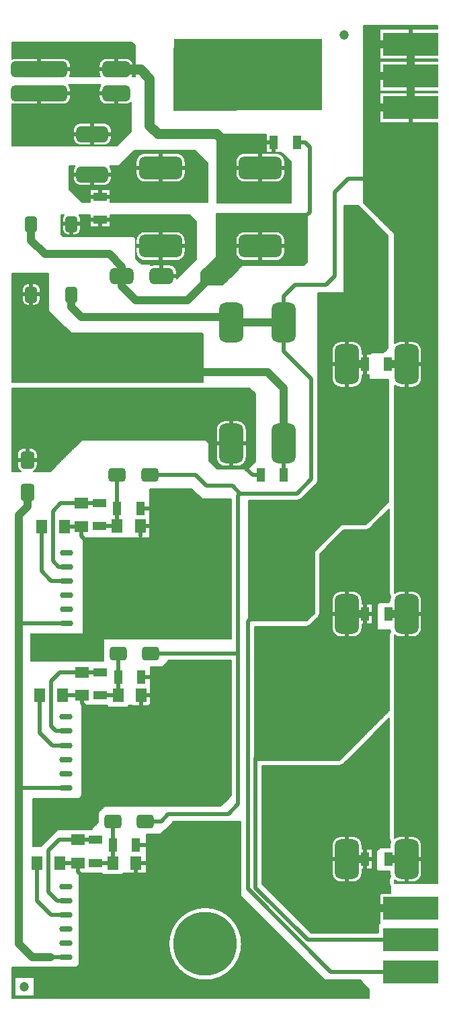
<source format=gtl>
G04 Layer_Physical_Order=1*
G04 Layer_Color=255*
%FSLAX24Y24*%
%MOIN*%
G70*
G01*
G75*
%ADD10C,0.0079*%
G04:AMPARAMS|DCode=11|XSize=80mil|YSize=60mil|CornerRadius=15mil|HoleSize=0mil|Usage=FLASHONLY|Rotation=90.000|XOffset=0mil|YOffset=0mil|HoleType=Round|Shape=RoundedRectangle|*
%AMROUNDEDRECTD11*
21,1,0.0800,0.0300,0,0,90.0*
21,1,0.0500,0.0600,0,0,90.0*
1,1,0.0300,0.0150,0.0250*
1,1,0.0300,0.0150,-0.0250*
1,1,0.0300,-0.0150,-0.0250*
1,1,0.0300,-0.0150,0.0250*
%
%ADD11ROUNDEDRECTD11*%
%ADD12R,0.0551X0.0709*%
%ADD13R,0.0709X0.0551*%
G04:AMPARAMS|DCode=14|XSize=196.9mil|YSize=118.1mil|CornerRadius=29.5mil|HoleSize=0mil|Usage=FLASHONLY|Rotation=270.000|XOffset=0mil|YOffset=0mil|HoleType=Round|Shape=RoundedRectangle|*
%AMROUNDEDRECTD14*
21,1,0.1969,0.0591,0,0,270.0*
21,1,0.1378,0.1181,0,0,270.0*
1,1,0.0591,-0.0295,-0.0689*
1,1,0.0591,-0.0295,0.0689*
1,1,0.0591,0.0295,0.0689*
1,1,0.0591,0.0295,-0.0689*
%
%ADD14ROUNDEDRECTD14*%
%ADD15O,0.0669X0.0280*%
%ADD16R,0.2169X0.3209*%
G04:AMPARAMS|DCode=17|XSize=78.7mil|YSize=157.5mil|CornerRadius=19.7mil|HoleSize=0mil|Usage=FLASHONLY|Rotation=90.000|XOffset=0mil|YOffset=0mil|HoleType=Round|Shape=RoundedRectangle|*
%AMROUNDEDRECTD17*
21,1,0.0787,0.1181,0,0,90.0*
21,1,0.0394,0.1575,0,0,90.0*
1,1,0.0394,0.0591,0.0197*
1,1,0.0394,0.0591,-0.0197*
1,1,0.0394,-0.0591,-0.0197*
1,1,0.0394,-0.0591,0.0197*
%
%ADD17ROUNDEDRECTD17*%
G04:AMPARAMS|DCode=18|XSize=212.6mil|YSize=114.2mil|CornerRadius=28.5mil|HoleSize=0mil|Usage=FLASHONLY|Rotation=270.000|XOffset=0mil|YOffset=0mil|HoleType=Round|Shape=RoundedRectangle|*
%AMROUNDEDRECTD18*
21,1,0.2126,0.0571,0,0,270.0*
21,1,0.1555,0.1142,0,0,270.0*
1,1,0.0571,-0.0285,-0.0778*
1,1,0.0571,-0.0285,0.0778*
1,1,0.0571,0.0285,0.0778*
1,1,0.0571,0.0285,-0.0778*
%
%ADD18ROUNDEDRECTD18*%
G04:AMPARAMS|DCode=19|XSize=212.6mil|YSize=114.2mil|CornerRadius=28.5mil|HoleSize=0mil|Usage=FLASHONLY|Rotation=180.000|XOffset=0mil|YOffset=0mil|HoleType=Round|Shape=RoundedRectangle|*
%AMROUNDEDRECTD19*
21,1,0.2126,0.0571,0,0,180.0*
21,1,0.1555,0.1142,0,0,180.0*
1,1,0.0571,-0.0778,0.0285*
1,1,0.0571,0.0778,0.0285*
1,1,0.0571,0.0778,-0.0285*
1,1,0.0571,-0.0778,-0.0285*
%
%ADD19ROUNDEDRECTD19*%
%ADD20R,0.0689X0.0413*%
%ADD21R,0.0413X0.0689*%
%ADD22C,0.0472*%
G04:AMPARAMS|DCode=23|XSize=78.7mil|YSize=118.1mil|CornerRadius=19.7mil|HoleSize=0mil|Usage=FLASHONLY|Rotation=90.000|XOffset=0mil|YOffset=0mil|HoleType=Round|Shape=RoundedRectangle|*
%AMROUNDEDRECTD23*
21,1,0.0787,0.0787,0,0,90.0*
21,1,0.0394,0.1181,0,0,90.0*
1,1,0.0394,0.0394,0.0197*
1,1,0.0394,0.0394,-0.0197*
1,1,0.0394,-0.0394,-0.0197*
1,1,0.0394,-0.0394,0.0197*
%
%ADD23ROUNDEDRECTD23*%
G04:AMPARAMS|DCode=24|XSize=86.6mil|YSize=68.9mil|CornerRadius=17.2mil|HoleSize=0mil|Usage=FLASHONLY|Rotation=180.000|XOffset=0mil|YOffset=0mil|HoleType=Round|Shape=RoundedRectangle|*
%AMROUNDEDRECTD24*
21,1,0.0866,0.0344,0,0,180.0*
21,1,0.0522,0.0689,0,0,180.0*
1,1,0.0344,-0.0261,0.0172*
1,1,0.0344,0.0261,0.0172*
1,1,0.0344,0.0261,-0.0172*
1,1,0.0344,-0.0261,-0.0172*
%
%ADD24ROUNDEDRECTD24*%
G04:AMPARAMS|DCode=25|XSize=86.6mil|YSize=68.9mil|CornerRadius=17.2mil|HoleSize=0mil|Usage=FLASHONLY|Rotation=270.000|XOffset=0mil|YOffset=0mil|HoleType=Round|Shape=RoundedRectangle|*
%AMROUNDEDRECTD25*
21,1,0.0866,0.0344,0,0,270.0*
21,1,0.0522,0.0689,0,0,270.0*
1,1,0.0344,-0.0172,-0.0261*
1,1,0.0344,-0.0172,0.0261*
1,1,0.0344,0.0172,0.0261*
1,1,0.0344,0.0172,-0.0261*
%
%ADD25ROUNDEDRECTD25*%
%ADD26R,0.2756X0.1181*%
G04:AMPARAMS|DCode=27|XSize=137.8mil|YSize=78.7mil|CornerRadius=19.7mil|HoleSize=0mil|Usage=FLASHONLY|Rotation=0.000|XOffset=0mil|YOffset=0mil|HoleType=Round|Shape=RoundedRectangle|*
%AMROUNDEDRECTD27*
21,1,0.1378,0.0394,0,0,0.0*
21,1,0.0984,0.0787,0,0,0.0*
1,1,0.0394,0.0492,-0.0197*
1,1,0.0394,-0.0492,-0.0197*
1,1,0.0394,-0.0492,0.0197*
1,1,0.0394,0.0492,0.0197*
%
%ADD27ROUNDEDRECTD27*%
G04:AMPARAMS|DCode=28|XSize=279.5mil|YSize=78.7mil|CornerRadius=19.7mil|HoleSize=0mil|Usage=FLASHONLY|Rotation=0.000|XOffset=0mil|YOffset=0mil|HoleType=Round|Shape=RoundedRectangle|*
%AMROUNDEDRECTD28*
21,1,0.2795,0.0394,0,0,0.0*
21,1,0.2402,0.0787,0,0,0.0*
1,1,0.0394,0.1201,-0.0197*
1,1,0.0394,-0.1201,-0.0197*
1,1,0.0394,-0.1201,0.0197*
1,1,0.0394,0.1201,0.0197*
%
%ADD28ROUNDEDRECTD28*%
G04:AMPARAMS|DCode=29|XSize=118.1mil|YSize=196.9mil|CornerRadius=29.5mil|HoleSize=0mil|Usage=FLASHONLY|Rotation=0.000|XOffset=0mil|YOffset=0mil|HoleType=Round|Shape=RoundedRectangle|*
%AMROUNDEDRECTD29*
21,1,0.1181,0.1378,0,0,0.0*
21,1,0.0591,0.1969,0,0,0.0*
1,1,0.0591,0.0295,-0.0689*
1,1,0.0591,-0.0295,-0.0689*
1,1,0.0591,-0.0295,0.0689*
1,1,0.0591,0.0295,0.0689*
%
%ADD29ROUNDEDRECTD29*%
%ADD30C,0.0197*%
%ADD31C,0.0512*%
%ADD32C,0.0394*%
%ADD33R,0.7382X0.3583*%
%ADD34R,0.3671X0.1407*%
%ADD35C,0.3150*%
%ADD36R,0.3150X0.3150*%
D10*
X53169Y23826D02*
G03*
X53230Y23653I276J0D01*
G01*
X53169Y23826D02*
G03*
X53230Y23653I276J0D01*
G01*
D02*
G03*
X53199Y23474I500J-179D01*
G01*
X51821D02*
G03*
X51368Y23927I-453J0D01*
G01*
X50699Y27431D02*
G03*
X50894Y27512I0J276D01*
G01*
X50699Y27431D02*
G03*
X50894Y27512I0J276D01*
G01*
X53199Y22096D02*
G03*
X53228Y21922I531J0D01*
G01*
Y21915D02*
G03*
X53169Y21745I217J-170D01*
G01*
X53228Y21915D02*
G03*
X53169Y21745I217J-170D01*
G01*
Y21604D02*
G03*
X53228Y21434I276J0D01*
G01*
X53169Y21604D02*
G03*
X53228Y21434I276J0D01*
G01*
X51368Y21644D02*
G03*
X51821Y22096I0J453D01*
G01*
X50778Y23927D02*
G03*
X50325Y23474I0J-453D01*
G01*
Y22096D02*
G03*
X50778Y21644I453J0D01*
G01*
X53169Y35991D02*
G03*
X53230Y35819I276J0D01*
G01*
X53169Y35991D02*
G03*
X53230Y35819I276J0D01*
G01*
D02*
G03*
X53199Y35640I500J-179D01*
G01*
X52008Y39124D02*
G03*
X52203Y39205I0J276D01*
G01*
X52008Y39124D02*
G03*
X52203Y39205I0J276D01*
G01*
X51821Y35640D02*
G03*
X51368Y36093I-453J0D01*
G01*
X50778D02*
G03*
X50325Y35640I0J-453D01*
G01*
X53210Y34154D02*
G03*
X53230Y34083I520J108D01*
G01*
D02*
G03*
X53169Y33910I215J-172D01*
G01*
X53230Y34083D02*
G03*
X53169Y33910I215J-172D01*
G01*
X51368Y33809D02*
G03*
X51821Y34262I0J453D01*
G01*
X50325D02*
G03*
X50778Y33809I453J0D01*
G01*
X49644Y34785D02*
G03*
X49724Y34980I-195J195D01*
G01*
X49644Y34785D02*
G03*
X49724Y34980I-195J195D01*
G01*
X49085Y34341D02*
G03*
X49280Y34421I0J276D01*
G01*
X49085Y34341D02*
G03*
X49280Y34421I0J276D01*
G01*
X51821Y48032D02*
G03*
X51368Y48484I-453J0D01*
G01*
X50778D02*
G03*
X50325Y48032I0J-453D01*
G01*
X51368Y46201D02*
G03*
X51821Y46654I0J453D01*
G01*
X50325D02*
G03*
X50778Y46201I453J0D01*
G01*
X49646Y46614D02*
G03*
X49636Y46695I-335J0D01*
G01*
Y41563D02*
G03*
X49646Y41644I-325J81D01*
G01*
Y46614D02*
G03*
X49636Y46695I-335J0D01*
G01*
Y41563D02*
G03*
X49646Y41644I-325J81D01*
G01*
X49548Y41407D02*
G03*
X49623Y41523I-237J237D01*
G01*
X49548Y41407D02*
G03*
X49623Y41523I-237J237D01*
G01*
X48602Y40600D02*
G03*
X48839Y40698I0J335D01*
G01*
X48602Y40600D02*
G03*
X48839Y40698I0J335D01*
G01*
X45854Y18584D02*
G03*
X45854Y18584I-1811J0D01*
G01*
X46083Y44106D02*
G03*
X45630Y44559I-453J0D01*
G01*
X45039D02*
G03*
X44587Y44106I0J-453D01*
G01*
X45630Y42276D02*
G03*
X46083Y42728I0J453D01*
G01*
X44587D02*
G03*
X45039Y42276I453J0D01*
G01*
X35719Y42859D02*
G03*
X35389Y43189I-330J0D01*
G01*
X35044D02*
G03*
X34715Y42859I0J-330D01*
G01*
X35525Y42037D02*
G03*
X35719Y42338I-136J300D01*
G01*
X34715D02*
G03*
X34908Y42037I330J0D01*
G01*
X35869Y51061D02*
G03*
X35561Y51368I-307J0D01*
G01*
Y50254D02*
G03*
X35869Y50561I0J307D01*
G01*
X35261Y51368D02*
G03*
X34954Y51061I0J-307D01*
G01*
Y50561D02*
G03*
X35261Y50254I307J0D01*
G01*
X47992Y53494D02*
G03*
X47549Y53937I-443J0D01*
G01*
Y52480D02*
G03*
X47992Y52923I0J443D01*
G01*
X45994Y53937D02*
G03*
X45551Y53494I0J-443D01*
G01*
Y52923D02*
G03*
X45994Y52480I443J0D01*
G01*
X43051Y53494D02*
G03*
X42608Y53937I-443J0D01*
G01*
Y52480D02*
G03*
X43051Y52923I0J443D01*
G01*
X42628Y51929D02*
G03*
X42274Y52283I-354J0D01*
G01*
X41486D02*
G03*
X41339Y52251I0J-354D01*
G01*
X37869Y54561D02*
G03*
X37784Y54774I-307J0D01*
G01*
X37039D02*
G03*
X36954Y54561I222J-213D01*
G01*
X37561Y53754D02*
G03*
X37869Y54061I0J307D01*
G01*
X36954D02*
G03*
X37261Y53754I307J0D01*
G01*
X41053Y53937D02*
G03*
X40610Y53494I0J-443D01*
G01*
Y52923D02*
G03*
X41053Y52480I443J0D01*
G01*
X47992Y57392D02*
G03*
X47549Y57835I-443J0D01*
G01*
Y56378D02*
G03*
X47992Y56821I0J443D01*
G01*
X45994Y57835D02*
G03*
X45551Y57392I0J-443D01*
G01*
Y56821D02*
G03*
X45994Y56378I443J0D01*
G01*
X40472Y62175D02*
G03*
X40118Y62530I-354J0D01*
G01*
X39134D02*
G03*
X38780Y62175I0J-354D01*
G01*
Y61782D02*
G03*
X38822Y61614I354J0D01*
G01*
X40430D02*
G03*
X40472Y61782I-312J167D01*
G01*
X37362Y62175D02*
G03*
X37008Y62530I-354J0D01*
G01*
X37320Y61614D02*
G03*
X37362Y61782I-312J167D01*
G01*
X34606Y62530D02*
G03*
X34476Y62505I0J-354D01*
G01*
X40118Y60246D02*
G03*
X40364Y60345I0J354D01*
G01*
X38780Y60600D02*
G03*
X39134Y60246I354J0D01*
G01*
X38861Y61220D02*
G03*
X38780Y60994I273J-226D01*
G01*
X37854Y59323D02*
G03*
X37500Y58969I0J-354D01*
G01*
X39390D02*
G03*
X39035Y59323I-354J0D01*
G01*
Y58220D02*
G03*
X39390Y58575I0J354D01*
G01*
X37500D02*
G03*
X37854Y58220I354J0D01*
G01*
X37362Y60994D02*
G03*
X37280Y61220I-354J0D01*
G01*
X37008Y60246D02*
G03*
X37362Y60600I0J354D01*
G01*
X34476Y60271D02*
G03*
X34606Y60246I131J329D01*
G01*
X43051Y57392D02*
G03*
X42608Y57835I-443J0D01*
G01*
X41053D02*
G03*
X40610Y57392I0J-443D01*
G01*
X42608Y56378D02*
G03*
X43051Y56821I0J443D01*
G01*
X40610D02*
G03*
X41053Y56378I443J0D01*
G01*
X37574Y57185D02*
G03*
X37500Y56968I280J-217D01*
G01*
X39390D02*
G03*
X39316Y57185I-354J0D01*
G01*
X39035Y56220D02*
G03*
X39390Y56575I0J354D01*
G01*
X37500D02*
G03*
X37854Y56220I354J0D01*
G01*
X54774Y48032D02*
G03*
X54321Y48484I-453J0D01*
G01*
Y46201D02*
G03*
X54774Y46654I0J453D01*
G01*
Y35640D02*
G03*
X54321Y36093I-453J0D01*
G01*
Y33809D02*
G03*
X54774Y34262I0J453D01*
G01*
Y23474D02*
G03*
X54321Y23927I-453J0D01*
G01*
Y21644D02*
G03*
X54774Y22096I0J453D01*
G01*
X53730Y48484D02*
G03*
X53445Y48383I0J-453D01*
G01*
Y46302D02*
G03*
X53730Y46201I285J351D01*
G01*
Y36093D02*
G03*
X53445Y35991I0J-453D01*
G01*
Y33910D02*
G03*
X53730Y33809I285J351D01*
G01*
X53445Y21745D02*
G03*
X53730Y21644I285J351D01*
G01*
Y23927D02*
G03*
X53445Y23826I0J-453D01*
G01*
X52850Y29468D02*
X53169D01*
X52791Y29409D02*
X53169D01*
X52732Y29350D02*
X53169D01*
X52673Y29291D02*
X53169D01*
X53027Y29646D02*
X53169D01*
X52968Y29587D02*
X53169D01*
X52909Y29527D02*
X53169D01*
Y23826D02*
Y29787D01*
X52437Y29055D02*
X53169D01*
X52378Y28996D02*
X53169D01*
X52319Y28937D02*
X53169D01*
X52614Y29232D02*
X53169D01*
X52555Y29173D02*
X53169D01*
X52496Y29114D02*
X53169D01*
X52083Y28701D02*
X53169D01*
X52024Y28642D02*
X53169D01*
X51905Y28524D02*
X53169D01*
X51846Y28465D02*
X53169D01*
X52260Y28878D02*
X53169D01*
X52201Y28819D02*
X53169D01*
X52142Y28760D02*
X53169D01*
X51610Y28228D02*
X53169D01*
X51287Y27906D02*
X53169Y29787D01*
X51551Y28169D02*
X53169D01*
X51492Y28110D02*
X53169D01*
X51787Y28405D02*
X53169D01*
X51728Y28346D02*
X53169D01*
X51669Y28287D02*
X53169D01*
X51796Y23622D02*
X53220D01*
X51771Y23681D02*
X53210D01*
X51735Y23740D02*
X53183D01*
X51684Y23799D02*
X53171D01*
X53209Y23576D02*
Y23684D01*
X51812Y23563D02*
X53206D01*
X51821Y23445D02*
X53199D01*
X51820Y23504D02*
X53200D01*
X53199Y23366D02*
Y23474D01*
X51821Y23386D02*
X53199D01*
X52677Y23366D02*
X53199D01*
X51256Y27874D02*
X53169D01*
X51197Y27815D02*
X53169D01*
X51138Y27756D02*
X53169D01*
X51079Y27697D02*
X53169D01*
X51433Y28051D02*
X53169D01*
X51374Y27992D02*
X53169D01*
X51315Y27933D02*
X53169D01*
X51462Y23917D02*
X53169D01*
X50823Y27461D02*
X53169D01*
X51608Y23858D02*
X53169D01*
X51020Y27638D02*
X53169D01*
X50961Y27579D02*
X53169D01*
X50901Y27520D02*
X53169D01*
X53149Y23366D02*
Y29768D01*
X53090Y23366D02*
Y29709D01*
X53087Y29705D02*
X53169D01*
X53031Y23366D02*
Y29650D01*
X52972Y23366D02*
Y29590D01*
X52913Y23366D02*
Y29531D01*
X52854Y23366D02*
Y29472D01*
X52795Y23366D02*
Y29413D01*
X52736Y23366D02*
Y29354D01*
X52677Y23287D02*
Y29295D01*
X52618Y23287D02*
Y29236D01*
X52559Y23228D02*
Y29177D01*
X52323Y23287D02*
Y28941D01*
X52264Y23287D02*
Y28882D01*
X52087Y23287D02*
Y28705D01*
X51964Y28583D02*
X53169D01*
X51791Y23636D02*
Y28409D01*
X51732Y23744D02*
Y28350D01*
X51673Y23809D02*
Y28291D01*
X51614Y23855D02*
Y28232D01*
X51555Y23887D02*
Y28173D01*
X52205Y23287D02*
Y28823D01*
X52146Y23287D02*
Y28764D01*
X52027Y23287D02*
Y28646D01*
X51968Y23287D02*
Y28587D01*
X51909Y23287D02*
Y28527D01*
X51850Y23287D02*
Y28468D01*
X51496Y23909D02*
Y28114D01*
X51437Y23922D02*
Y28055D01*
X51378Y23927D02*
Y27996D01*
X51319Y23927D02*
Y27937D01*
X51260Y23927D02*
Y27878D01*
X51201Y23927D02*
Y27819D01*
X51142Y23927D02*
Y27760D01*
X52677Y23287D02*
Y23366D01*
X51821Y23327D02*
X52677D01*
X52618Y23287D02*
X52677D01*
X52343Y23268D02*
X52598D01*
X51821Y23287D02*
Y23474D01*
Y23287D02*
X52343D01*
X51083Y23927D02*
Y27701D01*
X50894Y27512D02*
X51287Y27906D01*
X51024Y23927D02*
Y27642D01*
X50964Y23927D02*
Y27583D01*
X50905Y23927D02*
Y27524D01*
X50846Y23927D02*
Y27474D01*
X50787Y23927D02*
Y27446D01*
X50778Y23927D02*
X51368D01*
X50728Y23924D02*
Y27433D01*
X50669Y23914D02*
Y27431D01*
X50610Y23895D02*
Y27431D01*
X53149Y21093D02*
Y22195D01*
X53120D02*
X53199D01*
Y22096D02*
Y22195D01*
X53090Y21093D02*
Y22195D01*
X53031Y21093D02*
Y22195D01*
X52608D02*
X53120D01*
X52854Y21093D02*
Y22195D01*
X52795Y21093D02*
Y22195D01*
X52972Y21093D02*
Y22195D01*
X52913Y21093D02*
Y22195D01*
X52677Y19606D02*
Y22195D01*
X52618Y19153D02*
Y22195D01*
X52736Y21093D02*
Y22195D01*
X52539Y23209D02*
X52618Y23287D01*
X52343Y22854D02*
X52539D01*
X52343Y22736D02*
X52539D01*
X52343Y22795D02*
X52539D01*
X52343Y22500D02*
X52539D01*
X52343Y22677D02*
X52539D01*
X52343Y22323D02*
X52539D01*
Y22264D02*
X52608Y22195D01*
X51821Y22205D02*
X52598D01*
X51821Y22146D02*
X53199D01*
X52539Y22264D02*
Y23209D01*
X51821Y22264D02*
X52539D01*
X52559Y19114D02*
Y22244D01*
X53228Y21280D02*
Y21434D01*
X53209Y21887D02*
Y21995D01*
X53169Y21604D02*
Y21745D01*
X53228Y21093D02*
Y21280D01*
X53209Y21093D02*
Y21463D01*
X52707Y21043D02*
X52736Y21073D01*
X52707Y21093D02*
X53228D01*
X52707Y20699D02*
Y21043D01*
Y21093D01*
Y19606D02*
Y20699D01*
X51821Y22087D02*
X53199D01*
X51816Y22028D02*
X53203D01*
X51802Y21968D02*
X53214D01*
X51780Y21909D02*
X53224D01*
X51748Y21850D02*
X53190D01*
X51703Y21791D02*
X53173D01*
X51637Y21732D02*
X53169D01*
X51529Y21673D02*
X53169D01*
X52628Y19606D02*
X52707D01*
X52628Y19606D02*
X52707D01*
X52628Y19163D02*
Y19606D01*
X52579Y19114D02*
X52628Y19163D01*
X52343Y22972D02*
X52539D01*
X52343Y23031D02*
X52539D01*
X52343Y22618D02*
X52539D01*
X52343Y22913D02*
X52539D01*
X52343Y23150D02*
X52539D01*
X52343Y23209D02*
X52539D01*
X52343Y23091D02*
X52539D01*
X52500Y19114D02*
Y29118D01*
X52343Y22559D02*
X52539D01*
X52343Y22382D02*
X52539D01*
X52343Y22441D02*
X52539D01*
X52441Y19114D02*
Y29059D01*
X52382Y19114D02*
Y29000D01*
X52343Y22283D02*
Y23287D01*
X52146Y19114D02*
Y22283D01*
X51821D02*
X52343D01*
X52264Y19114D02*
Y22283D01*
X52087Y19114D02*
Y22283D01*
X52323Y19114D02*
Y22283D01*
X51968Y19114D02*
Y22283D01*
X51909Y19114D02*
Y22283D01*
X52027Y19114D02*
Y22283D01*
X52205Y19114D02*
Y22283D01*
X51850Y19114D02*
Y22283D01*
X51821Y22096D02*
Y22283D01*
X51791Y19114D02*
Y21935D01*
X51732Y19114D02*
Y21827D01*
X51673Y19114D02*
Y21762D01*
X51614Y19114D02*
Y21716D01*
X51555Y19114D02*
Y21684D01*
X51496Y19114D02*
Y21662D01*
X51437Y19114D02*
Y21649D01*
X51378Y19114D02*
Y21644D01*
X51319Y19114D02*
Y21644D01*
X51260Y19114D02*
Y21644D01*
X51142Y19114D02*
Y21644D01*
X51083Y19114D02*
Y21644D01*
X51201Y19114D02*
Y21644D01*
X50778D02*
X51368D01*
X50964Y19114D02*
Y21644D01*
X50905Y19114D02*
Y21644D01*
X51024Y19114D02*
Y21644D01*
X50787Y19114D02*
Y21644D01*
X50728Y19114D02*
Y21646D01*
X50846Y19114D02*
Y21644D01*
X50610Y19114D02*
Y21676D01*
X50551Y19114D02*
Y21704D01*
X50669Y19114D02*
Y21657D01*
X46880Y26398D02*
X53169D01*
X46880Y26457D02*
X53169D01*
X46880Y26279D02*
X53169D01*
X46880Y26339D02*
X53169D01*
X46880Y26575D02*
X53169D01*
X46880Y26634D02*
X53169D01*
X46880Y26516D02*
X53169D01*
X46880Y25984D02*
X53169D01*
X46880Y26043D02*
X53169D01*
X46880Y25866D02*
X53169D01*
X46880Y25925D02*
X53169D01*
X46880Y26161D02*
X53169D01*
X46880Y26220D02*
X53169D01*
X46880Y26102D02*
X53169D01*
X46880Y27165D02*
X53169D01*
X46880Y27224D02*
X53169D01*
X46880Y27047D02*
X53169D01*
X46880Y27106D02*
X53169D01*
X46880Y27342D02*
X53169D01*
X46880Y27402D02*
X53169D01*
X46880Y27283D02*
X53169D01*
X46880Y26752D02*
X53169D01*
X46880Y26811D02*
X53169D01*
X46880Y26693D02*
X53169D01*
X46880Y26929D02*
X53169D01*
X46880Y26988D02*
X53169D01*
X46880Y26870D02*
X53169D01*
X46880Y24803D02*
X53169D01*
X46880Y24862D02*
X53169D01*
X46880Y24685D02*
X53169D01*
X46880Y24744D02*
X53169D01*
X46880Y24980D02*
X53169D01*
X46880Y25039D02*
X53169D01*
X46880Y24921D02*
X53169D01*
X46880Y24390D02*
X53169D01*
X46880Y24449D02*
X53169D01*
X46880Y24272D02*
X53169D01*
X46880Y24331D02*
X53169D01*
X46880Y24567D02*
X53169D01*
X46880Y24626D02*
X53169D01*
X46880Y24508D02*
X53169D01*
X46880Y25571D02*
X53169D01*
X46880Y25630D02*
X53169D01*
X46880Y25453D02*
X53169D01*
X46880Y25512D02*
X53169D01*
X46880Y25748D02*
X53169D01*
X46880Y25807D02*
X53169D01*
X46880Y25689D02*
X53169D01*
X46880Y25157D02*
X53169D01*
X46880Y25216D02*
X53169D01*
X46880Y25098D02*
X53169D01*
X46880Y25335D02*
X53169D01*
X46880Y25394D02*
X53169D01*
X46880Y25276D02*
X53169D01*
X46880Y24153D02*
X53169D01*
X46880Y24213D02*
X53169D01*
X46880Y23976D02*
X53169D01*
X46880Y24094D02*
X53169D01*
X46880Y24035D02*
X53169D01*
X46880Y27431D02*
X50699D01*
X46880Y23917D02*
X50683D01*
X50551Y23866D02*
Y27431D01*
X50492Y23826D02*
Y27431D01*
X46880Y23858D02*
X50537D01*
X50433Y23768D02*
Y27431D01*
X50374Y23679D02*
Y27431D01*
X50325Y22096D02*
Y23474D01*
X46880Y23740D02*
X50411D01*
X46880Y23799D02*
X50462D01*
X46880Y23622D02*
X50350D01*
X46880Y23681D02*
X50375D01*
X46880Y23504D02*
X50326D01*
X46880Y23563D02*
X50334D01*
X46880Y23445D02*
X50325D01*
X46880Y23150D02*
X50325D01*
X46880Y23209D02*
X50325D01*
X46880Y23091D02*
X50325D01*
X46880Y23327D02*
X50325D01*
X46880Y23386D02*
X50325D01*
X46880Y23268D02*
X50325D01*
X46880Y22854D02*
X50325D01*
X46880Y22736D02*
X50325D01*
X46880Y22795D02*
X50325D01*
X46880Y22972D02*
X50325D01*
X46880Y23031D02*
X50325D01*
X46880Y22913D02*
X50325D01*
X46880Y22441D02*
X50325D01*
X46880Y22500D02*
X50325D01*
X46880Y22382D02*
X50325D01*
X46880Y22618D02*
X50325D01*
X46880Y22677D02*
X50325D01*
X46880Y22559D02*
X50325D01*
X46880Y22087D02*
X50325D01*
X46880Y22146D02*
X50325D01*
X46880Y21968D02*
X50343D01*
X46880Y22028D02*
X50330D01*
X46880Y22264D02*
X50325D01*
X46880Y22323D02*
X50325D01*
X46880Y22205D02*
X50325D01*
X46880Y21673D02*
X50617D01*
X46880Y21732D02*
X50509D01*
X46880Y21614D02*
X53169D01*
X46880Y21850D02*
X50398D01*
X46880Y21909D02*
X50365D01*
X46880Y21791D02*
X50443D01*
X50079Y19114D02*
Y27431D01*
X47648Y20787D02*
X52707D01*
X47766Y20669D02*
X52707D01*
X47707Y20728D02*
X52707D01*
X49961Y19114D02*
Y27431D01*
X49901Y19114D02*
Y27431D01*
X50020Y19114D02*
Y27431D01*
X50374Y19114D02*
Y21891D01*
X50315Y19114D02*
Y27431D01*
X50492Y19114D02*
Y21745D01*
X50433Y19114D02*
Y21803D01*
X50197Y19114D02*
Y27431D01*
X50138Y19114D02*
Y27431D01*
X50256Y19114D02*
Y27431D01*
X47116Y21319D02*
X53228D01*
X47057Y21378D02*
X53228D01*
X47234Y21201D02*
X53228D01*
X47175Y21260D02*
X53228D01*
X46939Y21496D02*
X53191D01*
X46880Y21555D02*
X53174D01*
X46998Y21437D02*
X53226D01*
X47352Y21083D02*
X52707D01*
X47293Y21142D02*
X53228D01*
X47411Y21024D02*
X52707D01*
X47530Y20905D02*
X52707D01*
X47471Y20965D02*
X52707D01*
X47589Y20846D02*
X52707D01*
X48652Y19783D02*
X52707D01*
X48593Y19842D02*
X52707D01*
X48770Y19665D02*
X52707D01*
X48711Y19724D02*
X52707D01*
X48888Y19547D02*
X52628D01*
X48829Y19606D02*
X52628D01*
X48947Y19488D02*
X52628D01*
X49065Y19370D02*
X52628D01*
X49006Y19429D02*
X52628D01*
X49183Y19252D02*
X52628D01*
X49124Y19311D02*
X52628D01*
X49301Y19134D02*
X52598D01*
X49242Y19193D02*
X52628D01*
X49321Y19114D02*
X52579D01*
X48061Y20374D02*
X52707D01*
X48002Y20433D02*
X52707D01*
X48179Y20256D02*
X52707D01*
X48120Y20315D02*
X52707D01*
X47884Y20551D02*
X52707D01*
X47825Y20610D02*
X52707D01*
X47943Y20492D02*
X52707D01*
X48474Y19961D02*
X52707D01*
X48415Y20020D02*
X52707D01*
X48534Y19902D02*
X52707D01*
X48297Y20138D02*
X52707D01*
X48238Y20197D02*
X52707D01*
X48356Y20079D02*
X52707D01*
X49311Y19124D02*
Y27431D01*
X49252Y19183D02*
Y27431D01*
X49429Y19114D02*
Y27431D01*
X49370Y19114D02*
Y27431D01*
X49134Y19301D02*
Y27431D01*
X49075Y19360D02*
Y27431D01*
X49193Y19242D02*
Y27431D01*
X49724Y19114D02*
Y27431D01*
X49665Y19114D02*
Y27431D01*
X49842Y19114D02*
Y27431D01*
X49783Y19114D02*
Y27431D01*
X49547Y19114D02*
Y27431D01*
X49488Y19114D02*
Y27431D01*
X49606Y19114D02*
Y27431D01*
X48543Y19892D02*
Y27431D01*
X48484Y19951D02*
Y27431D01*
X48661Y19774D02*
Y27431D01*
X48602Y19833D02*
Y27431D01*
X48366Y20069D02*
Y27431D01*
X47362Y21073D02*
Y27431D01*
X48425Y20010D02*
Y27431D01*
X48957Y19478D02*
Y27431D01*
X48898Y19538D02*
Y27431D01*
X49016Y19419D02*
Y27431D01*
X48779Y19656D02*
Y27431D01*
X48720Y19715D02*
Y27431D01*
X48838Y19597D02*
Y27431D01*
X47835Y20600D02*
Y27431D01*
X47776Y20660D02*
Y27431D01*
X47953Y20482D02*
Y27431D01*
X47894Y20541D02*
Y27431D01*
X47657Y20778D02*
Y27431D01*
X47598Y20837D02*
Y27431D01*
X47716Y20719D02*
Y27431D01*
X48248Y20187D02*
Y27431D01*
X48189Y20246D02*
Y27431D01*
X49232Y19203D02*
X49321Y19114D01*
X48307Y20128D02*
Y27431D01*
X48071Y20364D02*
Y27431D01*
X48012Y20423D02*
Y27431D01*
X48130Y20305D02*
Y27431D01*
X47067Y21368D02*
Y27431D01*
X47008Y21427D02*
Y27431D01*
X47185Y21250D02*
Y27431D01*
X47126Y21309D02*
Y27431D01*
X46890Y21545D02*
Y27431D01*
X46880Y21555D02*
Y27431D01*
X46949Y21486D02*
Y27431D01*
X47539Y20896D02*
Y27431D01*
X47480Y20955D02*
Y27431D01*
X46880Y21555D02*
X49232Y19203D01*
X47303Y21132D02*
Y27431D01*
X47244Y21191D02*
Y27431D01*
X47421Y21014D02*
Y27431D01*
X52624Y39626D02*
X53169D01*
X52478Y39480D02*
X53169Y40171D01*
X52565Y39567D02*
X53169D01*
X52506Y39508D02*
X53169D01*
X53037Y40039D02*
X53169D01*
X52860Y39862D02*
X53169D01*
X52801Y39803D02*
X53169D01*
X52742Y39744D02*
X53169D01*
X52270Y39272D02*
X53169D01*
X52211Y39213D02*
X53169D01*
X52132Y39153D02*
X53169D01*
X50882Y39094D02*
X53169D01*
X52447Y39449D02*
X53169D01*
X52388Y39390D02*
X53169D01*
X52329Y39331D02*
X53169D01*
X50646Y38858D02*
X53169D01*
X50587Y38799D02*
X53169D01*
X50527Y38740D02*
X53169D01*
X50468Y38681D02*
X53169D01*
X50823Y39035D02*
X53169D01*
X50764Y38976D02*
X53169D01*
X50705Y38917D02*
X53169D01*
X50232Y38445D02*
X53169D01*
X50173Y38386D02*
X53169D01*
X50114Y38327D02*
X53169D01*
X50055Y38268D02*
X53169D01*
X50409Y38622D02*
X53169D01*
X50350Y38563D02*
X53169D01*
X50291Y38504D02*
X53169D01*
X51771Y35846D02*
X53210D01*
X51735Y35905D02*
X53183D01*
X51462Y36083D02*
X53169D01*
X49996Y38209D02*
X53169D01*
X51684Y35965D02*
X53171D01*
X51608Y36024D02*
X53169D01*
X53209Y35741D02*
Y35849D01*
X51812Y35728D02*
X53206D01*
X51796Y35787D02*
X53220D01*
X51821Y35610D02*
X53199D01*
X51820Y35669D02*
X53200D01*
X53120Y35531D02*
X53189Y35600D01*
X49760Y37972D02*
X53169D01*
X49724Y37677D02*
X53169D01*
X49724Y37500D02*
X53169D01*
X49724Y37618D02*
X53169D01*
X49937Y38150D02*
X53169D01*
X49878Y38090D02*
X53169D01*
X49819Y38031D02*
X53169D01*
X49724Y36850D02*
X53169D01*
X49724Y36909D02*
X53169D01*
X49724Y36732D02*
X53169D01*
X49724Y36791D02*
X53169D01*
X49724Y37027D02*
X53169D01*
X49724Y37087D02*
X53169D01*
X49724Y36968D02*
X53169D01*
X53096Y40098D02*
X53169D01*
X52978Y39980D02*
X53169D01*
X52919Y39921D02*
X53169D01*
X52683Y39685D02*
X53169D01*
Y35991D02*
Y40171D01*
X53149Y35561D02*
Y40151D01*
X53090Y35531D02*
Y40092D01*
X53031Y35531D02*
Y40033D01*
X52972Y35531D02*
Y39974D01*
X52913Y35531D02*
Y39915D01*
X52854Y35531D02*
Y39856D01*
X52795Y35531D02*
Y39797D01*
X52736Y35531D02*
Y39738D01*
X52677Y35522D02*
Y39679D01*
X52618Y35482D02*
Y39620D01*
X52203Y39205D02*
X52478Y39480D01*
X51634Y39124D02*
X52008D01*
X51201Y36093D02*
Y39124D01*
X51142Y36093D02*
Y39124D01*
X51673Y35974D02*
Y39124D01*
X52264Y35453D02*
Y39266D01*
X52205Y35453D02*
Y39207D01*
X52146Y35453D02*
Y39161D01*
X52087Y35453D02*
Y39135D01*
X52027Y35453D02*
Y39125D01*
X51791Y35801D02*
Y39124D01*
X51732Y35909D02*
Y39124D01*
X51378Y36092D02*
Y39124D01*
X51319Y36093D02*
Y39124D01*
X51496Y36074D02*
Y39124D01*
X51437Y36087D02*
Y39124D01*
X51024Y36093D02*
Y39124D01*
X50964Y36093D02*
Y39124D01*
X51260Y36093D02*
Y39124D01*
X51083Y36093D02*
Y39124D01*
X51821Y35551D02*
X53140D01*
X52677Y35531D02*
X53120D01*
X51821Y35492D02*
X52628D01*
X51614Y36020D02*
Y39124D01*
X51555Y36052D02*
Y39124D01*
X51821Y35453D02*
Y35640D01*
X50911Y39124D02*
X51634D01*
X50264Y38476D02*
X50911Y39124D01*
X50905Y36093D02*
Y39118D01*
X50778Y36093D02*
X51368D01*
X50846D02*
Y39059D01*
X50787Y36093D02*
Y39000D01*
X50728Y36090D02*
Y38941D01*
X50669Y36079D02*
Y38882D01*
X50610Y36060D02*
Y38823D01*
X50551Y36032D02*
Y38764D01*
X50492Y35991D02*
Y38705D01*
X50433Y35933D02*
Y38646D01*
X50374Y35845D02*
Y38587D01*
X52559Y35423D02*
X52657Y35522D01*
X52559Y35423D02*
Y39561D01*
X52343Y35374D02*
X52549D01*
X52343Y35433D02*
X52569D01*
X52343Y35256D02*
X52549D01*
X52343Y35315D02*
X52549D01*
X52343Y35138D02*
X52549D01*
X52343Y35197D02*
X52549D01*
Y34154D02*
Y35413D01*
X52500Y29508D02*
Y39502D01*
X52343Y34665D02*
X52549D01*
X52343Y35079D02*
X52549D01*
X52441Y29449D02*
Y39443D01*
X52382Y29390D02*
Y39384D01*
X52343Y34449D02*
Y35453D01*
Y34961D02*
X52549D01*
X52343Y35020D02*
X52549D01*
X52343Y34842D02*
X52549D01*
X52343Y34902D02*
X52549D01*
X52323Y35453D02*
Y39325D01*
X51821Y35453D02*
X52343D01*
Y34724D02*
X52549D01*
X52343Y34783D02*
X52549D01*
X52343Y34547D02*
X52549D01*
X52343Y34606D02*
X52549D01*
X52343Y34488D02*
X52549D01*
X51821Y34449D02*
X52343D01*
X52323Y29331D02*
Y34449D01*
X53209Y34052D02*
Y34154D01*
X53090Y30098D02*
Y34154D01*
X53031Y30039D02*
Y34154D01*
X53169Y30177D02*
Y33910D01*
X53149Y30157D02*
Y34154D01*
X52854Y29862D02*
Y34154D01*
X52795Y29803D02*
Y34154D01*
X52972Y29980D02*
Y34154D01*
X52913Y29921D02*
Y34154D01*
X52677Y29685D02*
Y34154D01*
X52618Y29626D02*
Y34154D01*
X52736Y29744D02*
Y34154D01*
X51821Y34252D02*
X52549D01*
X51816Y34193D02*
X52549D01*
Y34154D02*
X53210D01*
X51802Y34134D02*
X53214D01*
X51821Y34370D02*
X52549D01*
X51821Y34429D02*
X52549D01*
X51821Y34311D02*
X52549D01*
X51780Y34075D02*
X53224D01*
X51748Y34016D02*
X53190D01*
X51703Y33957D02*
X53173D01*
X51637Y33898D02*
X53169D01*
X52559Y29567D02*
Y34154D01*
X51529Y33839D02*
X53169D01*
X51093Y28100D02*
X53169Y30177D01*
X51968Y35453D02*
Y39124D01*
X52264Y29272D02*
Y34449D01*
X51909Y35453D02*
Y39124D01*
X51850Y35453D02*
Y39124D01*
X51821Y34262D02*
Y34449D01*
X52087Y29094D02*
Y34449D01*
X52027Y29035D02*
Y34449D01*
X52205Y29212D02*
Y34449D01*
X52146Y29153D02*
Y34449D01*
X51909Y28917D02*
Y34449D01*
X51850Y28858D02*
Y34449D01*
X51968Y28976D02*
Y34449D01*
X50325Y34262D02*
Y35640D01*
X50315Y27707D02*
Y38527D01*
X50256Y27707D02*
Y38468D01*
X50197Y27707D02*
Y38409D01*
X50138Y27707D02*
Y38350D01*
X50079Y27707D02*
Y38291D01*
X50020Y27707D02*
Y38232D01*
X49961Y27707D02*
Y38173D01*
X49901Y27707D02*
Y38114D01*
X49842Y27707D02*
Y38055D01*
X49783Y27707D02*
Y37996D01*
X51791Y28799D02*
Y34101D01*
X51732Y28740D02*
Y33993D01*
X51673Y28681D02*
Y33927D01*
X51614Y28622D02*
Y33882D01*
X51555Y28563D02*
Y33849D01*
X51496Y28504D02*
Y33827D01*
X51437Y28445D02*
Y33814D01*
X51378Y28386D02*
Y33809D01*
X51319Y28327D02*
Y33809D01*
X51260Y28268D02*
Y33809D01*
X51201Y28209D02*
Y33809D01*
X51083Y28090D02*
Y33809D01*
X51024Y28031D02*
Y33809D01*
X51142Y28149D02*
Y33809D01*
X50905Y27913D02*
Y33809D01*
X50846Y27854D02*
Y33809D01*
X50964Y27972D02*
Y33809D01*
X50778D02*
X51368D01*
X50728Y27736D02*
Y33812D01*
X50787Y27795D02*
Y33809D01*
X50610Y27707D02*
Y33841D01*
X50551Y27707D02*
Y33870D01*
X50699Y27707D02*
X51093Y28100D01*
X50669Y27707D02*
Y33822D01*
X50433Y27707D02*
Y33968D01*
X50374Y27707D02*
Y34057D01*
X50492Y27707D02*
Y33910D01*
X49724Y37441D02*
X53169D01*
X49724Y37559D02*
X53169D01*
X49724Y37323D02*
X53169D01*
X49724Y37382D02*
X53169D01*
X49724Y37854D02*
X53169D01*
X49724Y37913D02*
X53169D01*
X49724Y37736D02*
X53169D01*
X49724Y37795D02*
X53169D01*
X49724Y36614D02*
X53169D01*
X49724Y36673D02*
X53169D01*
X49724Y36496D02*
X53169D01*
X49724Y36555D02*
X53169D01*
X49724Y37205D02*
X53169D01*
X49724Y37264D02*
X53169D01*
X49724Y37146D02*
X53169D01*
X49724Y36201D02*
X53169D01*
X49724Y36260D02*
X53169D01*
X49724Y36142D02*
X53169D01*
X46486Y33779D02*
X53169D01*
X49724Y36378D02*
X53169D01*
X49724Y36437D02*
X53169D01*
X49724Y36319D02*
X53169D01*
X46486Y33484D02*
X53169D01*
X46486Y33543D02*
X53169D01*
X46486Y33366D02*
X53169D01*
X46486Y33425D02*
X53169D01*
X46486Y33661D02*
X53169D01*
X46486Y33720D02*
X53169D01*
X46486Y33602D02*
X53169D01*
X46486Y31713D02*
X53169D01*
X46486Y31772D02*
X53169D01*
X46486Y31594D02*
X53169D01*
X46486Y31653D02*
X53169D01*
X46486Y31949D02*
X53169D01*
X46486Y32008D02*
X53169D01*
X46486Y31831D02*
X53169D01*
X46486Y31890D02*
X53169D01*
X46486Y31299D02*
X53169D01*
X46486Y31358D02*
X53169D01*
X46486Y31181D02*
X53169D01*
X46486Y31240D02*
X53169D01*
X46486Y31476D02*
X53169D01*
X46486Y31535D02*
X53169D01*
X46486Y31417D02*
X53169D01*
X46486Y32776D02*
X53169D01*
X46486Y33130D02*
X53169D01*
X46486Y32657D02*
X53169D01*
X46486Y32716D02*
X53169D01*
X46486Y33248D02*
X53169D01*
X46486Y33307D02*
X53169D01*
X46486Y33189D02*
X53169D01*
X46486Y32185D02*
X53169D01*
X46486Y32244D02*
X53169D01*
X46486Y32067D02*
X53169D01*
X46486Y32126D02*
X53169D01*
X46486Y32362D02*
X53169D01*
X46486Y32539D02*
X53169D01*
X46486Y32303D02*
X53169D01*
X49724Y36024D02*
X50537D01*
X49724Y36083D02*
X50683D01*
X49724Y35905D02*
X50411D01*
X49724Y35965D02*
X50462D01*
X49724Y36329D02*
Y37937D01*
X50264Y38476D01*
X49724Y35787D02*
X50350D01*
X49724Y35846D02*
X50375D01*
X49724Y35669D02*
X50326D01*
X49724Y35728D02*
X50334D01*
X49724Y35551D02*
X50325D01*
X49724Y35610D02*
X50325D01*
X49724Y35492D02*
X50325D01*
X49724Y34980D02*
Y36329D01*
Y35433D02*
X50325D01*
X49724Y35138D02*
X50325D01*
X49724Y35197D02*
X50325D01*
X49724Y35020D02*
X50325D01*
X49724Y35079D02*
X50325D01*
X49724Y35315D02*
X50325D01*
X49724Y35374D02*
X50325D01*
X49724Y35256D02*
X50325D01*
X49724Y34961D02*
X50325D01*
X49713Y34902D02*
X50325D01*
X49687Y34842D02*
X50325D01*
X49642Y34783D02*
X50325D01*
X49309Y34451D02*
X49644Y34785D01*
X49583Y34724D02*
X50325D01*
X49524Y34665D02*
X50325D01*
X49464Y34606D02*
X50325D01*
X49405Y34547D02*
X50325D01*
X49346Y34488D02*
X50325D01*
X49280Y34421D02*
X49309Y34451D01*
X49287Y34429D02*
X50325D01*
X49209Y34370D02*
X50325D01*
X46486Y34311D02*
X50325D01*
X46486Y34193D02*
X50330D01*
X46486Y34252D02*
X50325D01*
X48071Y34341D02*
X49085D01*
X46486D02*
X48071D01*
X46486Y33898D02*
X50509D01*
X46486Y33957D02*
X50443D01*
X46486Y33071D02*
X53169D01*
X46486Y33839D02*
X50617D01*
X46486Y34075D02*
X50365D01*
X46486Y34134D02*
X50343D01*
X46486Y34016D02*
X50398D01*
X46486Y32598D02*
X53169D01*
X46486Y32835D02*
X53169D01*
X46486Y32421D02*
X53169D01*
X46486Y32480D02*
X53169D01*
X46486Y32953D02*
X53169D01*
X46486Y33012D02*
X53169D01*
X46486Y32894D02*
X53169D01*
X46486Y30236D02*
X53169D01*
X46486Y30295D02*
X53169D01*
X46486Y30118D02*
X53110D01*
X46486Y30177D02*
X53169D01*
X46486Y30000D02*
X52992D01*
X46486Y30059D02*
X53051D01*
X46486Y29882D02*
X52874D01*
X46486Y29941D02*
X52933D01*
X46486Y29764D02*
X52756D01*
X46486Y29823D02*
X52815D01*
X46486Y29646D02*
X52638D01*
X46486Y29705D02*
X52697D01*
X46486Y29527D02*
X52520D01*
X46486Y29587D02*
X52579D01*
X46486Y29468D02*
X52461D01*
X46486Y30886D02*
X53169D01*
X46486Y30945D02*
X53169D01*
X46486Y30768D02*
X53169D01*
X46486Y30827D02*
X53169D01*
X46486Y31063D02*
X53169D01*
X46486Y31122D02*
X53169D01*
X46486Y31004D02*
X53169D01*
X46486Y30472D02*
X53169D01*
X46486Y30531D02*
X53169D01*
X46486Y30354D02*
X53169D01*
X46486Y30413D02*
X53169D01*
X46486Y30650D02*
X53169D01*
X46486Y30709D02*
X53169D01*
X46486Y30590D02*
X53169D01*
X46486Y28524D02*
X51516D01*
X46486Y28583D02*
X51575D01*
X46486Y28405D02*
X51398D01*
X46486Y28465D02*
X51457D01*
X46486Y28287D02*
X51279D01*
X46486Y28346D02*
X51339D01*
X46486Y28169D02*
X51161D01*
X46486Y28228D02*
X51220D01*
X46486Y28051D02*
X51043D01*
X46486Y28110D02*
X51102D01*
X46486Y27933D02*
X50925D01*
X46486Y27992D02*
X50984D01*
X46486Y27815D02*
X50807D01*
X46486Y27874D02*
X50866D01*
X46486Y27756D02*
X50748D01*
X46486Y29350D02*
X52342D01*
X46486Y29409D02*
X52402D01*
X46486Y29232D02*
X52224D01*
X46486Y29291D02*
X52283D01*
X46486Y29114D02*
X52106D01*
X46486Y29173D02*
X52165D01*
X46486Y29055D02*
X52047D01*
X46486Y28937D02*
X51929D01*
X46486Y28996D02*
X51988D01*
X46486Y28819D02*
X51811D01*
X46486Y28878D02*
X51870D01*
X46486Y28701D02*
X51693D01*
X46486Y28760D02*
X51752D01*
X46486Y28642D02*
X51634D01*
X49311Y27707D02*
Y34453D01*
X49252Y27707D02*
Y34397D01*
X49193Y27707D02*
Y34363D01*
X49134Y27707D02*
Y34345D01*
X48957Y27707D02*
Y34341D01*
X48898Y27707D02*
Y34341D01*
X49075Y27707D02*
Y34341D01*
X49016Y27707D02*
Y34341D01*
X49724Y27707D02*
Y34973D01*
X49665Y27707D02*
Y34810D01*
X49606Y27707D02*
Y34748D01*
X49547Y27707D02*
Y34689D01*
X49488Y27707D02*
Y34630D01*
X49429Y27707D02*
Y34571D01*
X49370Y27707D02*
Y34512D01*
X48307Y27707D02*
Y34341D01*
X48248Y27707D02*
Y34341D01*
X48425Y27707D02*
Y34341D01*
X48366Y27707D02*
Y34341D01*
X48130Y27707D02*
Y34341D01*
X47008Y27707D02*
Y34341D01*
X48189Y27707D02*
Y34341D01*
X48720Y27707D02*
Y34341D01*
X48661Y27707D02*
Y34341D01*
X48838Y27707D02*
Y34341D01*
X48779Y27707D02*
Y34341D01*
X48543Y27707D02*
Y34341D01*
X48484Y27707D02*
Y34341D01*
X48602Y27707D02*
Y34341D01*
X47539Y27707D02*
Y34341D01*
X47480Y27707D02*
Y34341D01*
X47657Y27707D02*
Y34341D01*
X47598Y27707D02*
Y34341D01*
X47362Y27707D02*
Y34341D01*
X47303Y27707D02*
Y34341D01*
X47421Y27707D02*
Y34341D01*
X47953Y27707D02*
Y34341D01*
X47894Y27707D02*
Y34341D01*
X48071Y27707D02*
Y34341D01*
X48012Y27707D02*
Y34341D01*
X47776Y27707D02*
Y34341D01*
X47716Y27707D02*
Y34341D01*
X47835Y27707D02*
Y34341D01*
X46713Y27707D02*
Y34341D01*
X46653Y27707D02*
Y34341D01*
X46772Y27707D02*
Y34341D01*
X46486Y27707D02*
X50699D01*
X46535D02*
Y34341D01*
X46486Y27707D02*
Y34341D01*
X46594Y27707D02*
Y34341D01*
X47126Y27707D02*
Y34341D01*
X47067Y27707D02*
Y34341D01*
X47244Y27707D02*
Y34341D01*
X47185Y27707D02*
Y34341D01*
X46890Y27707D02*
Y34341D01*
X46831Y27707D02*
Y34341D01*
X46949Y27707D02*
Y34341D01*
X50915Y53681D02*
X53100D01*
X50915Y53622D02*
X53100D01*
X50915Y53740D02*
X53100D01*
X50915Y53504D02*
X53100D01*
X50915Y53563D02*
X53100D01*
X50915Y53976D02*
X52864D01*
X51988Y54852D02*
X53100Y53740D01*
X50915Y53917D02*
X52923D01*
X50915Y53799D02*
X53041D01*
X50915Y53858D02*
X52982D01*
X53100Y53032D02*
Y53740D01*
X53090Y48149D02*
Y53750D01*
X50915Y53445D02*
X53100D01*
Y48770D02*
Y53032D01*
X50915Y53386D02*
X53100D01*
X52913Y47972D02*
Y53927D01*
X52854Y47933D02*
Y53986D01*
X53031Y48090D02*
Y53809D01*
X52972Y48031D02*
Y53868D01*
X50915Y52972D02*
X53100D01*
X50915Y52913D02*
X53100D01*
X50915Y53031D02*
X53100D01*
X50915Y52795D02*
X53100D01*
X50915Y52854D02*
X53100D01*
X50915Y53268D02*
X53100D01*
X50915Y53209D02*
X53100D01*
X50915Y53327D02*
X53100D01*
X50915Y53090D02*
X53100D01*
X50915Y53149D02*
X53100D01*
X50915Y52441D02*
X53100D01*
X50915Y52382D02*
X53100D01*
X50915Y52500D02*
X53100D01*
X50915Y52264D02*
X53100D01*
X50915Y52323D02*
X53100D01*
X50915Y52677D02*
X53100D01*
X50915Y52736D02*
X53100D01*
X50915Y52559D02*
X53100D01*
X50915Y52618D02*
X53100D01*
X51673Y48366D02*
X53100D01*
Y48268D02*
Y48770D01*
X51592Y48425D02*
X53100D01*
X51766Y48248D02*
X53100D01*
X51727Y48307D02*
X53100D01*
X50915Y51791D02*
X53100D01*
X50915Y51732D02*
X53100D01*
X50915Y51850D02*
X53100D01*
X51377Y48484D02*
X53100D01*
X50915Y51614D02*
X53100D01*
Y48159D02*
Y48268D01*
X52982Y48041D02*
X53100Y48159D01*
X51793Y48189D02*
X53100D01*
X51819Y48071D02*
X53012D01*
X51810Y48130D02*
X53071D01*
X52874Y47933D02*
X52982Y48041D01*
X51821Y48012D02*
X52953D01*
X52579Y47933D02*
X52874D01*
X51821Y47953D02*
X52894D01*
X50915Y51909D02*
X53100D01*
X50915Y51673D02*
X53100D01*
X50915Y51968D02*
X53100D01*
X50915Y51496D02*
X53100D01*
X50915Y51555D02*
X53100D01*
X50915Y52146D02*
X53100D01*
X50915Y52205D02*
X53100D01*
X50915Y52027D02*
X53100D01*
X50915Y52087D02*
X53100D01*
X50915Y51142D02*
X53100D01*
X50915Y51083D02*
X53100D01*
X50915Y51201D02*
X53100D01*
X50915Y50964D02*
X53100D01*
X50915Y51024D02*
X53100D01*
X50915Y51378D02*
X53100D01*
X50915Y51437D02*
X53100D01*
X50915Y51260D02*
X53100D01*
X50915Y51319D02*
X53100D01*
X51624Y55217D02*
X51988Y54852D01*
X51614Y48412D02*
Y55217D01*
X51496Y48466D02*
Y55217D01*
X51673Y48366D02*
Y55167D01*
X51555Y48444D02*
Y55217D01*
X51260Y48484D02*
Y55217D01*
X51319Y48484D02*
Y55217D01*
X51201Y48484D02*
Y55217D01*
X51437Y48479D02*
Y55217D01*
X51378Y48484D02*
Y55217D01*
X52087Y47844D02*
Y54754D01*
X52146Y47844D02*
Y54695D01*
X52027Y47844D02*
Y54813D01*
X52264Y47894D02*
Y54577D01*
X52205Y47844D02*
Y54636D01*
X51791Y48193D02*
Y55049D01*
X51732Y48301D02*
Y55108D01*
X51968Y47844D02*
Y54872D01*
X51850Y47844D02*
Y54990D01*
X50915Y54980D02*
X51860D01*
X50915Y54921D02*
X51919D01*
X50915Y55039D02*
X51801D01*
X50915Y54803D02*
X52038D01*
X50915Y54862D02*
X51978D01*
X50915Y55216D02*
X51624D01*
X50915Y55217D02*
X51624Y55217D01*
X50915Y55098D02*
X51742D01*
X50915Y55157D02*
X51683D01*
X50915Y54744D02*
X52097D01*
X51142Y48484D02*
Y55217D01*
X50915Y54685D02*
X52156D01*
X50915Y54567D02*
X52274D01*
X50915Y54626D02*
X52215D01*
X50964Y48484D02*
Y55217D01*
X50915Y53258D02*
Y55217D01*
X51083Y48484D02*
Y55217D01*
X51024Y48484D02*
Y55217D01*
X52559Y47933D02*
Y54282D01*
X52618Y47933D02*
Y54223D01*
X50915Y54212D02*
X52628D01*
X52795Y47933D02*
Y54045D01*
X50915Y54153D02*
X52687D01*
X50915Y54449D02*
X52392D01*
X52441Y47933D02*
Y54400D01*
X50915Y54508D02*
X52333D01*
X52500Y47933D02*
Y54341D01*
X52382Y47933D02*
Y54459D01*
X52677Y47933D02*
Y54163D01*
X52323Y47933D02*
Y54518D01*
X52736Y47933D02*
Y54104D01*
X52303Y47933D02*
X52579D01*
X52215Y47844D02*
X52303Y47933D01*
X51821Y47844D02*
Y48032D01*
Y47844D02*
X52215D01*
X51821Y47894D02*
X52264D01*
X50915Y54331D02*
X52510D01*
X50915Y54272D02*
X52569D01*
X50915Y54390D02*
X52451D01*
X50915Y54035D02*
X52805D01*
X50915Y54094D02*
X52746D01*
X50915Y50906D02*
Y53258D01*
X50905Y48484D02*
Y50906D01*
X50846Y48484D02*
Y50906D01*
X50787Y48484D02*
Y50906D01*
X50728Y48482D02*
Y50906D01*
X50669Y48471D02*
Y50906D01*
X50610Y48452D02*
Y50906D01*
X50778Y48484D02*
X51368D01*
X50433Y48325D02*
Y50906D01*
X50374Y48237D02*
Y50906D01*
X50551Y48424D02*
Y50906D01*
X50492Y48383D02*
Y50906D01*
X52165Y46594D02*
X53130D01*
Y44114D02*
Y46594D01*
X51817Y46594D02*
X53130D01*
Y40522D02*
Y44114D01*
X51805Y46535D02*
X53130D01*
X52972Y40364D02*
Y46594D01*
X52913Y40305D02*
Y46594D01*
X52854Y40246D02*
Y46594D01*
X53090Y40482D02*
Y46594D01*
X53031Y40423D02*
Y46594D01*
X52677Y40069D02*
Y46594D01*
X52618Y40010D02*
Y46594D01*
X52559Y39951D02*
Y46594D01*
X52795Y40187D02*
Y46594D01*
X52736Y40128D02*
Y46594D01*
X52382Y39774D02*
Y46594D01*
X52323Y39714D02*
Y46594D01*
X52500Y39892D02*
Y46594D01*
X52441Y39833D02*
Y46594D01*
X49646Y46004D02*
X53130D01*
X49646Y45945D02*
X53130D01*
X49646Y46122D02*
X53130D01*
X49646Y45827D02*
X53130D01*
X49646Y45886D02*
X53130D01*
X51785Y46476D02*
X53130D01*
X51754Y46417D02*
X53130D01*
X51711Y46358D02*
X53130D01*
X51650Y46299D02*
X53130D01*
X51553Y46240D02*
X53130D01*
X49646Y45472D02*
X53130D01*
X49646Y45413D02*
X53130D01*
X49646Y45531D02*
X53130D01*
X49646Y43937D02*
X53130D01*
X49646Y45354D02*
X53130D01*
X49646Y45709D02*
X53130D01*
X49646Y45768D02*
X53130D01*
X49646Y45590D02*
X53130D01*
X49646Y45650D02*
X53130D01*
X49646Y42401D02*
X53130D01*
X49646Y42342D02*
X53130D01*
X49646Y42461D02*
X53130D01*
X49646Y42224D02*
X53130D01*
X49646Y42283D02*
X53130D01*
X49646Y42756D02*
X53130D01*
X49646Y42697D02*
X53130D01*
X49646Y42815D02*
X53130D01*
X49646Y42579D02*
X53130D01*
X49646Y42638D02*
X53130D01*
X49646Y41870D02*
X53130D01*
X49646Y41752D02*
X53130D01*
X49646Y41929D02*
X53130D01*
X52283Y39675D02*
X53130Y40522D01*
X49646Y41693D02*
X53130D01*
X49646Y42106D02*
X53130D01*
X49646Y42165D02*
X53130D01*
X49646Y41988D02*
X53130D01*
X49646Y42047D02*
X53130D01*
X49646Y43583D02*
X53130D01*
X49646Y43524D02*
X53130D01*
X49646Y43642D02*
X53130D01*
X49646Y43405D02*
X53130D01*
X49646Y43464D02*
X53130D01*
X49646Y43819D02*
X53130D01*
X49646Y43878D02*
X53130D01*
X49646Y43701D02*
X53130D01*
X49646Y43760D02*
X53130D01*
X49646Y43051D02*
X53130D01*
X49646Y42992D02*
X53130D01*
X49646Y43110D02*
X53130D01*
X49646Y42874D02*
X53130D01*
X49646Y42933D02*
X53130D01*
X49646Y43287D02*
X53130D01*
X49646Y43346D02*
X53130D01*
X49646Y43169D02*
X53130D01*
X49646Y43228D02*
X53130D01*
X51821Y46841D02*
X52165D01*
Y46594D02*
Y46841D01*
X51821Y46831D02*
X52165D01*
X51821Y46713D02*
X52165D01*
X51821Y46772D02*
X52165D01*
X51909Y47844D02*
Y54931D01*
X51821Y46653D02*
X52165D01*
X51821Y46654D02*
Y46841D01*
X52146Y39537D02*
Y46841D01*
X52087Y39478D02*
Y46841D01*
X52027Y39419D02*
Y46841D01*
X52264Y39655D02*
Y46594D01*
X52205Y39596D02*
Y46594D01*
X51968Y39400D02*
Y46841D01*
X51909Y39400D02*
Y46841D01*
X51850Y39400D02*
Y46841D01*
X50325Y46654D02*
Y48032D01*
X50315Y38917D02*
Y50906D01*
X50256Y38858D02*
Y50906D01*
X50197Y38799D02*
Y50906D01*
X49646Y41644D02*
Y46614D01*
X50020Y38622D02*
Y50906D01*
X49961Y38563D02*
Y50906D01*
X49901Y38504D02*
Y50906D01*
X50138Y38740D02*
Y50906D01*
X50079Y38681D02*
Y50906D01*
X49724Y38327D02*
Y50906D01*
X49665Y38268D02*
Y50906D01*
X49842Y38445D02*
Y50906D01*
X49783Y38386D02*
Y50906D01*
X51319Y39400D02*
Y46201D01*
X51378Y39400D02*
Y46201D01*
X51260Y39400D02*
Y46201D01*
X51201Y39400D02*
Y46201D01*
X51142Y39400D02*
Y46201D01*
X50905Y39400D02*
Y46201D01*
X50964Y39400D02*
Y46201D01*
X50846Y39400D02*
Y46201D01*
X51083Y39400D02*
Y46201D01*
X51024Y39400D02*
Y46201D01*
X51732Y39400D02*
Y46384D01*
X51791Y39400D02*
Y46492D01*
X51673Y39400D02*
Y46319D01*
X52008Y39400D02*
X52283Y39675D01*
X51634Y39400D02*
X52008D01*
X51614D02*
Y46273D01*
X51555Y39400D02*
Y46241D01*
X51496Y39400D02*
Y46219D01*
X51437Y39400D02*
Y46206D01*
X49646Y46299D02*
X50496D01*
X49646Y46240D02*
X50593D01*
X49646Y46358D02*
X50434D01*
X50797Y39400D02*
X51634D01*
X50778Y46201D02*
X51368D01*
X49646Y46535D02*
X50341D01*
X49646Y46594D02*
X50329D01*
X49646Y46417D02*
X50391D01*
X49646Y46476D02*
X50361D01*
X50728Y39331D02*
Y46203D01*
X50669Y39272D02*
Y46214D01*
X50610Y39213D02*
Y46233D01*
X50787Y39390D02*
Y46201D01*
X50069Y38671D02*
X50797Y39400D01*
X50433Y39035D02*
Y46360D01*
X50374Y38976D02*
Y46448D01*
X50551Y39153D02*
Y46262D01*
X50492Y39094D02*
Y46302D01*
X49636Y48661D02*
X53100D01*
X49636Y48602D02*
X53100D01*
X49636Y48720D02*
X53100D01*
X49646Y46181D02*
X53130D01*
X49636Y48543D02*
X53100D01*
X49636Y48957D02*
X53100D01*
X49636Y48898D02*
X53100D01*
X49636Y49016D02*
X53100D01*
X49636Y48779D02*
X53100D01*
X49636Y48838D02*
X53100D01*
X49646Y45059D02*
X53130D01*
X49646Y45000D02*
X53130D01*
X49646Y45118D02*
X53130D01*
X49646Y44882D02*
X53130D01*
X49646Y44941D02*
X53130D01*
X49646Y45295D02*
X53130D01*
X49646Y46063D02*
X53130D01*
X49646Y45177D02*
X53130D01*
X49646Y45236D02*
X53130D01*
X49636Y49842D02*
X53100D01*
X49636Y49783D02*
X53100D01*
X49636Y49901D02*
X53100D01*
X49636Y49665D02*
X53100D01*
X49636Y49724D02*
X53100D01*
X49636Y50138D02*
X53100D01*
X49636Y50079D02*
X53100D01*
X49636Y50197D02*
X53100D01*
X49636Y49961D02*
X53100D01*
X49636Y50020D02*
X53100D01*
X49636Y49311D02*
X53100D01*
X49636Y49252D02*
X53100D01*
X49636Y49370D02*
X53100D01*
X49636Y49134D02*
X53100D01*
X49636Y49193D02*
X53100D01*
X49636Y49547D02*
X53100D01*
X49636Y49606D02*
X53100D01*
X49636Y49429D02*
X53100D01*
X49636Y49488D02*
X53100D01*
X49646Y44468D02*
X53130D01*
X49646Y44409D02*
X53130D01*
X49646Y44527D02*
X53130D01*
X49646Y44291D02*
X53130D01*
X49646Y44350D02*
X53130D01*
X49646Y44764D02*
X53130D01*
X49646Y44705D02*
X53130D01*
X49646Y44823D02*
X53130D01*
X49646Y44587D02*
X53130D01*
X49646Y44646D02*
X53130D01*
X49646Y42520D02*
X53130D01*
X49646Y41811D02*
X53130D01*
X49646Y43996D02*
X53130D01*
X49646Y41634D02*
X53130D01*
X49638Y41575D02*
X53130D01*
X49646Y44173D02*
X53130D01*
X49646Y44232D02*
X53130D01*
X49646Y44055D02*
X53130D01*
X49646Y44114D02*
X53130D01*
X49420Y41279D02*
X53130D01*
X49361Y41220D02*
X53130D01*
X49302Y41161D02*
X53130D01*
X49243Y41102D02*
X53130D01*
X49184Y41043D02*
X53130D01*
X49620Y41516D02*
X53130D01*
X49588Y41457D02*
X53130D01*
X49538Y41398D02*
X53130D01*
X49479Y41339D02*
X53130D01*
X49125Y40984D02*
X53130D01*
X49066Y40925D02*
X53130D01*
X49007Y40866D02*
X53130D01*
X48948Y40807D02*
X53130D01*
X48889Y40748D02*
X53130D01*
X48829Y40689D02*
X53130D01*
X48740Y40630D02*
X53130D01*
X46211Y40512D02*
X53120D01*
X46211Y40571D02*
X53130D01*
X49636Y48248D02*
X50380D01*
X49636Y48189D02*
X50353D01*
X49636Y48307D02*
X50418D01*
X49636Y48071D02*
X50327D01*
X49636Y48130D02*
X50336D01*
X49636Y47953D02*
X50325D01*
X49636Y47894D02*
X50325D01*
X49636Y48012D02*
X50325D01*
X49636Y47776D02*
X50325D01*
X49636Y47835D02*
X50325D01*
X49636Y47421D02*
X50325D01*
X49636Y47362D02*
X50325D01*
X49636Y47480D02*
X50325D01*
X49636Y47244D02*
X50325D01*
X49636Y47303D02*
X50325D01*
X49636Y47657D02*
X50325D01*
X49636Y47716D02*
X50325D01*
X49636Y47539D02*
X50325D01*
X49636Y47598D02*
X50325D01*
X49636Y50669D02*
X53100D01*
X49636Y50610D02*
X53100D01*
X49636Y50728D02*
X53100D01*
X49636Y50492D02*
X53100D01*
X49636Y50551D02*
X53100D01*
X49636Y50905D02*
X53100D01*
X49636Y50906D02*
X50915D01*
X49636Y50787D02*
X53100D01*
X49636Y50846D02*
X53100D01*
X49636Y50374D02*
X53100D01*
X49636Y50315D02*
X53100D01*
X49636Y50433D02*
X53100D01*
X49636Y49075D02*
X53100D01*
X49636Y50256D02*
X53100D01*
X49636Y48484D02*
X50768D01*
X49636Y46695D02*
Y50906D01*
Y48366D02*
X50472D01*
X49636Y48425D02*
X50554D01*
X49636Y46831D02*
X50325D01*
X49636Y46772D02*
X50325D01*
X49636Y46890D02*
X50325D01*
X49643Y46653D02*
X50325D01*
X49636Y46713D02*
X50325D01*
X49636Y47126D02*
X50325D01*
X49636Y47067D02*
X50325D01*
X49636Y47185D02*
X50325D01*
X49636Y46949D02*
X50325D01*
X49636Y47008D02*
X50325D01*
X48839Y40698D02*
X49548Y41407D01*
X46211Y40394D02*
X53002D01*
X46211Y40335D02*
X52943D01*
X46211Y40453D02*
X53061D01*
X46211Y40216D02*
X52825D01*
X46211Y40276D02*
X52884D01*
X46211Y40157D02*
X52766D01*
X46211Y40600D02*
X48602D01*
X46211Y40039D02*
X52648D01*
X46211Y40098D02*
X52707D01*
X46211Y39921D02*
X52529D01*
X46211Y39862D02*
X52470D01*
X46211Y39980D02*
X52589D01*
X46211Y39744D02*
X52352D01*
X46211Y39803D02*
X52411D01*
X46211Y39626D02*
X52234D01*
X46211Y39685D02*
X52293D01*
X46211Y39508D02*
X52116D01*
X46211Y39567D02*
X52175D01*
X46211Y39390D02*
X50787D01*
X46211Y39331D02*
X50728D01*
X46211Y39449D02*
X52057D01*
X46211Y39213D02*
X50610D01*
X46211Y39272D02*
X50669D01*
X46211Y39094D02*
X50492D01*
X46211Y39035D02*
X50433D01*
X46211Y39153D02*
X50551D01*
X46211Y38917D02*
X50315D01*
X46211Y38976D02*
X50374D01*
X46211Y38799D02*
X50197D01*
X46211Y38740D02*
X50138D01*
X46211Y38858D02*
X50256D01*
X49449Y38051D02*
X50069Y38671D01*
X46211Y38681D02*
X50079D01*
X49606Y38209D02*
Y41486D01*
X49547Y38150D02*
Y41407D01*
X49488Y38090D02*
Y41348D01*
X49449Y36329D02*
Y38051D01*
X46211Y38563D02*
X49961D01*
X46211Y38504D02*
X49901D01*
X46211Y38622D02*
X50020D01*
X46211Y38386D02*
X49783D01*
X46211Y38445D02*
X49842D01*
X46211Y38268D02*
X49665D01*
X46211Y38209D02*
X49606D01*
X46211Y38327D02*
X49724D01*
X46211Y38090D02*
X49488D01*
X46211Y38150D02*
X49547D01*
X46211Y37736D02*
X49449D01*
X46211Y37677D02*
X49449D01*
X46211Y37795D02*
X49449D01*
X46211Y37559D02*
X49449D01*
X46211Y37618D02*
X49449D01*
X46211Y37972D02*
X49449D01*
X46211Y38031D02*
X49449D01*
X46211Y37854D02*
X49449D01*
X46211Y37913D02*
X49449D01*
X46211Y36083D02*
X49449D01*
X46211Y36024D02*
X49449D01*
X46211Y36142D02*
X49449D01*
X46211Y35905D02*
X49449D01*
X46211Y35965D02*
X49449D01*
X46211Y36378D02*
X49449D01*
X46211Y36319D02*
X49449D01*
X46211Y36437D02*
X49449D01*
X46211Y36201D02*
X49449D01*
X46211Y36260D02*
X49449D01*
X46211Y35551D02*
X49449D01*
X46211Y35492D02*
X49449D01*
X46211Y35610D02*
X49449D01*
X46211Y35020D02*
X49449D01*
X46211Y35433D02*
X49449D01*
X46211Y35787D02*
X49449D01*
X46211Y35846D02*
X49449D01*
X46211Y35669D02*
X49449D01*
X46211Y35728D02*
X49449D01*
X46211Y37205D02*
X49449D01*
X46211Y37146D02*
X49449D01*
X46211Y37264D02*
X49449D01*
X46211Y37027D02*
X49449D01*
X46211Y37087D02*
X49449D01*
X46211Y37441D02*
X49449D01*
X46211Y37500D02*
X49449D01*
X46211Y37323D02*
X49449D01*
X46211Y37382D02*
X49449D01*
X46211Y36673D02*
X49449D01*
X46211Y36614D02*
X49449D01*
X46211Y36732D02*
X49449D01*
X46211Y36496D02*
X49449D01*
X46211Y36555D02*
X49449D01*
X46211Y36909D02*
X49449D01*
X46211Y36968D02*
X49449D01*
X46211Y36791D02*
X49449D01*
X46211Y36850D02*
X49449D01*
X49429Y34961D02*
Y41288D01*
X49370Y34901D02*
Y41229D01*
X49311Y34842D02*
Y41170D01*
X49252Y34783D02*
Y41111D01*
X49193Y34724D02*
Y41052D01*
X49134Y34665D02*
Y40993D01*
X49075Y34616D02*
Y40934D01*
X49016Y34616D02*
Y40875D01*
X48957Y34616D02*
Y40816D01*
X48898Y34616D02*
Y40757D01*
X48779Y34616D02*
Y40651D01*
X48838Y34616D02*
Y40698D01*
X48720Y34616D02*
Y40622D01*
X48661Y34616D02*
Y40606D01*
X48602Y34616D02*
Y40600D01*
X48425Y34616D02*
Y40600D01*
X48366Y34616D02*
Y40600D01*
X48543Y34616D02*
Y40600D01*
X48484Y34616D02*
Y40600D01*
X46831Y34616D02*
Y40600D01*
X46890Y34616D02*
Y40600D01*
X46772Y34616D02*
Y40600D01*
X47776Y34616D02*
Y40600D01*
X46949Y34616D02*
Y40600D01*
X46594Y34616D02*
Y40600D01*
X46299Y34616D02*
Y40600D01*
X46713Y34616D02*
Y40600D01*
X46653Y34616D02*
Y40600D01*
X48130Y34616D02*
Y40600D01*
X48189Y34616D02*
Y40600D01*
X48071Y34616D02*
Y40600D01*
X48307Y34616D02*
Y40600D01*
X48248Y34616D02*
Y40600D01*
X47894Y34616D02*
Y40600D01*
X47835Y34616D02*
Y40600D01*
X48012Y34616D02*
Y40600D01*
X47953Y34616D02*
Y40600D01*
X49449Y34980D02*
Y36329D01*
X49114Y34646D02*
X49449Y34980D01*
X47716Y34616D02*
Y40600D01*
X49085Y34616D02*
X49114Y34646D01*
X48071Y34616D02*
X49085D01*
X47480D02*
Y40600D01*
X47539Y34616D02*
Y40600D01*
X47421Y34616D02*
Y40600D01*
X47657Y34616D02*
Y40600D01*
X47598Y34616D02*
Y40600D01*
X47185Y34616D02*
Y40600D01*
X47244Y34616D02*
Y40600D01*
X47126Y34616D02*
Y40600D01*
X47362Y34616D02*
Y40600D01*
X47303Y34616D02*
Y40600D01*
X46535Y34616D02*
Y40600D01*
X46476Y34616D02*
Y40600D01*
X47067Y34616D02*
Y40600D01*
X47008Y34616D02*
Y40600D01*
X46211Y35315D02*
X49449D01*
X46211Y35256D02*
X49449D01*
X46211Y35374D02*
X49449D01*
X46211Y35079D02*
X49449D01*
X46211Y35197D02*
X49449D01*
X46211Y35138D02*
X49449D01*
X46211Y36998D02*
Y40600D01*
Y34902D02*
X49370D01*
X46211Y34961D02*
X49429D01*
X46211Y34783D02*
X49252D01*
X46211Y34724D02*
X49193D01*
X46211Y34842D02*
X49311D01*
X46211Y34616D02*
X48071D01*
X46211Y34665D02*
X49134D01*
X46417Y34616D02*
Y40600D01*
X46358Y34616D02*
Y40600D01*
X46240Y34616D02*
Y40600D01*
X46211Y34616D02*
Y36998D01*
X45843Y18779D02*
X47992D01*
X45848Y18720D02*
X48051D01*
X45836Y18839D02*
X47933D01*
X45853Y18602D02*
X48169D01*
X45853Y18543D02*
X48228D01*
X45852Y18661D02*
X48110D01*
X45786Y19075D02*
X47697D01*
X45801Y19016D02*
X47756D01*
X45768Y19134D02*
X47638D01*
X45826Y18898D02*
X47874D01*
X45815Y18957D02*
X47815D01*
X45810Y18189D02*
X48583D01*
X48543Y15907D02*
Y18228D01*
X45807Y20965D02*
X49173Y17598D01*
X48602Y15907D02*
Y18169D01*
X45796Y18130D02*
X48642D01*
X45851Y18484D02*
X48287D01*
X45847Y18425D02*
X48346D01*
X45840Y18366D02*
X48406D01*
X45832Y18307D02*
X48465D01*
X45822Y18248D02*
X48524D01*
X45219Y19961D02*
X46811D01*
X45285Y19902D02*
X46870D01*
X45146Y20020D02*
X46752D01*
X45399Y19783D02*
X46988D01*
X45345Y19842D02*
X46929D01*
X44738Y20256D02*
X46516D01*
X44866Y20197D02*
X46575D01*
X44575Y20315D02*
X46457D01*
X45065Y20079D02*
X46693D01*
X44973Y20138D02*
X46634D01*
X45674Y19370D02*
X47402D01*
X45701Y19311D02*
X47461D01*
X45644Y19429D02*
X47343D01*
X45748Y19193D02*
X47579D01*
X45726Y19252D02*
X47520D01*
X45495Y19665D02*
X47106D01*
X45537Y19606D02*
X47165D01*
X45449Y19724D02*
X47047D01*
X45612Y19488D02*
X47284D01*
X45576Y19547D02*
X47224D01*
X51791Y15907D02*
Y16723D01*
X51850Y15907D02*
Y16663D01*
X51722Y16791D02*
X52047Y16467D01*
X52175Y16339D01*
X52027Y15907D02*
Y16486D01*
X45779Y18071D02*
X48701D01*
X49173Y17598D02*
X49980Y16791D01*
X45761Y18012D02*
X48760D01*
X50778Y16791D02*
X51722D01*
X49980D02*
X50778D01*
X49016Y15907D02*
Y17756D01*
X49075Y15907D02*
Y17697D01*
X48957Y15907D02*
Y17815D01*
X51968Y15907D02*
Y16545D01*
X51909Y15907D02*
Y16604D01*
X48720Y15907D02*
Y18051D01*
X48779Y15907D02*
Y17992D01*
X48661Y15907D02*
Y18110D01*
X48898Y15907D02*
Y17874D01*
X48838Y15907D02*
Y17933D01*
X45599Y17657D02*
X49114D01*
X45562Y17598D02*
X49173D01*
X45522Y17539D02*
X49232D01*
X45478Y17480D02*
X49291D01*
X45431Y17421D02*
X49350D01*
X45740Y17953D02*
X48819D01*
X45717Y17894D02*
X48878D01*
X45691Y17835D02*
X48937D01*
X45663Y17776D02*
X48996D01*
X45632Y17716D02*
X49055D01*
X45032Y17067D02*
X49705D01*
X44935Y17008D02*
X49764D01*
X44821Y16949D02*
X49823D01*
X44683Y16890D02*
X49882D01*
X44497Y16831D02*
X49941D01*
X45379Y17362D02*
X49409D01*
X45323Y17303D02*
X49469D01*
X45261Y17244D02*
X49528D01*
X45193Y17185D02*
X49587D01*
X45117Y17126D02*
X49646D01*
X45059Y20083D02*
Y24646D01*
X45118Y20041D02*
Y24646D01*
X45000Y20121D02*
Y24646D01*
X45807Y23701D02*
Y24646D01*
X45177Y19995D02*
Y24646D01*
X44764Y20245D02*
Y24646D01*
X44823Y20218D02*
Y24646D01*
X44705Y20270D02*
Y24646D01*
X44941Y20156D02*
Y24646D01*
X44882Y20189D02*
Y24646D01*
X45590Y19524D02*
Y24646D01*
X45650Y19419D02*
Y24646D01*
X45531Y19615D02*
Y24646D01*
X45768Y19135D02*
Y24646D01*
X45709Y19294D02*
Y24646D01*
X45295Y19892D02*
Y24646D01*
X45354Y19833D02*
Y24646D01*
X45236Y19946D02*
Y24646D01*
X45472Y19695D02*
Y24646D01*
X45413Y19767D02*
Y24646D01*
X44350Y20369D02*
Y24646D01*
X44409Y20357D02*
Y24646D01*
X44291Y20378D02*
Y24646D01*
X44468Y20344D02*
Y24646D01*
X43957D02*
X45807D01*
X44055Y20395D02*
Y24646D01*
X44114Y20393D02*
Y24646D01*
X43996Y20394D02*
Y24646D01*
X44232Y20385D02*
Y24646D01*
X44173Y20390D02*
Y24646D01*
X44527Y20329D02*
Y24646D01*
X43169Y20170D02*
Y24646D01*
X43110Y20136D02*
Y24646D01*
X44646Y20292D02*
Y24646D01*
X44587Y20311D02*
Y24646D01*
X42933Y20015D02*
Y24646D01*
X42874Y19967D02*
Y24646D01*
X42815Y19915D02*
Y24646D01*
X43051Y20099D02*
Y24646D01*
X42992Y20059D02*
Y24646D01*
X43937Y20392D02*
Y24646D01*
X43878Y20387D02*
Y24646D01*
X43819Y20381D02*
Y24646D01*
X45807Y20965D02*
Y23701D01*
X44317Y20374D02*
X46398D01*
X43642Y20350D02*
Y24646D01*
X43583Y20336D02*
Y24646D01*
X43524Y20319D02*
Y24646D01*
X43760Y20373D02*
Y24646D01*
X43701Y20362D02*
Y24646D01*
X43405Y20279D02*
Y24646D01*
X43346Y20256D02*
Y24646D01*
X43287Y20230D02*
Y24646D01*
X45827Y18895D02*
Y20945D01*
X43464Y20300D02*
Y24646D01*
X42697Y19796D02*
Y24646D01*
X42638Y19727D02*
Y24646D01*
X42579Y19650D02*
Y24646D01*
X43228Y20202D02*
Y24646D01*
X42756Y19858D02*
Y24646D01*
X42441Y24626D02*
X45807D01*
X42382Y24567D02*
X45807D01*
X42323Y24508D02*
X45807D01*
X42264Y24449D02*
X45807D01*
X42087Y24272D02*
X45807D01*
X42461Y24646D02*
X43957D01*
X42382Y24567D02*
X42461Y24646D01*
X42205Y24390D02*
X45807D01*
X42146Y24331D02*
X45807D01*
X42028Y24213D02*
X45807D01*
X41968Y24153D02*
X45807D01*
X42520Y19564D02*
Y24646D01*
X41909Y24094D02*
X45807D01*
X41850Y24035D02*
X45807D01*
X42461Y19465D02*
Y24646D01*
X42401Y19350D02*
Y24587D01*
X41841Y24026D02*
X42382Y24567D01*
X42342Y19208D02*
Y24527D01*
X42283Y19014D02*
Y24468D01*
X48130Y15907D02*
Y18642D01*
X48189Y15907D02*
Y18583D01*
X48071Y15907D02*
Y18701D01*
X48307Y15907D02*
Y18465D01*
X48366Y15907D02*
Y18406D01*
X48248Y15907D02*
Y18524D01*
X47835Y15907D02*
Y18937D01*
X47894Y15907D02*
Y18878D01*
X47776Y15907D02*
Y18996D01*
X48012Y15907D02*
Y18760D01*
X47953Y15907D02*
Y18819D01*
X49370Y15907D02*
Y17402D01*
X49429Y15907D02*
Y17343D01*
X49311Y15907D02*
Y17461D01*
X49547Y15907D02*
Y17225D01*
X49488Y15907D02*
Y17284D01*
X48484Y15907D02*
Y18288D01*
X49134Y15907D02*
Y17638D01*
X48425Y15907D02*
Y18347D01*
X49252Y15907D02*
Y17520D01*
X49193Y15907D02*
Y17579D01*
X46949Y15907D02*
Y19823D01*
X47008Y15907D02*
Y19764D01*
X46890Y15907D02*
Y19882D01*
X47126Y15907D02*
Y19646D01*
X47067Y15907D02*
Y19705D01*
X46653Y15907D02*
Y20118D01*
X46713Y15907D02*
Y20059D01*
X46594Y15907D02*
Y20177D01*
X46831Y15907D02*
Y19941D01*
X46772Y15907D02*
Y20000D01*
X47539Y15907D02*
Y19232D01*
X47598Y15907D02*
Y19173D01*
X47480Y15907D02*
Y19291D01*
X47716Y15907D02*
Y19055D01*
X47657Y15907D02*
Y19114D01*
X47244Y15907D02*
Y19528D01*
X47303Y15907D02*
Y19469D01*
X47185Y15907D02*
Y19587D01*
X47421Y15907D02*
Y19350D01*
X47362Y15907D02*
Y19410D01*
X51142Y15907D02*
Y16791D01*
X51201Y15907D02*
Y16791D01*
X51083Y15907D02*
Y16791D01*
X51319Y15907D02*
Y16791D01*
X51260Y15907D02*
Y16791D01*
X50846Y15907D02*
Y16791D01*
X50905Y15907D02*
Y16791D01*
X50787Y15907D02*
Y16791D01*
X51024Y15907D02*
Y16791D01*
X50964Y15907D02*
Y16791D01*
X51732Y15907D02*
Y16782D01*
X52087Y15907D02*
Y16427D01*
X51673Y15907D02*
Y16791D01*
X52175Y15907D02*
Y16339D01*
X52146Y15907D02*
Y16368D01*
X51437Y15907D02*
Y16791D01*
X51496Y15907D02*
Y16791D01*
X51378Y15907D02*
Y16791D01*
X51614Y15907D02*
Y16791D01*
X51555Y15907D02*
Y16791D01*
X49961Y15907D02*
Y16811D01*
X50020Y15907D02*
Y16791D01*
X49901Y15907D02*
Y16870D01*
X50138Y15907D02*
Y16791D01*
X50079Y15907D02*
Y16791D01*
X49665Y15907D02*
Y17106D01*
X49724Y15907D02*
Y17047D01*
X49606Y15907D02*
Y17165D01*
X49842Y15907D02*
Y16929D01*
X49783Y15907D02*
Y16988D01*
X50551Y15907D02*
Y16791D01*
X50610Y15907D02*
Y16791D01*
X50492Y15907D02*
Y16791D01*
X50728Y15907D02*
Y16791D01*
X50669Y15907D02*
Y16791D01*
X50256Y15907D02*
Y16791D01*
X50315Y15907D02*
Y16791D01*
X50197Y15907D02*
Y16791D01*
X50433Y15907D02*
Y16791D01*
X50374Y15907D02*
Y16791D01*
X45886Y15907D02*
Y20886D01*
X45945Y15907D02*
Y20827D01*
X45827Y15907D02*
Y18273D01*
X45768Y15907D02*
Y18033D01*
X45709Y15907D02*
Y17874D01*
X45590Y15907D02*
Y17644D01*
X45650Y15907D02*
Y17749D01*
X45531Y15907D02*
Y17553D01*
X45472Y15907D02*
Y17472D01*
X45413Y15907D02*
Y17400D01*
X46358Y15907D02*
Y20413D01*
X46417Y15907D02*
Y20354D01*
X46299Y15907D02*
Y20473D01*
X46535Y15907D02*
Y20236D01*
X46476Y15907D02*
Y20295D01*
X46063Y15907D02*
Y20709D01*
X46122Y15907D02*
Y20650D01*
X46004Y15907D02*
Y20768D01*
X46240Y15907D02*
Y20532D01*
X46181Y15907D02*
Y20591D01*
X42224Y15907D02*
Y24409D01*
X42283Y15907D02*
Y18153D01*
X42165Y15907D02*
Y24350D01*
X42401Y15907D02*
Y17818D01*
X42342Y15907D02*
Y17960D01*
X42047Y15907D02*
Y24232D01*
X42106Y15907D02*
Y24291D01*
X41988Y15907D02*
Y24173D01*
X41929Y15907D02*
Y24114D01*
X41870Y15907D02*
Y24055D01*
X45295Y15907D02*
Y17276D01*
X45354Y15907D02*
Y17335D01*
X42756Y15907D02*
Y17309D01*
X45236Y15907D02*
Y17222D01*
X42815Y15907D02*
Y17252D01*
X42520Y15907D02*
Y17604D01*
X42579Y15907D02*
Y17518D01*
X42461Y15907D02*
Y17702D01*
X42697Y15907D02*
Y17372D01*
X42638Y15907D02*
Y17441D01*
X44527Y15907D02*
Y16839D01*
X44587Y15907D02*
Y16856D01*
X44468Y15907D02*
Y16824D01*
X44409Y15907D02*
Y16810D01*
X44350Y15907D02*
Y16799D01*
X44232Y15907D02*
Y16783D01*
X44291Y15907D02*
Y16790D01*
X44173Y15907D02*
Y16778D01*
X44114Y15907D02*
Y16774D01*
X44055Y15907D02*
Y16773D01*
X45118Y15907D02*
Y17127D01*
X45177Y15907D02*
Y17172D01*
X45059Y15907D02*
Y17085D01*
X45000Y15907D02*
Y17047D01*
X44941Y15907D02*
Y17011D01*
X44823Y15907D02*
Y16950D01*
X44882Y15907D02*
Y16979D01*
X44764Y15907D02*
Y16923D01*
X44705Y15907D02*
Y16898D01*
X44646Y15907D02*
Y16876D01*
X43228Y15907D02*
Y16966D01*
X43287Y15907D02*
Y16938D01*
X43169Y15907D02*
Y16997D01*
X43405Y15907D02*
Y16889D01*
X43346Y15907D02*
Y16912D01*
X42933Y15907D02*
Y17153D01*
X42992Y15907D02*
Y17109D01*
X42874Y15907D02*
Y17200D01*
X43110Y15907D02*
Y17031D01*
X43051Y15907D02*
Y17068D01*
X43819Y15907D02*
Y16787D01*
X43878Y15907D02*
Y16780D01*
X43760Y15907D02*
Y16795D01*
X43996Y15907D02*
Y16773D01*
X43937Y15907D02*
Y16776D01*
X43524Y15907D02*
Y16849D01*
X43583Y15907D02*
Y16832D01*
X43464Y15907D02*
Y16868D01*
X43701Y15907D02*
Y16805D01*
X43642Y15907D02*
Y16818D01*
X41142Y23622D02*
X45807D01*
X41142Y23563D02*
X45807D01*
X41142Y23681D02*
X45807D01*
X41142Y23445D02*
X45807D01*
X41142Y23386D02*
X45807D01*
X41142Y23504D02*
X45807D01*
X41142Y23917D02*
X45807D01*
X41142Y23858D02*
X45807D01*
X41142Y23976D02*
X45807D01*
X41142Y23740D02*
X45807D01*
X41142Y23799D02*
X45807D01*
X41142Y22972D02*
X45807D01*
X41142Y22913D02*
X45807D01*
X41142Y23031D02*
X45807D01*
X41142Y22795D02*
X45807D01*
X41142Y22854D02*
X45807D01*
X41142Y23268D02*
X45807D01*
X41142Y23209D02*
X45807D01*
X41142Y23327D02*
X45807D01*
X41142Y23091D02*
X45807D01*
X41142Y23150D02*
X45807D01*
X41142Y22382D02*
X45807D01*
X41142Y22323D02*
X45807D01*
X41142Y22441D02*
X45807D01*
X41142Y22205D02*
X45807D01*
X41142Y22264D02*
X45807D01*
X41142Y22677D02*
X45807D01*
X41142Y22618D02*
X45807D01*
X41142Y22736D02*
X45807D01*
X41142Y22500D02*
X45807D01*
X41142Y22559D02*
X45807D01*
X37805Y21791D02*
X45807D01*
X37805Y21732D02*
X45807D01*
X37805Y21850D02*
X45807D01*
X37805Y21614D02*
X45807D01*
X37805Y21673D02*
X45807D01*
X41142Y22146D02*
X45807D01*
X39961Y22087D02*
X45807D01*
X39961Y22028D02*
X45807D01*
X37805Y21909D02*
X45807D01*
X37805Y21968D02*
X45807D01*
X37805Y21201D02*
X45807D01*
X37805Y21142D02*
X45807D01*
X37805Y21260D02*
X45807D01*
X37805Y21024D02*
X45807D01*
X37805Y21083D02*
X45807D01*
X37805Y21496D02*
X45807D01*
X37805Y21437D02*
X45807D01*
X37805Y21555D02*
X45807D01*
X37805Y21319D02*
X45807D01*
X37805Y21378D02*
X45807D01*
X37805Y20610D02*
X46161D01*
X37805Y20551D02*
X46221D01*
X37805Y20669D02*
X46102D01*
X37805Y20433D02*
X46339D01*
X37805Y20492D02*
X46280D01*
X37805Y20905D02*
X45866D01*
X37805Y20846D02*
X45925D01*
X37805Y20965D02*
X45807D01*
X37805Y20728D02*
X46043D01*
X37805Y20787D02*
X45984D01*
X37805Y20315D02*
X43510D01*
X37805Y20256D02*
X43347D01*
X37805Y20374D02*
X43768D01*
X37805Y20138D02*
X43112D01*
X37805Y20197D02*
X43219D01*
X37805Y20020D02*
X42939D01*
X37805Y19961D02*
X42866D01*
X37805Y20079D02*
X43020D01*
X37805Y19842D02*
X42740D01*
X37805Y19902D02*
X42800D01*
X34476Y17008D02*
X43150D01*
X34476Y16949D02*
X43264D01*
X34476Y17067D02*
X43053D01*
X35551Y16831D02*
X43588D01*
X35551Y16890D02*
X43402D01*
X34476Y17303D02*
X42762D01*
X34476Y17244D02*
X42824D01*
X34476Y17362D02*
X42706D01*
X34476Y17126D02*
X42968D01*
X34476Y17185D02*
X42892D01*
X41722Y24026D02*
X41841D01*
X41142Y23514D02*
Y24026D01*
X41722D01*
X41142Y22087D02*
Y23514D01*
X39961Y22087D02*
X41142D01*
X38504D02*
X38937D01*
X37815D02*
X38504D01*
X37805Y22028D02*
X38937D01*
X37805Y22087D02*
X38937D01*
Y22018D02*
X39961D01*
X37805Y19783D02*
X42686D01*
X37805Y19724D02*
X42636D01*
X37805Y19606D02*
X42548D01*
X37805Y19665D02*
X42590D01*
X38937Y22018D02*
Y22087D01*
X39961Y22018D02*
Y22087D01*
X37805Y21535D02*
Y22096D01*
Y17549D02*
Y20226D01*
Y21535D01*
Y19488D02*
X42473D01*
X37805Y19429D02*
X42441D01*
X37805Y19547D02*
X42509D01*
X37805Y19311D02*
X42384D01*
X37805Y19370D02*
X42411D01*
X37805Y19193D02*
X42337D01*
X37805Y19134D02*
X42317D01*
X37805Y19252D02*
X42359D01*
X37805Y19016D02*
X42284D01*
X37805Y19075D02*
X42299D01*
X37805Y18898D02*
X42259D01*
X37805Y18839D02*
X42249D01*
X37805Y18957D02*
X42270D01*
X37805Y18425D02*
X42238D01*
X37805Y18779D02*
X42242D01*
X37805Y18661D02*
X42233D01*
X37805Y18602D02*
X42232D01*
X37805Y18720D02*
X42237D01*
X37805Y18484D02*
X42234D01*
X37805Y18543D02*
X42232D01*
X37805Y18012D02*
X42324D01*
X37805Y17953D02*
X42345D01*
X37805Y18071D02*
X42306D01*
X37805Y17835D02*
X42394D01*
X37805Y17894D02*
X42368D01*
X37805Y18307D02*
X42253D01*
X37805Y18248D02*
X42263D01*
X37805Y18366D02*
X42245D01*
X37805Y18130D02*
X42289D01*
X37805Y18189D02*
X42275D01*
X37805Y17657D02*
X42486D01*
X37805Y17598D02*
X42523D01*
X37805Y17716D02*
X42453D01*
X37795Y17539D02*
X42563D01*
X37736Y17480D02*
X42607D01*
X37805Y17776D02*
X42422D01*
X37677Y17421D02*
X37805Y17549D01*
X35551Y16939D02*
Y17421D01*
X35492Y16939D02*
Y17421D01*
X35433Y16939D02*
Y17421D01*
X35315Y16939D02*
Y17421D01*
X35374Y16939D02*
Y17421D01*
X34476D02*
X37677D01*
X35079Y16939D02*
X35551D01*
X34476Y17421D02*
X42654D01*
X35020Y16939D02*
Y17421D01*
X35079Y16939D02*
Y17421D01*
X34961Y16939D02*
Y17421D01*
X35197Y16939D02*
Y17421D01*
X35138Y16939D02*
Y17421D01*
X34902Y16939D02*
Y17421D01*
X35256Y16939D02*
Y17421D01*
X34783Y16939D02*
Y17421D01*
X34842Y16939D02*
Y17421D01*
X34606Y16939D02*
X35079D01*
X34665D02*
Y17421D01*
X34724Y16939D02*
Y17421D01*
X34476Y16890D02*
X34606D01*
X34476Y16772D02*
X34606D01*
X34476Y16831D02*
X34606D01*
X41161Y15907D02*
Y24026D01*
X41220Y15907D02*
Y24026D01*
X41102Y15907D02*
Y22087D01*
X40984Y15907D02*
Y22087D01*
X41043Y15907D02*
Y22087D01*
X40925Y15907D02*
Y22087D01*
X40689Y15907D02*
Y22087D01*
X40748Y15907D02*
Y22087D01*
X40630Y15907D02*
Y22087D01*
X40866Y15907D02*
Y22087D01*
X40807Y15907D02*
Y22087D01*
X41634Y15907D02*
Y24026D01*
X41693Y15907D02*
Y24026D01*
X41575Y15907D02*
Y24026D01*
X41811Y15907D02*
Y24026D01*
X41752Y15907D02*
Y24026D01*
X41339Y15907D02*
Y24026D01*
X41398Y15907D02*
Y24026D01*
X41279Y15907D02*
Y24026D01*
X41516Y15907D02*
Y24026D01*
X41457Y15907D02*
Y24026D01*
X38799Y15907D02*
Y22087D01*
X38858Y15907D02*
Y22087D01*
X38740Y15907D02*
Y22087D01*
X39980Y15907D02*
Y22087D01*
X38917Y15907D02*
Y22087D01*
X38504Y15907D02*
Y22087D01*
X38563Y15907D02*
Y22087D01*
X38150Y15907D02*
Y22087D01*
X38681Y15907D02*
Y22087D01*
X38622Y15907D02*
Y22087D01*
X40394Y15907D02*
Y22087D01*
X40453Y15907D02*
Y22087D01*
X40335Y15907D02*
Y22087D01*
X40571Y15907D02*
Y22087D01*
X40512Y15907D02*
Y22087D01*
X40098Y15907D02*
Y22087D01*
X40157Y15907D02*
Y22087D01*
X40039Y15907D02*
Y22087D01*
X40276Y15907D02*
Y22087D01*
X40216Y15907D02*
Y22087D01*
X39153Y15907D02*
Y22018D01*
X39213Y15907D02*
Y22018D01*
X39094Y15907D02*
Y22018D01*
X39331Y15907D02*
Y22018D01*
X39272Y15907D02*
Y22018D01*
X38386Y15907D02*
Y22087D01*
X38445Y15907D02*
Y22087D01*
X38327Y15907D02*
Y22087D01*
X39035Y15907D02*
Y22018D01*
X38976Y15907D02*
Y22018D01*
X39744Y15907D02*
Y22018D01*
X39803Y15907D02*
Y22018D01*
X39685Y15907D02*
Y22018D01*
X39921Y15907D02*
Y22018D01*
X39862Y15907D02*
Y22018D01*
X39449Y15907D02*
Y22018D01*
X39508Y15907D02*
Y22018D01*
X39390Y15907D02*
Y22018D01*
X39626Y15907D02*
Y22018D01*
X39567Y15907D02*
Y22018D01*
X35551Y16417D02*
X52096D01*
X35551Y16358D02*
X52156D01*
X35551Y16476D02*
X52037D01*
X35551Y16240D02*
X52175D01*
X35551Y16299D02*
X52175D01*
X35551Y16713D02*
X51801D01*
X35551Y16654D02*
X51860D01*
X35551Y16772D02*
X51742D01*
X35551Y16535D02*
X51978D01*
X35551Y16594D02*
X51919D01*
X35551Y16122D02*
X52175D01*
X35551Y16063D02*
X52175D01*
X35551Y16181D02*
X52175D01*
X35551Y16004D02*
X52175D01*
X34476Y15945D02*
X52175D01*
X38090Y15907D02*
Y22087D01*
X38209Y15907D02*
Y22087D01*
X38031Y15907D02*
Y22087D01*
X38268Y15907D02*
Y22087D01*
X34476Y15907D02*
X52175D01*
X37205D02*
Y17421D01*
X37264Y15907D02*
Y17421D01*
X37146Y15907D02*
Y17421D01*
X37382Y15907D02*
Y17421D01*
X37323Y15907D02*
Y17421D01*
X36909Y15907D02*
Y17421D01*
X36968Y15907D02*
Y17421D01*
X36850Y15907D02*
Y17421D01*
X37087Y15907D02*
Y17421D01*
X37027Y15907D02*
Y17421D01*
X37913Y15907D02*
Y22087D01*
X37972Y15907D02*
Y22087D01*
X37854Y15907D02*
Y22087D01*
X37795Y15907D02*
Y17539D01*
X37736Y15907D02*
Y17480D01*
X37500Y15907D02*
Y17421D01*
X37559Y15907D02*
Y17421D01*
X37441Y15907D02*
Y17421D01*
X37677Y15907D02*
Y17421D01*
X37618Y15907D02*
Y17421D01*
X36024Y15907D02*
Y17421D01*
X36083Y15907D02*
Y17421D01*
X35965Y15907D02*
Y17421D01*
X36201Y15907D02*
Y17421D01*
X36142Y15907D02*
Y17421D01*
X35728Y15907D02*
Y17421D01*
X35787Y15907D02*
Y17421D01*
X35669Y15907D02*
Y17421D01*
X35905Y15907D02*
Y17421D01*
X35846Y15907D02*
Y17421D01*
X36614Y15907D02*
Y17421D01*
X36673Y15907D02*
Y17421D01*
X36555Y15907D02*
Y17421D01*
X36791Y15907D02*
Y17421D01*
X36732Y15907D02*
Y17421D01*
X36319Y15907D02*
Y17421D01*
X36378Y15907D02*
Y17421D01*
X36260Y15907D02*
Y17421D01*
X36496Y15907D02*
Y17421D01*
X36437Y15907D02*
Y17421D01*
X35551Y16467D02*
Y16939D01*
X35610Y15907D02*
Y17421D01*
X35551Y15994D02*
Y16467D01*
X35551Y15907D02*
Y15994D01*
X35079D02*
X35551D01*
X35315Y15907D02*
Y15994D01*
X35374Y15907D02*
Y15994D01*
X35256Y15907D02*
Y15994D01*
X35492Y15907D02*
Y15994D01*
X35433Y15907D02*
Y15994D01*
X35020Y15907D02*
Y15994D01*
X35079Y15907D02*
Y15994D01*
X34961Y15907D02*
Y15994D01*
X35197Y15907D02*
Y15994D01*
X35138Y15907D02*
Y15994D01*
X34724Y15907D02*
Y15994D01*
X34783Y15907D02*
Y15994D01*
X34665Y15907D02*
Y15994D01*
X34902Y15907D02*
Y15994D01*
X34842Y15907D02*
Y15994D01*
X34606Y16467D02*
Y16939D01*
X34476Y16417D02*
X34606D01*
X34476Y16358D02*
X34606D01*
X34476Y16240D02*
X34606D01*
X34476Y16299D02*
X34606D01*
X34476Y16654D02*
X34606D01*
X34476Y16594D02*
X34606D01*
X34476Y16713D02*
X34606D01*
X34476Y16476D02*
X34606D01*
X34476Y16535D02*
X34606D01*
X34476Y16122D02*
X34606D01*
X34476Y16063D02*
X34606D01*
X34476Y16181D02*
X34606D01*
Y15994D02*
X35079D01*
X34476Y16004D02*
X34606D01*
X34488Y15907D02*
Y17421D01*
X34547Y15907D02*
Y17421D01*
X34476Y15907D02*
Y17421D01*
X34606Y15994D02*
Y16467D01*
X34606Y15907D02*
Y17421D01*
X42077Y32480D02*
X45325D01*
X42018Y32421D02*
X45325D01*
X41959Y32362D02*
X45325D01*
X42628Y32648D02*
X45325D01*
X42195Y32598D02*
X45325D01*
X42136Y32539D02*
X45325D01*
Y32274D02*
Y32648D01*
X41339Y32303D02*
X45325D01*
X41339Y32244D02*
X45325D01*
X45295Y25915D02*
Y32648D01*
X45236Y25856D02*
Y32648D01*
X45325Y28720D02*
Y32274D01*
X41339Y31949D02*
X45325D01*
X41339Y32008D02*
X45325D01*
X41339Y31890D02*
X45325D01*
X41339Y32126D02*
X45325D01*
X41339Y32185D02*
X45325D01*
X41339Y32067D02*
X45325D01*
X41339Y31594D02*
X45325D01*
X41339Y31653D02*
X45325D01*
X41339Y31535D02*
X45325D01*
X41339Y31772D02*
X45325D01*
X41339Y31831D02*
X45325D01*
X41339Y31713D02*
X45325D01*
X41339Y31181D02*
X45325D01*
X41339Y31240D02*
X45325D01*
X41339Y31122D02*
X45325D01*
X41339Y31417D02*
X45325D01*
X41339Y31476D02*
X45325D01*
X41339Y31358D02*
X45325D01*
Y25945D02*
Y27136D01*
Y28720D01*
X45118Y25738D02*
X45325Y25945D01*
X41339Y31004D02*
X45325D01*
X41339Y31063D02*
X45325D01*
X41339Y30945D02*
X45325D01*
X41339Y30709D02*
X45325D01*
X41339Y30768D02*
X45325D01*
X41339Y30650D02*
X45325D01*
X41339Y30886D02*
X45325D01*
X41339Y31299D02*
X45325D01*
X41339Y30827D02*
X45325D01*
X41299Y30472D02*
X45325D01*
X41289Y30413D02*
X45325D01*
X40226Y30354D02*
X45325D01*
X41339Y30590D02*
X45325D01*
X41339Y30531D02*
X45325D01*
X45118Y25738D02*
Y32648D01*
X45059Y25679D02*
Y32648D01*
X45177Y25797D02*
Y32648D01*
X44941Y25561D02*
Y32648D01*
X44882Y25502D02*
Y32648D01*
X45000Y25620D02*
Y32648D01*
X43346Y25423D02*
Y32648D01*
X43287Y25423D02*
Y32648D01*
X44823Y25443D02*
Y32648D01*
X43169Y25423D02*
Y32648D01*
X43110Y25423D02*
Y32648D01*
X43228Y25423D02*
Y32648D01*
X42638Y25423D02*
Y32648D01*
X42244D02*
X42628D01*
X42756Y25423D02*
Y32648D01*
X42520Y25423D02*
Y32648D01*
X42461Y25423D02*
Y32648D01*
X42579Y25423D02*
Y32648D01*
X42992Y25423D02*
Y32648D01*
X42933Y25423D02*
Y32648D01*
X43051Y25423D02*
Y32648D01*
X42815Y25423D02*
Y32648D01*
X42874Y25423D02*
Y32648D01*
X42096Y32500D02*
X42244Y32648D01*
X41929Y32333D02*
X42096Y32500D01*
X41339Y32333D02*
X41929D01*
X41339Y30512D02*
Y32333D01*
X41289Y30463D02*
X41339Y30512D01*
X41289Y30404D02*
Y30463D01*
X42342Y25423D02*
Y32648D01*
X42283Y25423D02*
Y32648D01*
X42401Y25423D02*
Y32648D01*
X42224Y25423D02*
Y32628D01*
X42165Y25423D02*
Y32569D01*
X42106Y25423D02*
Y32510D01*
X41240Y30413D02*
X41289Y30463D01*
X40423Y30404D02*
X41289D01*
X40226Y30413D02*
X40423D01*
X38829D02*
X39203D01*
X40226Y30413D02*
X40423D01*
X41279Y30404D02*
Y30453D01*
X39203Y30325D02*
X40226D01*
X39203D02*
Y30413D01*
X40226Y30325D02*
Y30413D01*
X44350Y25423D02*
Y32648D01*
X44291Y25423D02*
Y32648D01*
X44409Y25423D02*
Y32648D01*
X44173Y25423D02*
Y32648D01*
X44114Y25423D02*
Y32648D01*
X44232Y25423D02*
Y32648D01*
X44705Y25423D02*
Y32648D01*
X44646Y25423D02*
Y32648D01*
X44764Y25423D02*
Y32648D01*
X44527Y25423D02*
Y32648D01*
X44468Y25423D02*
Y32648D01*
X44587Y25423D02*
Y32648D01*
X43701Y25423D02*
Y32648D01*
X43642Y25423D02*
Y32648D01*
X43760Y25423D02*
Y32648D01*
X43524Y25423D02*
Y32648D01*
X42697Y25423D02*
Y32648D01*
X43583Y25423D02*
Y32648D01*
X43996Y25423D02*
Y32648D01*
X43937Y25423D02*
Y32648D01*
X44055Y25423D02*
Y32648D01*
X43819Y25423D02*
Y32648D01*
X43878Y25423D02*
Y32648D01*
X41811Y25423D02*
Y32333D01*
X41752Y25423D02*
Y32333D01*
X41870Y25423D02*
Y32333D01*
X41634Y25423D02*
Y32333D01*
X41575Y25423D02*
Y32333D01*
X41693Y25423D02*
Y32333D01*
X43464Y25423D02*
Y32648D01*
X43405Y25423D02*
Y32648D01*
X44803Y25423D02*
X45118Y25738D01*
X42047Y25423D02*
Y32451D01*
X41988Y25423D02*
Y32392D01*
X41929Y25423D02*
Y32333D01*
X41220Y25423D02*
Y30404D01*
X41181Y25423D02*
X44803D01*
X39045D02*
X41181D01*
X41102D02*
Y30404D01*
X41043Y25423D02*
Y30404D01*
X41161Y25423D02*
Y30404D01*
X41457Y25423D02*
Y32333D01*
X41398Y25423D02*
Y32333D01*
X41516Y25423D02*
Y32333D01*
X41339Y25423D02*
Y30512D01*
X41279Y25423D02*
Y30404D01*
X40512Y25423D02*
Y30404D01*
X40453Y25423D02*
Y30404D01*
X40571Y25423D02*
Y30404D01*
X40335Y25423D02*
Y30413D01*
X40276Y25423D02*
Y30413D01*
X40394Y25423D02*
Y30413D01*
X40866Y25423D02*
Y30404D01*
X40807Y25423D02*
Y30404D01*
X40925Y25423D02*
Y30404D01*
X40689Y25423D02*
Y30404D01*
X40630Y25423D02*
Y30404D01*
X40748Y25423D02*
Y30404D01*
X39094Y25423D02*
Y30413D01*
X39035Y25413D02*
Y30413D01*
X39153Y25423D02*
Y30413D01*
X38917Y25295D02*
Y30413D01*
X38858Y25236D02*
Y30413D01*
X38976Y25354D02*
Y30413D01*
X38740Y25118D02*
Y30413D01*
X38681Y24567D02*
Y30413D01*
X38799Y25177D02*
Y30413D01*
X38563Y24449D02*
Y30413D01*
X38622Y24508D02*
Y30413D01*
X39862Y25423D02*
Y30325D01*
X39803Y25423D02*
Y30325D01*
X39921Y25423D02*
Y30325D01*
X39685Y25423D02*
Y30325D01*
X39626Y25423D02*
Y30325D01*
X39744Y25423D02*
Y30325D01*
X40984Y25423D02*
Y30404D01*
X40216Y25423D02*
Y30325D01*
X40157Y25423D02*
Y30325D01*
X40039Y25423D02*
Y30325D01*
X39980Y25423D02*
Y30325D01*
X40098Y25423D02*
Y30325D01*
X39508Y25423D02*
Y30325D01*
X39449Y25423D02*
Y30325D01*
X39567Y25423D02*
Y30325D01*
X39331Y25423D02*
Y30325D01*
X39272Y25423D02*
Y30325D01*
X39390Y25423D02*
Y30325D01*
X39213Y25423D02*
Y30325D01*
X38799Y25177D02*
X39045Y25423D01*
X38730Y25108D02*
X38799Y25177D01*
X38730Y24724D02*
Y25108D01*
Y24616D02*
Y24724D01*
X37943Y29350D02*
X45325D01*
X37943Y29409D02*
X45325D01*
X37943Y29291D02*
X45325D01*
X37943Y29527D02*
X45325D01*
X37943Y29587D02*
X45325D01*
X37943Y29468D02*
X45325D01*
X37943Y28996D02*
X45325D01*
X37943Y29055D02*
X45325D01*
X37943Y28937D02*
X45325D01*
X37943Y29173D02*
X45325D01*
X37943Y29232D02*
X45325D01*
X37943Y29114D02*
X45325D01*
X37943Y30059D02*
X45325D01*
X37943Y30118D02*
X45325D01*
X37943Y30000D02*
X45325D01*
X37943Y30236D02*
X45325D01*
X37943Y30295D02*
X45325D01*
X37943Y30177D02*
X45325D01*
X37943Y29705D02*
X45325D01*
X37943Y29764D02*
X45325D01*
X37943Y29646D02*
X45325D01*
X37943Y29882D02*
X45325D01*
X37943Y29941D02*
X45325D01*
X37943Y29823D02*
X45325D01*
X37943Y27992D02*
X45325D01*
X37943Y28051D02*
X45325D01*
X37943Y27933D02*
X45325D01*
X37943Y28169D02*
X45325D01*
X37943Y28228D02*
X45325D01*
X37943Y28110D02*
X45325D01*
X37943Y26516D02*
X45325D01*
X37943Y26575D02*
X45325D01*
X37943Y26457D02*
X45325D01*
X37943Y27815D02*
X45325D01*
X37943Y27874D02*
X45325D01*
X37943Y27756D02*
X45325D01*
X37943Y28642D02*
X45325D01*
X37943Y28701D02*
X45325D01*
X37943Y28583D02*
X45325D01*
X37943Y28819D02*
X45325D01*
X37943Y28878D02*
X45325D01*
X37943Y28760D02*
X45325D01*
X37943Y28346D02*
X45325D01*
X37943Y28405D02*
X45325D01*
X37943Y28287D02*
X45325D01*
X37943Y28524D02*
X45325D01*
X37943Y28465D02*
X45325D01*
X37943Y27165D02*
X45325D01*
X37943Y27224D02*
X45325D01*
X37943Y27106D02*
X45325D01*
X37943Y27342D02*
X45325D01*
X37943Y27402D02*
X45325D01*
X37943Y27283D02*
X45325D01*
X37943Y26811D02*
X45325D01*
X37943Y26870D02*
X45325D01*
X37943Y26752D02*
X45325D01*
X37943Y26988D02*
X45325D01*
X37943Y27047D02*
X45325D01*
X37943Y26929D02*
X45325D01*
X37943Y30354D02*
X39203D01*
X37943Y30413D02*
X39203D01*
X37943Y27697D02*
X45325D01*
X37943Y30413D02*
X38829D01*
X37943Y29626D02*
Y30413D01*
Y27579D02*
X45325D01*
X37943Y27638D02*
X45325D01*
X37943Y27520D02*
X45325D01*
X37943Y25945D02*
Y29626D01*
Y27461D02*
X45325D01*
X37943Y26279D02*
X45325D01*
X37943Y26339D02*
X45325D01*
X37943Y26220D02*
X45325D01*
X37943Y26634D02*
X45325D01*
X37943Y26693D02*
X45325D01*
X37943Y26398D02*
X45325D01*
X37943Y26102D02*
X45325D01*
X37943Y26161D02*
X45325D01*
X37943Y26043D02*
X45325D01*
X37943Y25984D02*
X45325D01*
X37923Y25925D02*
X45305D01*
X37864Y25866D02*
X45246D01*
X37805Y25807D02*
X45187D01*
X35502Y25748D02*
X45128D01*
X35502Y25689D02*
X45069D01*
X37785Y25787D02*
X37943Y25945D01*
X37598Y25787D02*
X37785D01*
X35502D02*
X37598D01*
X35502Y25571D02*
X44951D01*
X35502Y25630D02*
X45010D01*
X35502Y25512D02*
X44892D01*
X35502Y25453D02*
X44833D01*
X35502Y25394D02*
X39016D01*
X38445Y24331D02*
Y30413D01*
X38386Y24272D02*
Y30413D01*
X38504Y24390D02*
Y30413D01*
X38268Y24272D02*
Y30413D01*
X38209Y24272D02*
Y30413D01*
X38327Y24272D02*
Y30413D01*
X38090Y24272D02*
Y30413D01*
X38031Y24272D02*
Y30413D01*
X38150Y24272D02*
Y30413D01*
X37972Y24272D02*
Y30413D01*
X37913Y24272D02*
Y25915D01*
X37854Y24272D02*
Y25856D01*
X37382Y24272D02*
Y25787D01*
X37323Y24272D02*
Y25787D01*
X37441Y24272D02*
Y25787D01*
X37205Y24272D02*
Y25787D01*
X37146Y24272D02*
Y25787D01*
X37264Y24272D02*
Y25787D01*
X37795Y24272D02*
Y25797D01*
X37736Y24272D02*
Y25787D01*
X37677Y24272D02*
Y25787D01*
X37559Y24272D02*
Y25787D01*
X37618Y24272D02*
Y25787D01*
X35502Y25276D02*
X38898D01*
X35502Y25335D02*
X38957D01*
X35502Y25157D02*
X38779D01*
X35502Y25039D02*
X38730D01*
X35502Y25098D02*
X38730D01*
X35502Y24980D02*
X38730D01*
X38504Y24390D02*
X38730Y24616D01*
X35502Y24921D02*
X38730D01*
X38386Y24272D02*
X38504Y24390D01*
X37500Y24272D02*
Y25787D01*
X36722Y24272D02*
X37569D01*
X38386D01*
X35502Y24862D02*
X38730D01*
X35502Y25216D02*
X38839D01*
X35502Y24803D02*
X38730D01*
X35502Y24685D02*
X38730D01*
X35502Y24744D02*
X38730D01*
X35502Y24626D02*
X38730D01*
X35502Y24508D02*
X38622D01*
X35502Y24567D02*
X38681D01*
X35502Y24449D02*
X38563D01*
X35502Y24390D02*
X38504D01*
X35502Y24331D02*
X38445D01*
X36850Y24272D02*
Y25787D01*
X36791Y24272D02*
Y25787D01*
X37087Y24272D02*
Y25787D01*
X36673Y24222D02*
Y25787D01*
X36614Y24163D02*
Y25787D01*
X36732Y24272D02*
Y25787D01*
X36496Y24045D02*
Y25787D01*
X36437Y23986D02*
Y25787D01*
X36555Y24104D02*
Y25787D01*
X36319Y23868D02*
Y25787D01*
X36260Y23809D02*
Y25787D01*
X36378Y23927D02*
Y25787D01*
X36142Y23691D02*
Y25787D01*
X36083Y23632D02*
Y25787D01*
X36201Y23750D02*
Y25787D01*
X35846Y23435D02*
Y25787D01*
X35787Y23435D02*
Y25787D01*
X35965Y23514D02*
Y25787D01*
X35669Y23435D02*
Y25787D01*
X35610Y23435D02*
Y25787D01*
X35728Y23435D02*
Y25787D01*
X35502Y23435D02*
Y25787D01*
X35551Y23435D02*
Y25787D01*
X36968Y24272D02*
Y25787D01*
X36909Y24272D02*
Y25787D01*
X37027Y24272D02*
Y25787D01*
X35502Y24213D02*
X36663D01*
X35502Y24272D02*
X36722D01*
X35502Y24153D02*
X36604D01*
X36250Y23799D02*
X36722Y24272D01*
X35502Y24094D02*
X36545D01*
X35502Y24035D02*
X36486D01*
X36024Y23573D02*
Y25787D01*
X35905Y23455D02*
Y25787D01*
X35886Y23435D02*
X36250Y23799D01*
X35502Y23917D02*
X36368D01*
X35502Y23976D02*
X36427D01*
X35502Y23858D02*
X36309D01*
X35502Y23740D02*
X36191D01*
X35502Y23799D02*
X36250D01*
X35502Y23681D02*
X36132D01*
X35502Y23563D02*
X36014D01*
X35502Y23622D02*
X36073D01*
X35502Y23504D02*
X35955D01*
X35502Y23445D02*
X35896D01*
X35502Y23435D02*
X35886D01*
X41299Y40512D02*
X45344D01*
X41299Y40571D02*
X45344D01*
X41299Y40453D02*
X45344D01*
X43888Y40650D02*
X45344Y40650D01*
X41299Y40630D02*
X45344D01*
X41299Y40276D02*
X45344D01*
X41299Y40216D02*
X45344D01*
X41299Y40394D02*
X45344D01*
X41299Y40335D02*
X45344D01*
X41299Y40039D02*
X45344D01*
X41299Y39980D02*
X45344D01*
X41299Y40157D02*
X45344D01*
X41299Y40098D02*
X45344D01*
X41299Y39803D02*
X45344D01*
X41299Y39744D02*
X45344D01*
X41299Y39921D02*
X45344D01*
X41299Y39862D02*
X45344D01*
X41299Y39508D02*
X45344D01*
X41299Y39567D02*
X45344D01*
X41299Y39449D02*
X45344D01*
X41299Y39685D02*
X45344D01*
X41299Y39626D02*
X45344D01*
X41299Y39272D02*
X45344D01*
X41299Y39213D02*
X45344D01*
X41299Y39390D02*
X45344D01*
X41299Y39331D02*
X45344D01*
X41299Y39035D02*
X45344D01*
X41299Y38976D02*
X45344D01*
X41299Y39153D02*
X45344D01*
X41299Y39094D02*
X45344D01*
X41299Y38799D02*
X45344D01*
X41299Y38740D02*
X45344D01*
X41299Y38917D02*
X45344D01*
X41299Y38858D02*
X45344D01*
X43524Y33711D02*
Y41014D01*
X43376Y41161D02*
X43888Y40650D01*
X43583Y33711D02*
Y40955D01*
X43405Y33711D02*
Y41132D01*
X43464Y33711D02*
Y41073D01*
X43287Y33711D02*
Y41161D01*
X43346Y33711D02*
Y41161D01*
X43110Y33711D02*
Y41161D01*
X43228Y33711D02*
Y41161D01*
X41299Y41102D02*
X43435D01*
X41299Y41043D02*
X43494D01*
X41299Y41161D02*
X43376D01*
X41299Y41161D02*
X43376D01*
X41299Y40984D02*
X43553D01*
X41299Y40925D02*
X43612D01*
X41299Y38740D02*
Y41161D01*
X43051Y33711D02*
Y41161D01*
X43878Y33711D02*
Y40660D01*
X43937Y33711D02*
Y40650D01*
X43760Y33711D02*
Y40778D01*
X43819Y33711D02*
Y40719D01*
X45295Y33711D02*
Y40650D01*
X45344Y33711D02*
Y40650D01*
X43996Y33711D02*
Y40650D01*
X44055Y33711D02*
Y40650D01*
X41299Y40748D02*
X43789D01*
X41299Y40689D02*
X43849D01*
X41299Y40866D02*
X43671D01*
X41299Y40807D02*
X43730D01*
X43642Y33711D02*
Y40896D01*
X43701Y33711D02*
Y40837D01*
X44173Y33711D02*
Y40650D01*
X43169Y33711D02*
Y41161D01*
X44350Y33711D02*
Y40650D01*
X42933Y33711D02*
Y41161D01*
X42992Y33711D02*
Y41161D01*
X44527Y33711D02*
Y40650D01*
X44587Y33711D02*
Y40650D01*
X44409Y33711D02*
Y40650D01*
X44468Y33711D02*
Y40650D01*
X42579Y33711D02*
Y41161D01*
X42638Y33711D02*
Y41161D01*
X42461Y33711D02*
Y41161D01*
X42520Y33711D02*
Y41161D01*
X42815Y33711D02*
Y41161D01*
X42874Y33711D02*
Y41161D01*
X42697Y33711D02*
Y41161D01*
X42756Y33711D02*
Y41161D01*
X44941Y33711D02*
Y40650D01*
X45000Y33711D02*
Y40650D01*
X44823Y33711D02*
Y40650D01*
X44882Y33711D02*
Y40650D01*
X45177Y33711D02*
Y40650D01*
X45236Y33711D02*
Y40650D01*
X45059Y33711D02*
Y40650D01*
X45118Y33711D02*
Y40650D01*
X44232Y33711D02*
Y40650D01*
X44094Y33711D02*
X45344D01*
X44114D02*
Y40650D01*
X41043Y33711D02*
X44094D01*
X44705D02*
Y40650D01*
X44764Y33711D02*
Y40650D01*
X44291Y33711D02*
Y40650D01*
X44646Y33711D02*
Y40650D01*
X42106Y33711D02*
Y41161D01*
X42047Y33711D02*
Y41161D01*
X42165Y33711D02*
Y41161D01*
X41929Y33711D02*
Y41161D01*
X41988Y33711D02*
Y41161D01*
X42342Y33711D02*
Y41161D01*
X42401Y33711D02*
Y41161D01*
X42224Y33711D02*
Y41161D01*
X42283Y33711D02*
Y41161D01*
X41575Y33711D02*
Y41161D01*
X41634Y33711D02*
Y41161D01*
X41457Y33711D02*
Y41161D01*
X41516Y33711D02*
Y41161D01*
X41811Y33711D02*
Y41161D01*
X41870Y33711D02*
Y41161D01*
X41693Y33711D02*
Y41161D01*
X41752Y33711D02*
Y41161D01*
X41102Y33711D02*
Y38730D01*
X41161Y33711D02*
Y38730D01*
X40984Y33711D02*
Y38730D01*
X41043Y33711D02*
Y38730D01*
X41339Y33711D02*
Y41161D01*
X41398Y33711D02*
Y41161D01*
X41220Y33711D02*
Y38730D01*
X41279Y33711D02*
Y38730D01*
X40630Y33711D02*
Y38730D01*
X40689Y33711D02*
Y38730D01*
X40512Y33711D02*
Y38730D01*
X40571Y33711D02*
Y38730D01*
X40866Y33711D02*
Y38730D01*
X40925Y33711D02*
Y38730D01*
X40748Y33711D02*
Y38730D01*
X40807Y33711D02*
Y38730D01*
X37992Y38031D02*
X45344D01*
X37992Y38090D02*
X45344D01*
X37992Y37972D02*
X45344D01*
X37992Y38209D02*
X45344D01*
X37992Y38150D02*
X45344D01*
X37992Y37795D02*
X45344D01*
X37992Y37736D02*
X45344D01*
X37992Y37913D02*
X45344D01*
X37992Y37854D02*
X45344D01*
X37992Y38563D02*
X45344D01*
X37992Y38504D02*
X45344D01*
X37992Y38681D02*
X45344D01*
X37992Y38622D02*
X45344D01*
X37992Y38327D02*
X45344D01*
X37992Y38268D02*
X45344D01*
X37992Y38445D02*
X45344D01*
X37992Y38386D02*
X45344D01*
X37992Y37027D02*
X45344D01*
X37992Y37087D02*
X45344D01*
X37992Y36968D02*
X45344D01*
X37992Y37205D02*
X45344D01*
X37992Y37146D02*
X45344D01*
X37992Y35610D02*
X45344D01*
X37992Y35551D02*
X45344D01*
X37992Y36909D02*
X45344D01*
X37992Y36850D02*
X45344D01*
X37992Y37559D02*
X45344D01*
X37992Y37500D02*
X45344D01*
X37992Y37677D02*
X45344D01*
X37992Y37618D02*
X45344D01*
X37992Y37323D02*
X45344D01*
X37992Y37264D02*
X45344D01*
X37992Y37441D02*
X45344D01*
X37992Y37382D02*
X45344D01*
X40187Y38730D02*
X41289D01*
X37992Y36791D02*
X45344D01*
X37992Y36732D02*
X45344D01*
X37992Y38730D02*
X39163D01*
Y38720D02*
X40187D01*
X37992Y36555D02*
X45344D01*
X37992Y36496D02*
X45344D01*
X37992Y36673D02*
X45344D01*
X37992Y36614D02*
X45344D01*
X37992Y36319D02*
X45344D01*
X37992Y36260D02*
X45344D01*
X37992Y36437D02*
X45344D01*
X37992Y36378D02*
X45344D01*
X37992Y36083D02*
X45344D01*
X37992Y36024D02*
X45344D01*
X37992Y36201D02*
X45344D01*
X37992Y36142D02*
X45344D01*
X37992Y35256D02*
X45344D01*
X37992Y35197D02*
X45344D01*
X37992Y35374D02*
X45344D01*
X37992Y35315D02*
X45344D01*
X37992Y35020D02*
X45344D01*
X37992Y34961D02*
X45344D01*
X37992Y35138D02*
X45344D01*
X37992Y35079D02*
X45344D01*
X37992Y35846D02*
X45344D01*
X37992Y35787D02*
X45344D01*
X37992Y35965D02*
X45344D01*
X37992Y35905D02*
X45344D01*
X37992Y35492D02*
X45344D01*
X37992Y35433D02*
X45344D01*
X37992Y35728D02*
X45344D01*
X37992Y35669D02*
X45344D01*
X40216Y33711D02*
Y38730D01*
X40157Y33711D02*
Y38720D01*
X40098Y33711D02*
Y38720D01*
X39980Y33711D02*
Y38720D01*
X40039Y33711D02*
Y38720D01*
X40394Y33711D02*
Y38730D01*
X40453Y33711D02*
Y38730D01*
X40276Y33711D02*
Y38730D01*
X40335Y33711D02*
Y38730D01*
X37992Y34783D02*
X45344D01*
X37992Y34724D02*
X45344D01*
X37992Y34902D02*
X45344D01*
X37992Y34842D02*
X45344D01*
X37992Y34665D02*
X45344D01*
X37992Y34606D02*
X45344D01*
X39862Y33711D02*
Y38720D01*
X39921Y33711D02*
Y38720D01*
X37992Y33957D02*
X45344D01*
X37992Y33898D02*
X45344D01*
X37992Y34075D02*
X45344D01*
X37992Y34016D02*
X45344D01*
X37992Y33839D02*
X45344D01*
X37992Y33779D02*
X45344D01*
X37992Y33720D02*
X45344D01*
X37992Y33711D02*
X41043D01*
X37992Y34429D02*
X45344D01*
X37992Y34370D02*
X45344D01*
X37992Y34547D02*
X45344D01*
X37992Y34488D02*
X45344D01*
X37992Y34193D02*
X45344D01*
X37992Y34134D02*
X45344D01*
X37992Y34311D02*
X45344D01*
X37992Y34252D02*
X45344D01*
X38858Y33711D02*
Y38730D01*
X38799Y33711D02*
Y38730D01*
X38917Y33711D02*
Y38730D01*
X38681Y33711D02*
Y38730D01*
X38740Y33711D02*
Y38730D01*
X39094Y33711D02*
Y38730D01*
X39153Y33711D02*
Y38730D01*
X38976Y33711D02*
Y38730D01*
X39035Y33711D02*
Y38730D01*
X38090Y33711D02*
Y38730D01*
X38150Y33711D02*
Y38730D01*
X37992Y34695D02*
Y38730D01*
X38031Y33711D02*
Y38730D01*
X38563Y33711D02*
Y38730D01*
X38622Y33711D02*
Y38730D01*
X38209Y33711D02*
Y38730D01*
X38445Y33711D02*
Y38730D01*
X39508Y33711D02*
Y38720D01*
X39567Y33711D02*
Y38720D01*
X39390Y33711D02*
Y38720D01*
X39449Y33711D02*
Y38720D01*
X39744Y33711D02*
Y38720D01*
X39803Y33711D02*
Y38720D01*
X39626Y33711D02*
Y38720D01*
X39685Y33711D02*
Y38720D01*
X38327Y33711D02*
Y38730D01*
X38386Y33711D02*
Y38730D01*
X38268Y33711D02*
Y38730D01*
X37992Y33711D02*
Y34695D01*
X39272Y33711D02*
Y38720D01*
X39331Y33711D02*
Y38720D01*
X38504Y33711D02*
Y38730D01*
X39213Y33711D02*
Y38720D01*
X45531Y44559D02*
Y46161D01*
X45472Y44559D02*
Y46161D01*
X45650Y44559D02*
Y46161D01*
X45590Y44559D02*
Y46161D01*
X45354Y44559D02*
Y46161D01*
X45295Y44559D02*
Y46161D01*
X45413Y44559D02*
Y46161D01*
X45945Y44432D02*
Y46161D01*
X45886Y44480D02*
Y46161D01*
X46063Y44239D02*
Y46161D01*
X46004Y44362D02*
Y46161D01*
X45768Y44538D02*
Y46161D01*
X45709Y44552D02*
Y46161D01*
X45827Y44514D02*
Y46161D01*
X45118Y44559D02*
Y46161D01*
X45059Y44559D02*
Y46161D01*
X45236Y44559D02*
Y46161D01*
X45177Y44559D02*
Y46161D01*
X43996Y43602D02*
Y46161D01*
X43937Y43602D02*
Y46161D01*
X44055Y43602D02*
Y46161D01*
X43819Y43602D02*
Y46161D01*
X43701Y43602D02*
Y46161D01*
X43878Y43602D02*
Y46161D01*
X43583Y43602D02*
Y46161D01*
X43524Y43602D02*
Y46161D01*
X43642Y43602D02*
Y46161D01*
X46078Y44173D02*
X46516D01*
X46065Y44232D02*
X46516D01*
X46083Y44055D02*
X46516D01*
X46083Y44114D02*
X46516D01*
X46230Y46161D02*
X46516Y45876D01*
X46011Y44350D02*
X46516D01*
X46043Y44291D02*
X46516D01*
X46083Y43760D02*
X46516D01*
X46083Y43819D02*
X46516D01*
X46083Y43642D02*
X46516D01*
X46083Y43701D02*
X46516D01*
X46083Y43937D02*
X46516D01*
X46083Y43996D02*
X46516D01*
X46083Y43878D02*
X46516D01*
X45039Y44559D02*
X45630D01*
X45000Y44557D02*
Y46161D01*
X45902Y44468D02*
X46516D01*
X45796Y44527D02*
X46516D01*
X44882Y44531D02*
Y46161D01*
X44823Y44504D02*
Y46161D01*
X44941Y44548D02*
Y46161D01*
X45966Y44409D02*
X46516D01*
X44705Y44411D02*
Y46161D01*
X44646Y44330D02*
Y46161D01*
X44764Y44465D02*
Y46161D01*
X41398Y43602D02*
Y46161D01*
X41339Y43602D02*
Y46161D01*
X41516Y43602D02*
Y46161D01*
X41457Y43602D02*
Y46161D01*
X41220Y43602D02*
Y46161D01*
X41161Y43602D02*
Y46161D01*
X41279Y43602D02*
Y46161D01*
X41811Y43602D02*
Y46161D01*
X41752Y43602D02*
Y46161D01*
X41929Y43602D02*
Y46161D01*
X41870Y43602D02*
Y46161D01*
X41634Y43602D02*
Y46161D01*
X41575Y43602D02*
Y46161D01*
X41693Y43602D02*
Y46161D01*
X40630Y43602D02*
Y46161D01*
X40571Y43602D02*
Y46161D01*
X40748Y43602D02*
Y46161D01*
X40689Y43602D02*
Y46161D01*
X40453Y43602D02*
Y46161D01*
X40394Y43602D02*
Y46161D01*
X40512Y43602D02*
Y46161D01*
X41043Y43602D02*
Y46161D01*
X40984Y43602D02*
Y46161D01*
X41102Y43602D02*
Y46161D01*
X40866Y43602D02*
Y46161D01*
X40807Y43602D02*
Y46161D01*
X40925Y43602D02*
Y46161D01*
X42992Y43602D02*
Y46161D01*
X42933Y43602D02*
Y46161D01*
X43110Y43602D02*
Y46161D01*
X43051Y43602D02*
Y46161D01*
X42815Y43602D02*
Y46161D01*
X42756Y43602D02*
Y46161D01*
X42874Y43602D02*
Y46161D01*
X43405Y43602D02*
Y46161D01*
X43346Y43602D02*
Y46161D01*
X43464Y43602D02*
Y46161D01*
X43228Y43602D02*
Y46161D01*
X43169Y43602D02*
Y46161D01*
X43287Y43602D02*
Y46161D01*
X42224Y43602D02*
Y46161D01*
X42165Y43602D02*
Y46161D01*
X42342Y43602D02*
Y46161D01*
X42283Y43602D02*
Y46161D01*
X42047Y43602D02*
Y46161D01*
X41988Y43602D02*
Y46161D01*
X42106Y43602D02*
Y46161D01*
X42638Y43602D02*
Y46161D01*
X42579Y43602D02*
Y46161D01*
X42697Y43602D02*
Y46161D01*
X42461Y43602D02*
Y46161D01*
X42401Y43602D02*
Y46161D01*
X42520Y43602D02*
Y46161D01*
X46516Y42874D02*
Y45876D01*
X46083Y43169D02*
X46516D01*
X46083Y43051D02*
X46516D01*
X46083Y43110D02*
X46516D01*
Y42530D02*
Y42874D01*
X46083Y42728D02*
Y44106D01*
Y42874D02*
X46516D01*
X46358Y42372D02*
Y46034D01*
X46299Y42313D02*
Y46093D01*
X46476Y42490D02*
Y45915D01*
X46417Y42431D02*
Y45974D01*
X46181Y42195D02*
Y46161D01*
X46122Y42175D02*
Y46161D01*
X46240Y42254D02*
Y46152D01*
X46083Y43524D02*
X46516D01*
X46083Y43583D02*
X46516D01*
X46083Y43405D02*
X46516D01*
X46083Y43464D02*
X46516D01*
X46083Y43287D02*
X46516D01*
X46083Y43346D02*
X46516D01*
X46083Y43228D02*
X46516D01*
X46083Y42992D02*
X46516D01*
X46083Y42933D02*
X46516D01*
X46083Y42756D02*
X46516D01*
X46083Y42815D02*
X46516D01*
X46082Y42697D02*
X46516D01*
X46074Y42638D02*
X46516D01*
X46057Y42579D02*
X46516D01*
X46032Y42520D02*
X46506D01*
X45995Y42461D02*
X46447D01*
X46161Y42175D02*
X46516Y42530D01*
X46063Y42175D02*
Y42596D01*
X45943Y42401D02*
X46388D01*
X45867Y42342D02*
X46329D01*
X46004Y42175D02*
Y42473D01*
X45945Y42175D02*
Y42403D01*
X45886Y42175D02*
Y42355D01*
X45827Y42175D02*
Y42321D01*
X45714Y42283D02*
X46270D01*
X44587Y42224D02*
X46211D01*
X45768Y42175D02*
Y42297D01*
X45650Y42175D02*
Y42276D01*
X45039Y42276D02*
X45630D01*
X45709Y42175D02*
Y42282D01*
X45590Y42175D02*
Y42276D01*
X44823Y42175D02*
X46161D01*
X45472D02*
Y42276D01*
X45413Y42175D02*
Y42276D01*
X45531Y42175D02*
Y42276D01*
X44242Y43346D02*
X44587D01*
X44242Y43405D02*
X44587D01*
X44242Y42992D02*
X44587D01*
X44242Y43110D02*
X44587D01*
X44242Y43051D02*
X44587D01*
X44242Y43189D02*
Y43425D01*
Y42874D02*
X44587D01*
X44527Y42284D02*
Y46161D01*
X44468Y42343D02*
Y46161D01*
X44587Y42728D02*
Y44106D01*
X44587Y42224D02*
Y46161D01*
X44350Y42461D02*
Y46161D01*
X44291Y42520D02*
Y46161D01*
X44409Y42402D02*
Y46161D01*
X44232Y43435D02*
Y46161D01*
X44085Y43583D02*
X44587D01*
X44203Y43464D02*
X44587D01*
X44144Y43524D02*
X44587D01*
X44114Y43553D02*
Y46161D01*
X43760Y43602D02*
Y46161D01*
X44173Y43494D02*
Y46161D01*
X44242Y43228D02*
X44587D01*
X44242Y43287D02*
X44587D01*
X44242Y43169D02*
X44587D01*
X44242Y42569D02*
Y43189D01*
X44065Y43602D02*
X44242Y43425D01*
Y42933D02*
X44587D01*
X44882Y42175D02*
Y42304D01*
X44823Y42175D02*
Y42331D01*
X45000Y42175D02*
Y42277D01*
X44941Y42175D02*
Y42286D01*
X44705Y42175D02*
Y42423D01*
X44646Y42175D02*
Y42505D01*
X44764Y42175D02*
Y42369D01*
X45295Y42175D02*
Y42276D01*
X45236Y42175D02*
Y42276D01*
X45354Y42175D02*
Y42276D01*
X45118Y42175D02*
Y42276D01*
X45059Y42175D02*
Y42276D01*
X45177Y42175D02*
Y42276D01*
X44242Y42579D02*
X44612D01*
X44242Y42638D02*
X44596D01*
X44350Y42461D02*
X44674D01*
X44291Y42520D02*
X44638D01*
X44242Y42756D02*
X44587D01*
X44242Y42815D02*
X44587D01*
X44242Y42697D02*
X44588D01*
X44528Y42283D02*
X44956D01*
X44636Y42175D02*
X44823D01*
X44410Y42401D02*
X44726D01*
X44242Y42569D02*
X44636Y42175D01*
X44469Y42342D02*
X44803D01*
X34476Y46063D02*
X46329D01*
X34476Y46122D02*
X46270D01*
X34476Y45945D02*
X46447D01*
X34476Y46004D02*
X46388D01*
X40216Y43602D02*
Y46161D01*
X40157Y43602D02*
Y46161D01*
X35719D02*
X46230D01*
X40098Y43602D02*
Y46161D01*
X40039Y43602D02*
Y46161D01*
X40335Y43602D02*
Y46161D01*
X40276Y43602D02*
Y46161D01*
X39921Y43602D02*
Y46161D01*
X39862Y43602D02*
Y46161D01*
X39980Y43602D02*
Y46161D01*
X34476Y45650D02*
X46516D01*
X34476Y45709D02*
X46516D01*
X34476Y45531D02*
X46516D01*
X34476Y45590D02*
X46516D01*
X34476Y45827D02*
X46516D01*
X34476Y45886D02*
X46506D01*
X34476Y45768D02*
X46516D01*
X34476Y45236D02*
X46516D01*
X34476Y45295D02*
X46516D01*
X34476Y45177D02*
X46516D01*
X34476Y45413D02*
X46516D01*
X34476Y45472D02*
X46516D01*
X34476Y45354D02*
X46516D01*
X34476Y44291D02*
X44626D01*
X34476Y44350D02*
X44658D01*
X34476Y44173D02*
X44592D01*
X34476Y44232D02*
X44604D01*
X34476Y44055D02*
X44587D01*
X34476Y44114D02*
X44587D01*
X34476Y43996D02*
X44587D01*
X34476Y43878D02*
X44587D01*
X34476Y43937D02*
X44587D01*
X34476Y43760D02*
X44587D01*
X34476Y43819D02*
X44587D01*
X34476Y43642D02*
X44587D01*
X34476Y43701D02*
X44587D01*
X38661Y43602D02*
X44065D01*
X34476Y44882D02*
X46516D01*
X34476Y44941D02*
X46516D01*
X34476Y44764D02*
X46516D01*
X34476Y44823D02*
X46516D01*
X34476Y45059D02*
X46516D01*
X34476Y45118D02*
X46516D01*
X34476Y45000D02*
X46516D01*
X34476Y44646D02*
X46516D01*
X34476Y44705D02*
X46516D01*
X34476Y44587D02*
X46516D01*
X34476Y44468D02*
X44768D01*
X34476Y44527D02*
X44873D01*
X34476Y44409D02*
X44703D01*
X39272Y43602D02*
Y46161D01*
X39213Y43602D02*
Y46161D01*
X39390Y43602D02*
Y46161D01*
X39331Y43602D02*
Y46161D01*
X39094Y43602D02*
Y46161D01*
X39035Y43602D02*
Y46161D01*
X39153Y43602D02*
Y46161D01*
X39685Y43602D02*
Y46161D01*
X39626Y43602D02*
Y46161D01*
X39803Y43602D02*
Y46161D01*
X39744Y43602D02*
Y46161D01*
X39508Y43602D02*
Y46161D01*
X39449Y43602D02*
Y46161D01*
X39567Y43602D02*
Y46161D01*
X38858Y43602D02*
Y46161D01*
X38799Y43602D02*
Y46161D01*
X38976Y43602D02*
Y46161D01*
X38917Y43602D02*
Y46161D01*
X38681Y43602D02*
Y46161D01*
X38622Y43602D02*
Y46161D01*
X38740Y43602D02*
Y46161D01*
X38504Y43602D02*
Y46161D01*
X38445Y43602D02*
Y46161D01*
X38563Y43602D02*
Y46161D01*
X38327Y43602D02*
Y46161D01*
X37618Y43297D02*
Y46161D01*
X38386Y43602D02*
Y46161D01*
X38209Y43602D02*
Y46161D01*
X38150Y43602D02*
Y46161D01*
X38268Y43602D02*
Y46161D01*
X37923Y43602D02*
X38661D01*
X38031D02*
Y46161D01*
X37972Y43602D02*
Y46161D01*
X38090Y43602D02*
Y46161D01*
X37854Y43533D02*
Y46161D01*
X37795Y43474D02*
Y46161D01*
X37913Y43592D02*
Y46161D01*
X37677Y43356D02*
Y46161D01*
X37559Y43238D02*
Y46161D01*
X37736Y43415D02*
Y46161D01*
X34476Y43524D02*
X37844D01*
X34476Y43583D02*
X37903D01*
X34476Y43405D02*
X37726D01*
X34476Y43464D02*
X37785D01*
X34476Y43346D02*
X37667D01*
X34476Y46161D02*
X35719D01*
X34476Y43287D02*
X37608D01*
X35256Y43189D02*
Y46161D01*
X34476Y43228D02*
X37549D01*
X35044Y43189D02*
X35389D01*
X35138D02*
Y46161D01*
X35079Y43189D02*
Y46161D01*
X35197Y43189D02*
Y46161D01*
X37382Y43061D02*
Y46161D01*
X37323Y43002D02*
Y46161D01*
X37500Y43179D02*
Y46161D01*
X37441Y43120D02*
Y46161D01*
X37205Y42884D02*
Y46161D01*
X37146Y42825D02*
Y46161D01*
X37264Y42943D02*
Y46161D01*
X36968Y42648D02*
Y46161D01*
X36909Y42589D02*
Y46161D01*
X37087Y42766D02*
Y46161D01*
X37027Y42707D02*
Y46161D01*
X36791Y42470D02*
Y46161D01*
X36732Y42411D02*
Y46161D01*
X36850Y42529D02*
Y46161D01*
X36555Y42234D02*
Y46161D01*
X36496Y42175D02*
Y46161D01*
X36673Y42352D02*
Y46161D01*
X36614Y42293D02*
Y46161D01*
X36260Y42037D02*
Y46161D01*
X36201Y42037D02*
Y46161D01*
X36319Y42037D02*
Y46161D01*
X36083Y42037D02*
Y46161D01*
X36024Y42037D02*
Y46161D01*
X36142Y42037D02*
Y46161D01*
X35846Y42037D02*
Y46161D01*
X35787Y42037D02*
Y46161D01*
X35905Y42037D02*
Y46161D01*
X37008Y42687D02*
X37923Y43602D01*
X35719Y42815D02*
X37136D01*
X35719Y42697D02*
X37018D01*
X35719Y42756D02*
X37077D01*
X35719Y42579D02*
X36900D01*
X35719Y42638D02*
X36959D01*
X35719Y42520D02*
X36840D01*
X36358Y42037D02*
X37008Y42687D01*
X35719Y42461D02*
X36781D01*
X35719Y42342D02*
X36663D01*
X35719Y42401D02*
X36722D01*
X36378Y42057D02*
Y46161D01*
X35965Y42037D02*
Y46161D01*
X36437Y42116D02*
Y46161D01*
X35603Y43110D02*
X37431D01*
X35501Y43169D02*
X37490D01*
X35691Y42992D02*
X37313D01*
X35657Y43051D02*
X37372D01*
X35718Y42874D02*
X37195D01*
X35710Y42933D02*
X37254D01*
X35714Y42283D02*
X36604D01*
X35698Y42224D02*
X36545D01*
X35670Y42165D02*
X36486D01*
X35624Y42106D02*
X36427D01*
X35545Y42047D02*
X36368D01*
X35525Y42037D02*
X36358D01*
X35374Y43189D02*
Y46161D01*
X35315Y43189D02*
Y46161D01*
X35492Y43172D02*
Y46161D01*
X35433Y43186D02*
Y46161D01*
X34961Y43178D02*
Y46161D01*
X34902Y43156D02*
Y46161D01*
X35020Y43188D02*
Y46161D01*
X35728Y42037D02*
Y46161D01*
X35669Y43033D02*
Y46161D01*
X35610Y43104D02*
Y46161D01*
X35551Y43146D02*
Y46161D01*
X34842Y43120D02*
Y46161D01*
X34783Y43061D02*
Y46161D01*
X34476Y43169D02*
X34932D01*
X34476Y43051D02*
X34776D01*
X34476Y43110D02*
X34830D01*
X34724Y42939D02*
Y46161D01*
X34476Y42992D02*
X34742D01*
X34476Y42933D02*
X34723D01*
X34665Y42037D02*
Y46161D01*
X34606Y42037D02*
Y46161D01*
X34488Y42037D02*
Y46161D01*
X34476Y42037D02*
Y46161D01*
X34547Y42037D02*
Y46161D01*
X35719Y42338D02*
Y42859D01*
X34476Y42638D02*
X34715D01*
Y42338D02*
Y42859D01*
X34476Y42815D02*
X34715D01*
X34476Y42579D02*
X34715D01*
X35669Y42037D02*
Y42164D01*
X35610Y42037D02*
Y42093D01*
X34783Y42037D02*
Y42136D01*
X34724Y42037D02*
Y42258D01*
X34842Y42037D02*
Y42077D01*
X34476Y42756D02*
X34715D01*
X34476Y42874D02*
X34715D01*
X34476Y42520D02*
X34715D01*
X34476Y42697D02*
X34715D01*
X34476Y42401D02*
X34715D01*
X34476Y42461D02*
X34715D01*
X34476Y42342D02*
X34715D01*
X34476Y42047D02*
X34888D01*
X34476Y42106D02*
X34809D01*
X34476Y42037D02*
X34908D01*
X34476Y42224D02*
X34735D01*
X34476Y42283D02*
X34719D01*
X34476Y42165D02*
X34763D01*
X42047Y46457D02*
Y48878D01*
X41988Y46457D02*
Y48878D01*
X42106Y46457D02*
Y48878D01*
X41870Y46457D02*
Y48878D01*
X41929Y46457D02*
Y48878D01*
X42342Y46457D02*
Y48878D01*
X42283Y46457D02*
Y48878D01*
X42401Y46457D02*
Y48878D01*
X42165Y46457D02*
Y48878D01*
X42224Y46457D02*
Y48878D01*
X41457Y46457D02*
Y48878D01*
X41398Y46457D02*
Y48878D01*
X41516Y46457D02*
Y48878D01*
X41279Y46457D02*
Y48878D01*
X41339Y46457D02*
Y48878D01*
X41752Y46457D02*
Y48878D01*
X41693Y46457D02*
Y48878D01*
X41811Y46457D02*
Y48878D01*
X41575Y46457D02*
Y48878D01*
X41634Y46457D02*
Y48878D01*
X43583Y46457D02*
Y48878D01*
X43524Y46457D02*
Y48878D01*
X43642Y46457D02*
Y48878D01*
X43405Y46457D02*
Y48878D01*
X43464Y46457D02*
Y48878D01*
X43878Y46457D02*
Y48878D01*
X43819Y46457D02*
Y48878D01*
X43917Y46457D02*
Y48858D01*
X43701Y46457D02*
Y48878D01*
X43760Y46457D02*
Y48878D01*
X43110Y46457D02*
Y48878D01*
X43051Y46457D02*
Y48878D01*
X38504D02*
X43898D01*
X42461Y46457D02*
Y48878D01*
X42992Y46457D02*
Y48878D01*
X43287Y46457D02*
Y48878D01*
X43346Y46457D02*
Y48878D01*
X43169Y46457D02*
Y48878D01*
X43228Y46457D02*
Y48878D01*
X36270Y49990D02*
Y50325D01*
Y51870D01*
Y49990D02*
X36585Y49675D01*
X35869Y50905D02*
X36270D01*
X35869Y50846D02*
X36270D01*
X40807Y46457D02*
Y48878D01*
X40748Y46457D02*
Y48878D01*
X40866Y46457D02*
Y48878D01*
X36585Y49675D02*
X37382Y48878D01*
X40630Y46457D02*
Y48878D01*
X35869Y50787D02*
X36270D01*
X35869Y50964D02*
X36270D01*
X35869Y50728D02*
X36270D01*
X35868Y51083D02*
X36270D01*
X35869Y51024D02*
X36270D01*
X35869Y50610D02*
X36270D01*
X35869Y50669D02*
X36270D01*
X35861Y50492D02*
X36270D01*
X35869Y50561D02*
Y51061D01*
X35869Y50551D02*
X36270D01*
X40689Y46457D02*
Y48878D01*
X40571Y46457D02*
Y48878D01*
X40925Y46457D02*
Y48878D01*
X40453Y46457D02*
Y48878D01*
X40512Y46457D02*
Y48878D01*
X41161Y46457D02*
Y48878D01*
X41102Y46457D02*
Y48878D01*
X41220Y46457D02*
Y48878D01*
X40984Y46457D02*
Y48878D01*
X41043Y46457D02*
Y48878D01*
X40098Y46457D02*
Y48878D01*
X40039Y46457D02*
Y48878D01*
X40157Y46457D02*
Y48878D01*
X37382D02*
X38504D01*
X39980Y46457D02*
Y48878D01*
X40335Y46457D02*
Y48878D01*
X40394Y46457D02*
Y48878D01*
X40216Y46457D02*
Y48878D01*
X40276Y46457D02*
Y48878D01*
X38917Y46457D02*
Y48878D01*
X38858Y46457D02*
Y48878D01*
X38976Y46457D02*
Y48878D01*
X38740Y46457D02*
Y48878D01*
X38799Y46457D02*
Y48878D01*
X39213Y46457D02*
Y48878D01*
X39153Y46457D02*
Y48878D01*
X39272Y46457D02*
Y48878D01*
X39035Y46457D02*
Y48878D01*
X39094Y46457D02*
Y48878D01*
X38327Y46457D02*
Y48878D01*
X38268Y46457D02*
Y48878D01*
X38386Y46457D02*
Y48878D01*
X38150Y46457D02*
Y48878D01*
X38209Y46457D02*
Y48878D01*
X38622Y46457D02*
Y48878D01*
X38563Y46457D02*
Y48878D01*
X38681Y46457D02*
Y48878D01*
X38445Y46457D02*
Y48878D01*
X38504Y46457D02*
Y48878D01*
X42579Y46457D02*
Y48878D01*
X42520Y46457D02*
Y48878D01*
X42638Y46457D02*
Y48878D01*
X39862Y46457D02*
Y48878D01*
X39921Y46457D02*
Y48878D01*
X42874Y46457D02*
Y48878D01*
X42815Y46457D02*
Y48878D01*
X42933Y46457D02*
Y48878D01*
X42697Y46457D02*
Y48878D01*
X42756Y46457D02*
Y48878D01*
X39508Y46457D02*
Y48878D01*
X39449Y46457D02*
Y48878D01*
X39567Y46457D02*
Y48878D01*
X39331Y46457D02*
Y48878D01*
X39390Y46457D02*
Y48878D01*
X39744Y46457D02*
Y48878D01*
X39803Y46457D02*
Y48878D01*
X39626Y46457D02*
Y48878D01*
X39685Y46457D02*
Y48878D01*
X36614Y46457D02*
Y49646D01*
X36555Y46457D02*
Y49705D01*
X36673Y46457D02*
Y49587D01*
X36437Y46457D02*
Y49823D01*
X36496Y46457D02*
Y49764D01*
X36909Y46457D02*
Y49350D01*
X36850Y46457D02*
Y49410D01*
X36968Y46457D02*
Y49291D01*
X36732Y46457D02*
Y49528D01*
X36791Y46457D02*
Y49469D01*
X36083Y46457D02*
Y51870D01*
X36024Y46457D02*
Y51870D01*
X36142Y46457D02*
Y51870D01*
X35905Y46457D02*
Y51870D01*
X35965Y46457D02*
Y51870D01*
X36319Y46457D02*
Y49941D01*
X36378Y46457D02*
Y49882D01*
X36201Y46457D02*
Y51870D01*
X36260Y46457D02*
Y51870D01*
X37736Y46457D02*
Y48878D01*
X37677Y46457D02*
Y48878D01*
X37795Y46457D02*
Y48878D01*
X37559Y46457D02*
Y48878D01*
X37618Y46457D02*
Y48878D01*
X38031Y46457D02*
Y48878D01*
X37972Y46457D02*
Y48878D01*
X38090Y46457D02*
Y48878D01*
X37854Y46457D02*
Y48878D01*
X37913Y46457D02*
Y48878D01*
X37205Y46457D02*
Y49055D01*
X37146Y46457D02*
Y49114D01*
X37264Y46457D02*
Y48996D01*
X37027Y46457D02*
Y49232D01*
X37087Y46457D02*
Y49173D01*
X37441Y46457D02*
Y48878D01*
X37500Y46457D02*
Y48878D01*
X37323Y46457D02*
Y48937D01*
X37382Y46457D02*
Y48878D01*
X35787Y51270D02*
Y51870D01*
X35728Y51319D02*
Y51870D01*
X35729Y51319D02*
X36270D01*
X35610Y51365D02*
Y51870D01*
X35669Y51349D02*
Y51870D01*
X35835Y51201D02*
X36270D01*
X35796Y51260D02*
X36270D01*
X35858Y51142D02*
X36270D01*
X35846Y51177D02*
Y51870D01*
X34476Y51732D02*
X36270D01*
X34476Y51791D02*
X36270D01*
X34476Y51673D02*
X36270D01*
X34476Y51870D02*
X36270D01*
X34476Y51850D02*
X36270D01*
X34476Y51437D02*
X36270D01*
X34476Y51496D02*
X36270D01*
X34476Y51378D02*
X36270D01*
X34476Y51614D02*
X36270D01*
X34476Y51555D02*
X36270D01*
X35805Y50374D02*
X36270D01*
X35746Y50315D02*
X36270D01*
X35599Y50256D02*
X36270D01*
X35841Y50433D02*
X36270D01*
X34476Y50079D02*
X36270D01*
X34476Y50138D02*
X36270D01*
X34476Y50020D02*
X36270D01*
X34476Y50197D02*
X36270D01*
X34476Y49783D02*
X36476D01*
X34476Y49842D02*
X36417D01*
X34476Y49724D02*
X36536D01*
X34476Y49961D02*
X36299D01*
X34476Y49901D02*
X36358D01*
X34476Y49547D02*
X36713D01*
X34476Y49488D02*
X36772D01*
X34476Y49665D02*
X36595D01*
X34476Y49606D02*
X36654D01*
X35492Y51368D02*
Y51870D01*
X35433Y51368D02*
Y51870D01*
X35551Y51368D02*
Y51870D01*
X35315Y51368D02*
Y51870D01*
X35374Y51368D02*
Y51870D01*
X35256Y51368D02*
Y51870D01*
X35261Y51368D02*
X35561D01*
X35138Y51343D02*
Y51870D01*
X35197Y51362D02*
Y51870D01*
X35079Y51308D02*
Y51870D01*
X34476Y51319D02*
X35094D01*
X34476Y51260D02*
X35027D01*
X35020Y51251D02*
Y51870D01*
X34476Y51201D02*
X34987D01*
X34476Y51142D02*
X34965D01*
X34961Y51125D02*
Y51870D01*
X34476Y51083D02*
X34955D01*
X34476Y50846D02*
X34954D01*
X34476Y50905D02*
X34954D01*
X34476Y50787D02*
X34954D01*
X34476Y51024D02*
X34954D01*
X34476Y50964D02*
X34954D01*
X35261Y50254D02*
X35561D01*
X34954Y50561D02*
Y51061D01*
X34476Y50551D02*
X34954D01*
X34476Y50610D02*
X34954D01*
X34476Y50492D02*
X34962D01*
X34476Y50728D02*
X34954D01*
X34476Y50669D02*
X34954D01*
X34476Y50315D02*
X35077D01*
X34476Y50256D02*
X35224D01*
X34476Y50433D02*
X34982D01*
X34476Y50374D02*
X35017D01*
X34476Y48071D02*
X43917D01*
X34476Y48130D02*
X43917D01*
X34476Y48012D02*
X43917D01*
X34476Y48248D02*
X43917D01*
X34476Y48189D02*
X43917D01*
X34476Y47776D02*
X43917D01*
X34476Y47835D02*
X43917D01*
X34476Y47716D02*
X43917D01*
X34476Y47953D02*
X43917D01*
X34476Y47894D02*
X43917D01*
X34476Y48661D02*
X43917D01*
X34476Y48720D02*
X43917D01*
X34476Y48602D02*
X43917D01*
X34476Y48838D02*
X43917D01*
X34476Y48779D02*
X43917D01*
X34476Y48366D02*
X43917D01*
X34476Y48425D02*
X43917D01*
X34476Y48307D02*
X43917D01*
X34476Y48543D02*
X43917D01*
X34476Y48484D02*
X43917D01*
X34476Y46949D02*
X43917D01*
X34476Y47008D02*
X43917D01*
X34476Y46890D02*
X43917D01*
X34476Y47126D02*
X43917D01*
X34476Y47067D02*
X43917D01*
X34476Y46476D02*
X43917D01*
X34476Y46535D02*
X43917D01*
X34476Y46457D02*
X43917D01*
X34476Y46772D02*
X43917D01*
X34476Y46594D02*
X43917D01*
X34476Y47480D02*
X43917D01*
X34476Y47539D02*
X43917D01*
X34476Y47421D02*
X43917D01*
X34476Y47657D02*
X43917D01*
X34476Y47598D02*
X43917D01*
X34476Y47244D02*
X43917D01*
X34476Y47185D02*
X43917D01*
X34476Y47362D02*
X43917D01*
X34476Y47303D02*
X43917D01*
X35138Y46457D02*
Y50280D01*
X35079Y46457D02*
Y50314D01*
X35197Y46457D02*
Y50260D01*
X34961Y46457D02*
Y50498D01*
X35020Y46457D02*
Y50371D01*
X35846Y46457D02*
Y50446D01*
X35787Y46457D02*
Y50352D01*
X35728Y46457D02*
Y50303D01*
X35669Y46457D02*
Y50273D01*
X35610Y46457D02*
Y50257D01*
X34606Y46457D02*
Y51870D01*
X34547Y46457D02*
Y51870D01*
X34665Y46457D02*
Y51870D01*
X34476Y46457D02*
Y51870D01*
X34488Y46457D02*
Y51870D01*
X34842Y46457D02*
Y51870D01*
X34902Y46457D02*
Y51870D01*
X34724Y46457D02*
Y51870D01*
X34783Y46457D02*
Y51870D01*
X34476Y49311D02*
X36949D01*
X34476Y49370D02*
X36890D01*
X34476Y49252D02*
X37008D01*
X35433Y46457D02*
Y50254D01*
X34476Y49429D02*
X36831D01*
X35492Y46457D02*
Y50254D01*
X35374Y46457D02*
Y50254D01*
X35551Y46457D02*
Y50254D01*
X35256Y46457D02*
Y50254D01*
X35315Y46457D02*
Y50254D01*
X34476Y49016D02*
X37244D01*
X34476Y49075D02*
X37185D01*
X34476Y48957D02*
X37303D01*
X34476Y49193D02*
X37067D01*
X34476Y49134D02*
X37126D01*
X34476Y46713D02*
X43917D01*
X34476Y46653D02*
X43917D01*
X34476Y48898D02*
X37362D01*
X34476Y46831D02*
X43917D01*
X48228Y54823D02*
X49114D01*
X47951Y53681D02*
X49114D01*
X47953Y53677D02*
Y54823D01*
X47973Y53622D02*
X49114D01*
X47987Y53563D02*
X49114D01*
X47992Y53504D02*
X49114D01*
Y52687D02*
Y54823D01*
X47992Y52923D02*
Y53494D01*
X47680Y53917D02*
X49114D01*
X47801Y53858D02*
X49114D01*
X47776Y53875D02*
Y54823D01*
X47835Y53833D02*
Y54823D01*
X47870Y53799D02*
X49114D01*
X47918Y53740D02*
X49114D01*
X47894Y53773D02*
Y54823D01*
X47992Y53327D02*
X49114D01*
X47992Y53268D02*
X49114D01*
X47992Y53445D02*
X49114D01*
X47992Y53386D02*
X49114D01*
X47992Y53090D02*
X49114D01*
X47992Y52972D02*
X49114D01*
X47992Y53209D02*
X49114D01*
X47992Y53149D02*
X49114D01*
X47992Y52913D02*
X49114D01*
X47987Y52854D02*
X49114D01*
X47992Y53031D02*
X49114D01*
X47951Y52736D02*
X49114D01*
X47917Y52677D02*
X49114D01*
X47973Y52795D02*
X49114D01*
X47421Y53937D02*
Y54823D01*
X47480Y53937D02*
Y54823D01*
X47303Y53937D02*
Y54823D01*
X47362Y53937D02*
Y54823D01*
X47657Y53924D02*
Y54823D01*
X47716Y53904D02*
Y54823D01*
X47539Y53937D02*
Y54823D01*
X47598Y53934D02*
Y54823D01*
X47008Y53937D02*
Y54823D01*
X47067Y53937D02*
Y54823D01*
X46890Y53937D02*
Y54823D01*
X46949Y53937D02*
Y54823D01*
X47185Y53937D02*
Y54823D01*
X47244Y53937D02*
Y54823D01*
X47126Y53937D02*
Y54823D01*
X46772Y53937D02*
Y54823D01*
X46831Y53937D02*
Y54823D01*
X46653Y53937D02*
Y54823D01*
X46713Y53937D02*
Y54823D01*
X46594Y53937D02*
Y54823D01*
X46476Y53937D02*
Y54823D01*
X46535Y53937D02*
Y54823D01*
X46181Y53937D02*
Y54823D01*
X46240Y53937D02*
Y54823D01*
X46063Y53937D02*
Y54823D01*
X46122Y53937D02*
Y54823D01*
X46358Y53937D02*
Y54823D01*
X46417Y53937D02*
Y54823D01*
X46299Y53937D02*
Y54823D01*
X49016Y52342D02*
Y54823D01*
X49075Y52401D02*
Y54823D01*
X48898Y52244D02*
Y54823D01*
X48957Y52283D02*
Y54823D01*
X48779Y52244D02*
Y54823D01*
X48838Y52244D02*
Y54823D01*
X48661Y52244D02*
Y54823D01*
X48720Y52244D02*
Y54823D01*
X48130Y52244D02*
Y54823D01*
X48189Y52244D02*
Y54823D01*
X48012Y52244D02*
Y54823D01*
X48071Y52244D02*
Y54823D01*
X48543Y52244D02*
Y54823D01*
X48602Y52244D02*
Y54823D01*
X48425Y52244D02*
Y54823D01*
X48484Y52244D02*
Y54823D01*
X49114Y52441D02*
Y52687D01*
X49045Y52372D02*
X49114Y52441D01*
X48366Y52244D02*
Y54823D01*
X48917Y52244D02*
X49045Y52372D01*
X48248Y52244D02*
Y54823D01*
X48307Y52244D02*
Y54823D01*
X47953Y52244D02*
Y52740D01*
X47894Y52244D02*
Y52645D01*
X47870Y52618D02*
X49114D01*
X47801Y52559D02*
X49114D01*
X47679Y52500D02*
X49114D01*
X47835Y52244D02*
Y52584D01*
X46713Y52244D02*
X48917D01*
X47776D02*
Y52542D01*
X47421Y52244D02*
Y52480D01*
X47480Y52244D02*
Y52480D01*
X47303Y52244D02*
Y52480D01*
X47362Y52244D02*
Y52480D01*
X47716Y52244D02*
Y52513D01*
X47657Y52244D02*
Y52494D01*
X47598Y52244D02*
Y52483D01*
X47539Y52244D02*
Y52480D01*
X47008Y52244D02*
Y52480D01*
X47067Y52244D02*
Y52480D01*
X46949Y52244D02*
Y52480D01*
X47185Y52244D02*
Y52480D01*
X47244Y52244D02*
Y52480D01*
X47126Y52244D02*
Y52480D01*
X46594Y52244D02*
Y52480D01*
X46653Y52244D02*
Y52480D01*
X46476Y52244D02*
Y52480D01*
X46535Y52244D02*
Y52480D01*
X46831Y52244D02*
Y52480D01*
X46890Y52244D02*
Y52480D01*
X46713Y52244D02*
Y52480D01*
X46772Y52244D02*
Y52480D01*
X46181Y52244D02*
Y52480D01*
X46240Y52244D02*
Y52480D01*
X46063Y52244D02*
Y52480D01*
X46122Y52244D02*
Y52480D01*
X46358Y52244D02*
Y52480D01*
X46417Y52244D02*
Y52480D01*
X46299Y52244D02*
Y52480D01*
X44587Y54803D02*
X49114D01*
X44587Y54744D02*
X49114D01*
X46004Y53937D02*
Y54823D01*
X44587D02*
X48228D01*
X45886Y53924D02*
Y54823D01*
X45945Y53934D02*
Y54823D01*
X45768Y53875D02*
Y54823D01*
X45827Y53904D02*
Y54823D01*
X44587Y54567D02*
X49114D01*
X44587Y54508D02*
X49114D01*
X44587Y54685D02*
X49114D01*
X44587Y54626D02*
X49114D01*
X44587Y54331D02*
X49114D01*
X44587Y54272D02*
X49114D01*
X44587Y54449D02*
X49114D01*
X44587Y54390D02*
X49114D01*
X44587Y54212D02*
X49114D01*
X44587Y54153D02*
X49114D01*
X44587Y53976D02*
X49114D01*
X45994Y53937D02*
X47549D01*
X45994Y52480D02*
X47549D01*
X44587Y54094D02*
X49114D01*
X44587Y54035D02*
X49114D01*
X44587Y53917D02*
X45863D01*
X44419Y52500D02*
X45864D01*
X44360Y52441D02*
X49114D01*
X44301Y52382D02*
X49055D01*
X44242Y52323D02*
X48996D01*
X45709Y53833D02*
Y54823D01*
X44587Y53858D02*
X45742D01*
X45650Y53772D02*
Y54823D01*
X44587Y53799D02*
X45673D01*
X45590Y53676D02*
Y54823D01*
X44587Y53740D02*
X45626D01*
X44587Y53248D02*
Y54823D01*
X45551Y52923D02*
Y53494D01*
X44587Y53681D02*
X45593D01*
X44587Y53622D02*
X45570D01*
X44587Y53563D02*
X45557D01*
X44587Y53504D02*
X45551D01*
X44587Y53386D02*
X45551D01*
X44587Y53327D02*
X45551D01*
X44587Y53445D02*
X45551D01*
X44587Y53149D02*
X45551D01*
X44587Y53090D02*
X45551D01*
X44587Y53268D02*
X45551D01*
X44587Y53209D02*
X45551D01*
X44587Y53031D02*
X45551D01*
X44587Y52913D02*
X45551D01*
X44587Y52667D02*
Y53248D01*
Y52972D02*
X45551D01*
X44587Y52736D02*
X45593D01*
X44587Y52677D02*
X45626D01*
X44587Y52854D02*
X45557D01*
X44587Y52795D02*
X45570D01*
X44537Y52618D02*
X45673D01*
X44478Y52559D02*
X45742D01*
X44252Y52333D02*
X44587Y52667D01*
X45945Y52244D02*
Y52483D01*
X46004Y52244D02*
Y52480D01*
X45827Y52214D02*
Y52513D01*
X45886Y52244D02*
Y52494D01*
X45709Y52096D02*
Y52585D01*
X45768Y52155D02*
Y52543D01*
X45590Y51978D02*
Y52741D01*
X45650Y52037D02*
Y52645D01*
X45472Y51860D02*
Y54823D01*
X45531Y51919D02*
Y54823D01*
X45354Y51742D02*
Y54823D01*
X45413Y51801D02*
Y54823D01*
X45236Y51624D02*
Y54823D01*
X45295Y51683D02*
Y54823D01*
X45177Y51565D02*
Y54823D01*
X44183Y52264D02*
X48937D01*
X45856Y52244D02*
X46713D01*
X44124Y52205D02*
X45817D01*
X44065Y52146D02*
X45758D01*
X45551Y51939D02*
X45856Y52244D01*
X44006Y52087D02*
X45699D01*
X43947Y52027D02*
X45640D01*
X44892Y51280D02*
X45551Y51939D01*
X43888Y51968D02*
X45581D01*
X43839Y51909D02*
X45522D01*
X43839Y51850D02*
X45462D01*
X43839Y51791D02*
X45403D01*
X43839Y51732D02*
X45344D01*
X43839Y51673D02*
X45285D01*
X43839Y51614D02*
X45226D01*
X45059Y51447D02*
Y54823D01*
X45118Y51506D02*
Y54823D01*
X44941Y51329D02*
Y54823D01*
X45000Y51388D02*
Y54823D01*
X44823Y51280D02*
Y54823D01*
X44882Y51280D02*
Y54823D01*
X44705Y51280D02*
Y54823D01*
X44764Y51280D02*
Y54823D01*
X44468Y51280D02*
Y52549D01*
X44409Y51280D02*
Y52490D01*
X44350Y51280D02*
Y52431D01*
X44291Y51280D02*
Y52372D01*
X44646Y51280D02*
Y54823D01*
X44587Y51280D02*
Y52667D01*
X44527Y51280D02*
Y52608D01*
X43996Y51280D02*
Y52077D01*
X43839Y51319D02*
X44931D01*
X43937Y51280D02*
Y52018D01*
X43878Y51280D02*
Y51959D01*
X44232Y51280D02*
Y52313D01*
X44173Y51280D02*
Y52254D01*
X44114Y51280D02*
Y52195D01*
X44055Y51280D02*
Y52136D01*
X43839Y51555D02*
X45167D01*
X43839Y51496D02*
X45108D01*
X43839Y51919D02*
X44252Y52333D01*
X43839Y51437D02*
X45049D01*
X43839Y51378D02*
X44990D01*
X43839Y51280D02*
X44892D01*
X43839D02*
Y51919D01*
X43258Y54774D02*
X43602Y54429D01*
X43010Y53681D02*
X43602D01*
X43032Y53622D02*
X43602D01*
X42992Y53715D02*
Y54774D01*
X43602Y53671D02*
Y54429D01*
Y52569D02*
Y53671D01*
X43046Y53563D02*
X43602D01*
X43051Y53504D02*
X43602D01*
X43051Y53503D02*
Y54774D01*
X43583Y52549D02*
Y54449D01*
X42874Y53848D02*
Y54774D01*
X42739Y53917D02*
X43602D01*
X42861Y53858D02*
X43602D01*
X42756Y53912D02*
Y54774D01*
X42815Y53886D02*
Y54774D01*
X42929Y53799D02*
X43602D01*
X42977Y53740D02*
X43602D01*
X42933Y53795D02*
Y54774D01*
X43051Y53268D02*
X43602D01*
X43051Y53327D02*
X43602D01*
X43051Y53209D02*
X43602D01*
X43051Y53445D02*
X43602D01*
X43051Y53386D02*
X43602D01*
X43051Y53090D02*
X43602D01*
X43051Y53149D02*
X43602D01*
X43051Y53031D02*
X43602D01*
X43051Y52923D02*
Y53494D01*
Y52972D02*
X43602D01*
X43046Y52854D02*
X43602D01*
X43032Y52795D02*
X43602D01*
X43010Y52736D02*
X43602D01*
X43051Y52913D02*
X43602D01*
X42976Y52677D02*
X43602D01*
X42929Y52618D02*
X43602D01*
X42860Y52559D02*
X43592D01*
X42738Y52500D02*
X43533D01*
X42342Y53937D02*
Y54774D01*
X42283Y53937D02*
Y54774D01*
X42401Y53937D02*
Y54774D01*
X42165Y53937D02*
Y54774D01*
X42224Y53937D02*
Y54774D01*
X42638Y53936D02*
Y54774D01*
X42579Y53937D02*
Y54774D01*
X42697Y53928D02*
Y54774D01*
X42461Y53937D02*
Y54774D01*
X42520Y53937D02*
Y54774D01*
X42047Y53937D02*
Y54774D01*
X41988Y53937D02*
Y54774D01*
X42106Y53937D02*
Y54774D01*
X41870Y53937D02*
Y54774D01*
X41929Y53937D02*
Y54774D01*
X41752Y53937D02*
Y54774D01*
X41811Y53937D02*
Y54774D01*
X41043Y53937D02*
Y54774D01*
X41693Y53937D02*
Y54774D01*
X41398Y53937D02*
Y54774D01*
X41339Y53937D02*
Y54774D01*
X41457Y53937D02*
Y54774D01*
X41220Y53937D02*
Y54774D01*
X41279Y53937D02*
Y54774D01*
X41634Y53937D02*
Y54774D01*
X41516Y53937D02*
Y54774D01*
X41575Y53937D02*
Y54774D01*
X41161Y53937D02*
Y54774D01*
X41102Y53937D02*
Y54774D01*
X41053Y53937D02*
X42608D01*
X40925Y53918D02*
Y54774D01*
X40984Y53932D02*
Y54774D01*
X40866Y53896D02*
Y54774D01*
X40709Y52500D02*
X40923D01*
X40748Y53815D02*
Y54774D01*
X40807Y53862D02*
Y54774D01*
X43464Y52431D02*
Y54567D01*
X43405Y52372D02*
Y54626D01*
X43524Y52490D02*
Y54508D01*
X43287Y52254D02*
Y54744D01*
X43346Y52313D02*
Y54685D01*
X43169Y52136D02*
Y54774D01*
X43110Y52077D02*
Y54774D01*
X43228Y52195D02*
Y54774D01*
X43051Y52018D02*
Y52915D01*
X42992Y51959D02*
Y52702D01*
X42933Y51900D02*
Y52622D01*
X42874Y51840D02*
Y52569D01*
X42815Y51781D02*
Y52531D01*
X42520Y52184D02*
Y52480D01*
X42628Y51594D02*
X43602Y52569D01*
X42756Y51722D02*
Y52506D01*
X42697Y51663D02*
Y52489D01*
X42638Y51604D02*
Y52481D01*
X42614Y52027D02*
X43061D01*
X42591Y52087D02*
X43120D01*
X42626Y51968D02*
X43002D01*
X42579Y52109D02*
Y52480D01*
X42628Y51909D02*
X42943D01*
X42628Y51791D02*
X42825D01*
X42628Y51850D02*
X42884D01*
X42628Y51732D02*
X42766D01*
X42628Y51594D02*
Y51929D01*
Y51673D02*
X42707D01*
X40827Y52382D02*
X43415D01*
X40768Y52441D02*
X43474D01*
X40886Y52323D02*
X43356D01*
X41053Y52480D02*
X42608D01*
X42390Y52264D02*
X43297D01*
X42496Y52205D02*
X43238D01*
X42554Y52146D02*
X43179D01*
X42047Y52283D02*
Y52480D01*
X41988Y52283D02*
Y52480D01*
X42106Y52283D02*
Y52480D01*
X41870Y52283D02*
Y52480D01*
X41929Y52283D02*
Y52480D01*
X42401Y52260D02*
Y52480D01*
X42342Y52277D02*
Y52480D01*
X42461Y52230D02*
Y52480D01*
X42165Y52283D02*
Y52480D01*
X42283Y52283D02*
Y52480D01*
X40866Y52343D02*
Y52522D01*
X41043Y52313D02*
Y52480D01*
X40748Y52461D02*
Y52602D01*
X40807Y52402D02*
Y52555D01*
X41752Y52283D02*
Y52480D01*
X41811Y52283D02*
Y52480D01*
X40925Y52313D02*
Y52499D01*
X40984Y52313D02*
Y52486D01*
X42224Y52283D02*
Y52480D01*
X41693Y52283D02*
Y52480D01*
X41486Y52283D02*
X42274D01*
X41575D02*
Y52480D01*
X41634Y52283D02*
Y52480D01*
X41516Y52283D02*
Y52480D01*
X41398Y52272D02*
Y52480D01*
X41457Y52282D02*
Y52480D01*
X41339Y52313D02*
Y52480D01*
X41279Y52313D02*
Y52480D01*
X40896Y52313D02*
X41339D01*
X41102D02*
Y52480D01*
X41220Y52313D02*
Y52480D01*
X41339Y52264D02*
X41369D01*
X41161Y52313D02*
Y52480D01*
X41339Y52251D02*
Y52313D01*
X39331Y54626D02*
X43406D01*
X39331Y54685D02*
X43347D01*
X39331Y54567D02*
X43465D01*
X39331Y54774D02*
X43258D01*
X39331Y54744D02*
X43288D01*
X40335Y53701D02*
Y54774D01*
X40276Y53701D02*
Y54774D01*
X40689Y53746D02*
Y54774D01*
X39331Y54154D02*
Y54774D01*
X40216Y53701D02*
Y54774D01*
X37784D02*
X38327D01*
X39331Y54508D02*
X43524D01*
X37862Y54626D02*
X38327D01*
X37869Y54508D02*
X38327D01*
X39331Y54449D02*
X43583D01*
X37869D02*
X38327D01*
X39331Y54331D02*
X43602D01*
X39331Y54390D02*
X43602D01*
X39331Y54272D02*
X43602D01*
X37869Y54390D02*
X38327D01*
X37869Y54272D02*
X38327D01*
X39331Y54212D02*
X43602D01*
X38327Y54154D02*
X39331D01*
X39272Y53701D02*
Y54154D01*
X37869Y54212D02*
X38327D01*
X39153Y53701D02*
Y54154D01*
X37869Y54094D02*
X43602D01*
X37868Y54035D02*
X43602D01*
X37857Y53976D02*
X43602D01*
X37869Y54331D02*
X38327D01*
X37869Y54153D02*
X43602D01*
X37833Y53917D02*
X40922D01*
X37792Y53858D02*
X40801D01*
X37722Y53799D02*
X40732D01*
X36969Y53740D02*
X40685D01*
X37843Y54685D02*
X38327D01*
X37809Y54744D02*
X38327D01*
X37869Y54567D02*
X38327D01*
X36968Y54654D02*
Y54774D01*
X37854Y54655D02*
Y54774D01*
X38327Y54154D02*
Y54774D01*
X37869Y54061D02*
Y54561D01*
X36954Y54061D02*
Y54561D01*
X36909Y54744D02*
X37014D01*
X36909Y54774D02*
X37039D01*
X36909Y54685D02*
X36980D01*
X36909Y54626D02*
X36961D01*
X36909Y54567D02*
X36954D01*
X36909Y54508D02*
X36954D01*
X36909Y54449D02*
X36954D01*
X36909Y54282D02*
Y54774D01*
Y54390D02*
X36954D01*
X37261Y53754D02*
X37561D01*
X36909Y54272D02*
X36954D01*
X36910Y53799D02*
X37100D01*
X36968Y53740D02*
Y53968D01*
X36909Y54094D02*
X36954D01*
X36909Y54153D02*
X36954D01*
X36909Y54035D02*
X36955D01*
X36909Y54331D02*
X36954D01*
X36909Y54212D02*
X36954D01*
X36909Y53917D02*
X36990D01*
X36909Y53858D02*
X37030D01*
X36909Y53799D02*
Y54282D01*
Y53976D02*
X36966D01*
X40394Y53701D02*
Y54774D01*
X40157Y53701D02*
Y54774D01*
X40453Y53701D02*
Y54774D01*
X39921Y53701D02*
Y54774D01*
X40098Y53701D02*
Y54774D01*
X40571Y53622D02*
Y54774D01*
X40512Y53681D02*
Y54774D01*
X40630Y53624D02*
Y54774D01*
X39980Y53701D02*
Y54774D01*
X40039Y53701D02*
Y54774D01*
X39567Y53701D02*
Y54774D01*
X39508Y53701D02*
Y54774D01*
X39626Y53701D02*
Y54774D01*
X39390Y53701D02*
Y54774D01*
X39449Y53701D02*
Y54774D01*
X39803Y53701D02*
Y54774D01*
X39862Y53701D02*
Y54774D01*
X39685Y53701D02*
Y54774D01*
X39744Y53701D02*
Y54774D01*
X40610Y52736D02*
X40652D01*
X40610Y52618D02*
X40732D01*
X40610Y52598D02*
Y53583D01*
X40610Y52923D02*
Y53494D01*
X40610Y52598D02*
X40896Y52313D01*
X40650Y52559D02*
X40801D01*
X40630Y52579D02*
Y52793D01*
X40689Y52520D02*
Y52671D01*
X39774Y53701D02*
X40492D01*
X37008D02*
X39774D01*
X40512Y53681D02*
X40652D01*
X39213Y53701D02*
Y54154D01*
X39331Y53701D02*
Y54154D01*
X40610Y52677D02*
X40685D01*
X40492Y53701D02*
X40610Y53583D01*
X40571Y53622D02*
X40629D01*
X38622Y53701D02*
Y54154D01*
X38563Y53701D02*
Y54154D01*
X38681Y53701D02*
Y54154D01*
X38445Y53701D02*
Y54154D01*
X38504Y53701D02*
Y54154D01*
X39035Y53701D02*
Y54154D01*
X38976Y53701D02*
Y54154D01*
X39094Y53701D02*
Y54154D01*
X38740Y53701D02*
Y54154D01*
X38799Y53701D02*
Y54154D01*
X38090Y53701D02*
Y54774D01*
X38031Y53701D02*
Y54774D01*
X38150Y53701D02*
Y54774D01*
X37913Y53701D02*
Y54774D01*
X37972Y53701D02*
Y54774D01*
X38327Y53701D02*
Y54774D01*
X38386Y53701D02*
Y54154D01*
X38209Y53701D02*
Y54774D01*
X38268Y53701D02*
Y54774D01*
X37736Y53701D02*
Y53808D01*
X37677Y53701D02*
Y53776D01*
X37618Y53701D02*
Y53759D01*
X37500Y53701D02*
Y53754D01*
X37559Y53701D02*
Y53754D01*
X38858Y53701D02*
Y54154D01*
X38917Y53701D02*
Y54154D01*
X37854Y53701D02*
Y53967D01*
X37795Y53701D02*
Y53861D01*
X37146Y53701D02*
Y53776D01*
X37087Y53701D02*
Y53808D01*
X37205Y53701D02*
Y53759D01*
X37027Y53701D02*
Y53861D01*
X36909Y53799D02*
X37008Y53701D01*
X37382D02*
Y53754D01*
X37441Y53701D02*
Y53754D01*
X37264Y53701D02*
Y53754D01*
X37323Y53701D02*
Y53754D01*
X47870Y57697D02*
X47982D01*
X47918Y57638D02*
X48041D01*
X47835Y57730D02*
Y57845D01*
X47894Y57670D02*
Y57786D01*
X47923Y57756D02*
X48297Y57382D01*
X47951Y57579D02*
X48101D01*
X47953Y57575D02*
Y57726D01*
X47077Y57854D02*
X47805D01*
X47680Y57815D02*
X47864D01*
X47776Y57772D02*
Y57854D01*
X47801Y57756D02*
X47923D01*
X47805Y57874D02*
X47923Y57756D01*
X47992Y57224D02*
X48297D01*
X47992Y57165D02*
X48297D01*
X47992Y57342D02*
X48297D01*
X47992Y57283D02*
X48297D01*
X47992Y56929D02*
X48297D01*
X47992Y56870D02*
X48297D01*
X47992Y57106D02*
X48297D01*
X47987Y57461D02*
X48219D01*
X47992Y57401D02*
X48278D01*
X47973Y57520D02*
X48160D01*
X47992Y57047D02*
X48297D01*
X47992Y56988D02*
X48297D01*
X47067Y57835D02*
Y58750D01*
X47077Y57854D02*
Y58750D01*
X46949Y57835D02*
Y58750D01*
X47008Y57835D02*
Y58750D01*
X46831Y57835D02*
Y58750D01*
X46890Y57835D02*
Y58750D01*
X46772Y57835D02*
Y58750D01*
X46240Y57835D02*
Y58750D01*
X46112D02*
X47077D01*
X46181Y57835D02*
Y58750D01*
X46653Y57835D02*
Y58750D01*
X46713Y57835D02*
Y58750D01*
X46299Y57835D02*
Y58750D01*
X46594Y57835D02*
Y58750D01*
X47657Y57821D02*
Y57854D01*
X47716Y57802D02*
Y57854D01*
X46122Y57835D02*
Y58750D01*
X46358Y57835D02*
Y58750D01*
X46063Y57835D02*
Y58750D01*
X46476Y57835D02*
Y58750D01*
X46535Y57835D02*
Y58750D01*
X46417Y57835D02*
Y58750D01*
X48071Y55354D02*
Y57608D01*
X48130Y55354D02*
Y57549D01*
X48012Y55354D02*
Y57667D01*
X47992Y56821D02*
Y57392D01*
X48248Y55354D02*
Y57431D01*
X48297Y55354D02*
Y57382D01*
X48189Y55354D02*
Y57490D01*
X47987Y56752D02*
X48297D01*
X47973Y56693D02*
X48297D01*
X47992Y56811D02*
X48297D01*
X47951Y56634D02*
X48297D01*
X47953Y55354D02*
Y56638D01*
X47870Y56516D02*
X48297D01*
X47801Y56457D02*
X48297D01*
X47917Y56575D02*
X48297D01*
X47894Y55354D02*
Y56542D01*
X47835Y55354D02*
Y56482D01*
X47776Y55354D02*
Y56440D01*
X47716Y55354D02*
Y56411D01*
X47679Y56398D02*
X48297D01*
X47657Y55354D02*
Y56391D01*
X47598Y55354D02*
Y56381D01*
X47539Y55354D02*
Y56378D01*
X47480Y55354D02*
Y56378D01*
X47185Y55354D02*
Y56378D01*
X47244Y55354D02*
Y56378D01*
X47067Y55354D02*
Y56378D01*
X47126Y55354D02*
Y56378D01*
X47362Y55354D02*
Y56378D01*
X47421Y55354D02*
Y56378D01*
X47303Y55354D02*
Y56378D01*
X46831Y55354D02*
Y56378D01*
X46772Y55354D02*
Y56378D01*
X46949Y55354D02*
Y56378D01*
X47008Y55354D02*
Y56378D01*
X46890Y55354D02*
Y56378D01*
X46476Y55354D02*
Y56378D01*
X46535Y55354D02*
Y56378D01*
X46417Y55354D02*
Y56378D01*
X46653Y55354D02*
Y56378D01*
X46713Y55354D02*
Y56378D01*
X46594Y55354D02*
Y56378D01*
X46122Y55354D02*
Y56378D01*
X46181Y55354D02*
Y56378D01*
X46063Y55354D02*
Y56378D01*
X46299Y55354D02*
Y56378D01*
X46358Y55354D02*
Y56378D01*
X46240Y55354D02*
Y56378D01*
X44892Y58750D02*
X46112D01*
X44842Y58701D02*
X47077D01*
X45945Y57832D02*
Y58750D01*
X46004Y57835D02*
Y58750D01*
X45827Y57802D02*
Y58750D01*
X45886Y57821D02*
Y58750D01*
X45768Y57772D02*
Y58750D01*
X44724Y58583D02*
X47077D01*
X44665Y58524D02*
X47077D01*
X44783Y58642D02*
X47077D01*
X44636Y58405D02*
X47077D01*
X44636Y58346D02*
X47077D01*
X44636Y58464D02*
X47077D01*
X44636Y58169D02*
X47077D01*
X44636Y58110D02*
X47077D01*
X44636Y58287D02*
X47077D01*
X45994Y57835D02*
X47549D01*
X44636Y58051D02*
X47077D01*
X44636Y57992D02*
X47077D01*
X44636Y58228D02*
X47077D01*
X44636Y57933D02*
X47077D01*
X44636Y57874D02*
X47077D01*
X44636Y57815D02*
X45863D01*
X45709Y57730D02*
Y58750D01*
X44636Y57756D02*
X45742D01*
X44636Y58494D02*
X44892Y58750D01*
X45650Y57670D02*
Y58750D01*
X45590Y57574D02*
Y58750D01*
X45551Y56821D02*
Y57392D01*
X44636Y57598D02*
Y58494D01*
Y57697D02*
X45673D01*
X44636Y57638D02*
X45626D01*
X44636Y57579D02*
X45593D01*
X44636Y57520D02*
X45570D01*
X44636Y57461D02*
X45557D01*
X44636Y57401D02*
X45551D01*
X44636Y56929D02*
X45551D01*
X44636Y56870D02*
X45551D01*
X44636Y56988D02*
X45551D01*
X44636Y56752D02*
X45557D01*
X44636Y56693D02*
X45570D01*
X44636Y56811D02*
X45551D01*
X44636Y57283D02*
X45551D01*
X44636Y57224D02*
X45551D01*
X44636Y57342D02*
X45551D01*
X44636Y57106D02*
X45551D01*
X44636Y57047D02*
X45551D01*
X44636Y57165D02*
X45551D01*
X46004Y55354D02*
Y56378D01*
X45994D02*
X47549D01*
X44636Y56398D02*
X45864D01*
X45886Y55354D02*
Y56391D01*
X45945Y55354D02*
Y56381D01*
X45827Y55354D02*
Y56411D01*
X44636Y56279D02*
X48297D01*
X44636Y56220D02*
X48297D01*
X44636Y56338D02*
X48297D01*
X44636Y56102D02*
X48297D01*
X44636Y56043D02*
X48297D01*
X44636Y56161D02*
X48297D01*
X44636Y55571D02*
X48297D01*
X44636Y55512D02*
X48297D01*
X44636Y55630D02*
X48297D01*
X44636Y55394D02*
X48297D01*
X44636Y55354D02*
X48297D01*
X44636Y55453D02*
X48297D01*
X44636Y55925D02*
X48297D01*
X44636Y55866D02*
X48297D01*
X44636Y55984D02*
X48297D01*
X44636Y55748D02*
X48297D01*
X44636Y55689D02*
X48297D01*
X44636Y55807D02*
X48297D01*
X45295Y55354D02*
Y58750D01*
X45354Y55354D02*
Y58750D01*
X45177Y55354D02*
Y58750D01*
X45236Y55354D02*
Y58750D01*
X45472Y55354D02*
Y58750D01*
X45531Y55354D02*
Y58750D01*
X45413Y55354D02*
Y58750D01*
X44941Y55354D02*
Y58750D01*
X44882Y55354D02*
Y58740D01*
X44823Y55354D02*
Y58681D01*
X45059Y55354D02*
Y58750D01*
X45118Y55354D02*
Y58750D01*
X45000Y55354D02*
Y58750D01*
X44764Y55354D02*
Y58622D01*
X45590Y55354D02*
Y56639D01*
X44705Y55354D02*
Y58563D01*
X45709Y55354D02*
Y56482D01*
X45768Y55354D02*
Y56440D01*
X45650Y55354D02*
Y56543D01*
X44636Y56575D02*
X45626D01*
X44636Y56516D02*
X45673D01*
X44636Y56634D02*
X45593D01*
X44646Y55354D02*
Y58504D01*
X44636Y56457D02*
X45742D01*
X44636Y55354D02*
Y57598D01*
X40276Y62493D02*
Y63337D01*
X40404D02*
X40561Y63179D01*
X40216Y62516D02*
Y63337D01*
X40394Y62398D02*
Y63337D01*
X40453Y62292D02*
Y63287D01*
X40335Y62456D02*
Y63337D01*
X39980Y62530D02*
Y63337D01*
X40039Y62530D02*
Y63337D01*
X39921Y62530D02*
Y63337D01*
X40157Y62527D02*
Y63337D01*
X40098Y62530D02*
Y63337D01*
X40449Y62303D02*
X40561D01*
X40466Y62244D02*
X40561D01*
Y63012D02*
Y63179D01*
X40472Y62126D02*
X40561D01*
X40472Y62067D02*
X40561D01*
X40472Y62185D02*
X40561D01*
X40298Y62480D02*
X40561D01*
X40373Y62421D02*
X40561D01*
X39134Y62530D02*
X40118D01*
X40419Y62362D02*
X40561D01*
X39626Y62530D02*
Y63337D01*
X39685Y62530D02*
Y63337D01*
X39567Y62530D02*
Y63337D01*
X39803Y62530D02*
Y63337D01*
X39862Y62530D02*
Y63337D01*
X39744Y62530D02*
Y63337D01*
X39331Y62530D02*
Y63337D01*
X39390Y62530D02*
Y63337D01*
X39272Y62530D02*
Y63337D01*
X39508Y62530D02*
Y63337D01*
X39449Y62530D02*
Y63337D01*
X39153Y62530D02*
Y63337D01*
X39213Y62530D02*
Y63337D01*
X39094Y62527D02*
Y63337D01*
X38976Y62493D02*
Y63337D01*
X39035Y62516D02*
Y63337D01*
X38917Y62456D02*
Y63337D01*
X38858Y62398D02*
Y63337D01*
X38799Y62291D02*
Y63337D01*
X37362Y62067D02*
X38780D01*
X37362Y62126D02*
X38780D01*
X40472Y62008D02*
X40561D01*
X40472Y61949D02*
X40561D01*
X40512Y61614D02*
Y63228D01*
X40561Y61614D02*
Y63012D01*
X40472Y61782D02*
Y62175D01*
X38780Y61782D02*
Y62175D01*
X38740Y61614D02*
Y63337D01*
X38681Y61614D02*
Y63337D01*
X40472Y61831D02*
X40561D01*
X40472Y61772D02*
X40561D01*
X40472Y61890D02*
X40561D01*
X40466Y61712D02*
X40561D01*
X40448Y61653D02*
X40561D01*
X40453Y61614D02*
Y61665D01*
X38307Y61614D02*
X38822D01*
X38799D02*
Y61665D01*
X40430Y61614D02*
X40561D01*
X37736D02*
Y63337D01*
X37795Y61614D02*
Y63337D01*
X37677Y61614D02*
Y63337D01*
X37913Y61614D02*
Y63337D01*
X37972Y61614D02*
Y63337D01*
X37854Y61614D02*
Y63337D01*
X37441Y61614D02*
Y63337D01*
X37500Y61614D02*
Y63337D01*
X37382Y61614D02*
Y63337D01*
X37618Y61614D02*
Y63337D01*
X37559Y61614D02*
Y63337D01*
X38386Y61614D02*
Y63337D01*
X38445Y61614D02*
Y63337D01*
X38327Y61614D02*
Y63337D01*
X38563Y61614D02*
Y63337D01*
X38622Y61614D02*
Y63337D01*
X38504Y61614D02*
Y63337D01*
X38090Y61614D02*
Y63337D01*
X38150Y61614D02*
Y63337D01*
X38031Y61614D02*
Y63337D01*
X38268Y61614D02*
Y63337D01*
X38209Y61614D02*
Y63337D01*
X36732Y62530D02*
Y63337D01*
X36791Y62530D02*
Y63337D01*
X36673Y62530D02*
Y63337D01*
X36909Y62530D02*
Y63337D01*
X36968Y62530D02*
Y63337D01*
X36850Y62530D02*
Y63337D01*
X34476Y63307D02*
X40433D01*
X34476Y63248D02*
X40492D01*
X36575Y63337D02*
X40404D01*
X34476Y63189D02*
X40551D01*
X36614Y62530D02*
Y63337D01*
X34476Y62775D02*
X40561D01*
X34476Y62716D02*
X40561D01*
X34476Y62835D02*
X40561D01*
X34476Y62598D02*
X40561D01*
X34476Y62539D02*
X40561D01*
X34476Y62657D02*
X40561D01*
X34476Y63071D02*
X40561D01*
X34476Y63012D02*
X40561D01*
X34476Y63130D02*
X40561D01*
X34476Y62894D02*
X40561D01*
X34476Y62953D02*
X40561D01*
X35728Y62530D02*
Y63337D01*
X35787Y62530D02*
Y63337D01*
X35669Y62530D02*
Y63337D01*
X35905Y62530D02*
Y63337D01*
X35965Y62530D02*
Y63337D01*
X35846Y62530D02*
Y63337D01*
X34902Y62530D02*
Y63337D01*
X34961Y62530D02*
Y63337D01*
X34842Y62530D02*
Y63337D01*
X35079Y62530D02*
Y63337D01*
X35020Y62530D02*
Y63337D01*
X36319Y62530D02*
Y63337D01*
X36378Y62530D02*
Y63337D01*
X36260Y62530D02*
Y63337D01*
X36496Y62530D02*
Y63337D01*
X36555Y62530D02*
Y63337D01*
X36437Y62530D02*
Y63337D01*
X36083Y62530D02*
Y63337D01*
X34476D02*
X36575D01*
X36024Y62530D02*
Y63337D01*
X36201Y62530D02*
Y63337D01*
X36142Y62530D02*
Y63337D01*
X37323Y62338D02*
Y63337D01*
X37309Y62362D02*
X38833D01*
X37264Y62420D02*
Y63337D01*
X37338Y62303D02*
X38803D01*
X37355Y62244D02*
X38786D01*
X37362Y62185D02*
X38780D01*
X37205Y62470D02*
Y63337D01*
X37188Y62480D02*
X38953D01*
X37146Y62502D02*
Y63337D01*
X37263Y62421D02*
X38879D01*
X37362Y61949D02*
X38780D01*
X37362Y61890D02*
X38780D01*
X37362Y62008D02*
X38780D01*
X37362Y61831D02*
X38780D01*
X37362Y61772D02*
X38780D01*
X37362Y61782D02*
Y62175D01*
X37355Y61712D02*
X38786D01*
X37338Y61653D02*
X38803D01*
X37320Y61614D02*
X38307D01*
X35492Y62530D02*
Y63337D01*
X35551Y62530D02*
Y63337D01*
X35433Y62530D02*
Y63337D01*
X37027Y62529D02*
Y63337D01*
X37087Y62521D02*
Y63337D01*
X35610Y62530D02*
Y63337D01*
X35315Y62530D02*
Y63337D01*
X35374Y62530D02*
Y63337D01*
X35256Y62530D02*
Y63337D01*
X35197Y62530D02*
Y63337D01*
X34547Y62525D02*
Y63337D01*
X34724Y62530D02*
Y63337D01*
X34783Y62530D02*
Y63337D01*
X34665Y62530D02*
Y63337D01*
X35138Y62530D02*
Y63337D01*
X34606Y62530D02*
Y63337D01*
X34606Y62530D02*
X37008D01*
X34488Y62509D02*
Y63337D01*
X34476Y62505D02*
Y63337D01*
X40298Y60295D02*
X40364D01*
X38976Y59323D02*
Y60283D01*
X40364Y59144D02*
Y60345D01*
X39094Y59318D02*
Y60248D01*
X39035Y59323D02*
Y60260D01*
X38799Y61110D02*
Y61220D01*
X38858Y59323D02*
Y60378D01*
X38917Y59323D02*
Y60320D01*
X38799Y59323D02*
Y60484D01*
X39272Y59232D02*
X40364D01*
X39325Y59173D02*
X40364D01*
X39331Y59164D02*
Y60246D01*
X39358Y59114D02*
X40364D01*
X39379Y59055D02*
X40364D01*
X39389Y58996D02*
X40364D01*
X39390Y58976D02*
Y60246D01*
X39153Y59303D02*
Y60246D01*
X39134D02*
X40118D01*
X37854Y59323D02*
X39035D01*
X39272Y59233D02*
Y60246D01*
X39182Y59291D02*
X40364D01*
X39213Y59275D02*
Y60246D01*
X38504Y59323D02*
Y61220D01*
X38563Y59323D02*
Y61220D01*
X38386Y59323D02*
Y61220D01*
X38445Y59323D02*
Y61220D01*
X38681Y59323D02*
Y61220D01*
X38740Y59323D02*
Y61220D01*
X38622Y59323D02*
Y61220D01*
X38268Y59323D02*
Y61220D01*
X38327Y59323D02*
Y61220D01*
X38150Y59323D02*
Y61220D01*
X38209Y59323D02*
Y61220D01*
X37795Y59318D02*
Y61220D01*
X38090Y59323D02*
Y61220D01*
X37736Y59303D02*
Y61220D01*
X38031Y59323D02*
Y61220D01*
X38780Y60600D02*
Y60994D01*
X37913Y59323D02*
Y61220D01*
X37972Y59323D02*
Y61220D01*
X37677Y59275D02*
Y61220D01*
X37854Y59323D02*
Y61220D01*
X37618Y59233D02*
Y61220D01*
X37362Y60709D02*
X38780D01*
X37362Y60649D02*
X38780D01*
X37362Y60768D02*
X38780D01*
X37559Y59164D02*
Y61220D01*
X37362Y60600D02*
Y60994D01*
X40335Y58878D02*
Y60320D01*
X40364Y58907D02*
Y59144D01*
X40276Y58819D02*
Y60283D01*
X40216Y58760D02*
Y60260D01*
X40157Y58701D02*
Y60248D01*
X40098Y58642D02*
Y60246D01*
X40039Y58583D02*
Y60246D01*
X39980Y58524D02*
Y60246D01*
X39390Y58937D02*
X40364D01*
X39862Y58405D02*
Y60246D01*
X39921Y58464D02*
Y60246D01*
X39744Y58287D02*
Y60246D01*
X39803Y58346D02*
Y60246D01*
X39685Y58228D02*
Y60246D01*
X39390Y58878D02*
X40335D01*
X39390Y58819D02*
X40275D01*
X39390Y58760D02*
X40216D01*
X39390Y58701D02*
X40157D01*
X39656Y58199D02*
X40364Y58907D01*
X39390Y58642D02*
X40098D01*
X39390Y58583D02*
X40039D01*
X39386Y58524D02*
X39980D01*
X39372Y58464D02*
X39921D01*
X39347Y58405D02*
X39862D01*
X39306Y58346D02*
X39803D01*
X39243Y58287D02*
X39744D01*
X39109Y58228D02*
X39685D01*
X39567Y58199D02*
Y60246D01*
X39390Y58575D02*
Y58969D01*
X39508Y58199D02*
Y60246D01*
X39626Y58199D02*
Y60246D01*
X39449Y58199D02*
Y60246D01*
X37500Y58575D02*
Y58969D01*
X37441Y58199D02*
Y61220D01*
X37500Y58199D02*
Y61220D01*
X37382Y58199D02*
Y61220D01*
X39390Y58199D02*
Y58567D01*
X39331Y58199D02*
Y58379D01*
X39272Y58199D02*
Y58311D01*
X39213Y58199D02*
Y58268D01*
X37933Y58199D02*
X39656D01*
X39153D02*
Y58241D01*
X37854Y58220D02*
X39035D01*
X37736Y58199D02*
Y58241D01*
X37618Y58199D02*
Y58311D01*
X37677Y58199D02*
Y58268D01*
X37559Y58199D02*
Y58379D01*
X37309Y61181D02*
X38833D01*
X37338Y61122D02*
X38803D01*
X37355Y61063D02*
X38786D01*
X37362Y61004D02*
X38780D01*
X37355Y60531D02*
X38786D01*
X37338Y60472D02*
X38803D01*
X37362Y60590D02*
X38780D01*
X37263Y60354D02*
X38879D01*
X37188Y60295D02*
X38954D01*
X37280Y61220D02*
X38861D01*
X37309Y60413D02*
X38833D01*
X34476Y60177D02*
X40364D01*
X34476Y60118D02*
X40364D01*
X34476Y60236D02*
X40364D01*
X34476Y59587D02*
X40364D01*
X34476Y59527D02*
X40364D01*
X34476Y59705D02*
X40364D01*
X34476Y59646D02*
X40364D01*
X34476Y59409D02*
X40364D01*
X34476Y59350D02*
X40364D01*
X34476Y59468D02*
X40364D01*
X34476Y60000D02*
X40364D01*
X34476Y59941D02*
X40364D01*
X34476Y60059D02*
X40364D01*
X34476Y59823D02*
X40364D01*
X34476Y59764D02*
X40364D01*
X34476Y59882D02*
X40364D01*
X37362Y60945D02*
X38780D01*
X37362Y60886D02*
X38780D01*
X37323Y61157D02*
Y61220D01*
X37362Y60827D02*
X38780D01*
X34476Y59291D02*
X37708D01*
X34606Y60246D02*
X37008D01*
X34476Y59232D02*
X37618D01*
X34476Y59173D02*
X37565D01*
X34476Y59114D02*
X37531D01*
X34476Y58583D02*
X37500D01*
X34476Y58524D02*
X37504D01*
X34476Y58701D02*
X37500D01*
X34476Y58642D02*
X37500D01*
X34476Y58405D02*
X37543D01*
X34476Y58346D02*
X37583D01*
X34476Y58464D02*
X37518D01*
X34476Y59055D02*
X37511D01*
X34476Y58996D02*
X37501D01*
X34476Y58937D02*
X37500D01*
X34476Y58819D02*
X37500D01*
X34476Y58760D02*
X37500D01*
X34476Y58878D02*
X37500D01*
X37146Y58199D02*
Y60274D01*
X37087Y58199D02*
Y60255D01*
X37027Y58199D02*
Y60247D01*
X36968Y58199D02*
Y60246D01*
X37323Y58199D02*
Y60438D01*
X37264Y58199D02*
Y60355D01*
X37205Y58199D02*
Y60306D01*
X36673Y58199D02*
Y60246D01*
X36732Y58199D02*
Y60246D01*
X36142Y58199D02*
Y60246D01*
X36201Y58199D02*
Y60246D01*
X36850Y58199D02*
Y60246D01*
X36909Y58199D02*
Y60246D01*
X36791Y58199D02*
Y60246D01*
X36378Y58199D02*
Y60246D01*
X36437Y58199D02*
Y60246D01*
X36260Y58199D02*
Y60246D01*
X36319Y58199D02*
Y60246D01*
X36555Y58199D02*
Y60246D01*
X36614Y58199D02*
Y60246D01*
X36496Y58199D02*
Y60246D01*
X34476Y58287D02*
X37647D01*
X34476Y58228D02*
X37781D01*
X36024Y58199D02*
Y60246D01*
X36083Y58199D02*
Y60246D01*
X34476Y58199D02*
X37933D01*
X35965D02*
Y60246D01*
X34902Y58199D02*
Y60246D01*
X34961Y58199D02*
Y60246D01*
X34783Y58199D02*
Y60246D01*
X34842Y58199D02*
Y60246D01*
X35079Y58199D02*
Y60246D01*
X35138Y58199D02*
Y60246D01*
X35020Y58199D02*
Y60246D01*
X34488Y58199D02*
Y60266D01*
X34547Y58199D02*
Y60251D01*
X34476Y58199D02*
Y60271D01*
X34665Y58199D02*
Y60246D01*
X34724Y58199D02*
Y60246D01*
X34606Y58199D02*
Y60246D01*
X35669Y58199D02*
Y60246D01*
X35728Y58199D02*
Y60246D01*
X35551Y58199D02*
Y60246D01*
X35610Y58199D02*
Y60246D01*
X35846Y58199D02*
Y60246D01*
X35905Y58199D02*
Y60246D01*
X35787Y58199D02*
Y60246D01*
X35256Y58199D02*
Y60246D01*
X35315Y58199D02*
Y60246D01*
X35197Y58199D02*
Y60246D01*
X35433Y58199D02*
Y60246D01*
X35492Y58199D02*
Y60246D01*
X35374Y58199D02*
Y60246D01*
X42874Y57746D02*
Y57958D01*
X42861Y57756D02*
X43740D01*
X42929Y57697D02*
X43799D01*
X42756Y57809D02*
Y57958D01*
X42815Y57783D02*
Y57958D01*
X43538Y57958D02*
X43996Y57500D01*
X43051Y57400D02*
Y57958D01*
X42977Y57638D02*
X43858D01*
X42933Y57693D02*
Y57958D01*
X42992Y57613D02*
Y57958D01*
X42165Y57958D02*
X43538Y57958D01*
X40502Y57933D02*
X43563D01*
X41053Y57835D02*
X42608D01*
X42520D02*
Y57958D01*
X42579Y57835D02*
Y57958D01*
X42739Y57815D02*
X43681D01*
X42638Y57834D02*
Y57958D01*
X42697Y57826D02*
Y57958D01*
X43051Y57224D02*
X44163D01*
X43051Y57283D02*
X44163D01*
X43051Y57165D02*
X44163D01*
X43996Y57500D02*
X44163Y57333D01*
X43051Y57342D02*
X44154D01*
X43051Y57047D02*
X44163D01*
X43051Y57106D02*
X44163D01*
X43051Y56929D02*
X44163D01*
X43051Y56821D02*
Y57392D01*
Y56870D02*
X44163D01*
X43046Y57461D02*
X44036D01*
X43032Y57520D02*
X43976D01*
X43051Y57401D02*
X44095D01*
X43010Y57579D02*
X43917D01*
X43046Y56752D02*
X44163D01*
X43032Y56693D02*
X44163D01*
X43051Y56988D02*
X44163D01*
X43051Y56811D02*
X44163D01*
X42106Y57835D02*
Y57958D01*
X42047Y57835D02*
Y57958D01*
X42165Y57835D02*
Y57958D01*
X41929Y57835D02*
Y57958D01*
X41988Y57835D02*
Y57958D01*
X42401Y57835D02*
Y57958D01*
X42342Y57835D02*
Y57958D01*
X42461Y57835D02*
Y57958D01*
X42224Y57835D02*
Y57958D01*
X42283Y57835D02*
Y57958D01*
X41870Y57835D02*
Y57958D01*
X41811Y57835D02*
Y57958D01*
X40527D02*
X42165D01*
X41693Y57835D02*
Y57958D01*
X41752Y57835D02*
Y57958D01*
X41575Y57835D02*
Y57958D01*
X41634Y57835D02*
Y57958D01*
X41043Y57835D02*
Y57958D01*
X41516Y57835D02*
Y57958D01*
X41398Y57835D02*
Y57958D01*
X41339Y57835D02*
Y57958D01*
X41457Y57835D02*
Y57958D01*
X41102Y57835D02*
Y57958D01*
X41279Y57835D02*
Y57958D01*
X41220Y57835D02*
Y57958D01*
X40984Y57829D02*
Y57958D01*
X41161Y57835D02*
Y57958D01*
X40866Y57793D02*
Y57958D01*
X40807Y57760D02*
Y57958D01*
X40925Y57816D02*
Y57958D01*
X40689Y57644D02*
Y57958D01*
X40748Y57713D02*
Y57958D01*
X40630Y57522D02*
Y57958D01*
X40610Y56821D02*
Y57392D01*
X43819Y55404D02*
Y57677D01*
X43760Y55404D02*
Y57736D01*
X43878Y55404D02*
Y57618D01*
X43642Y55404D02*
Y57854D01*
X43701Y55404D02*
Y57795D01*
X44114Y55404D02*
Y57382D01*
X44055Y55404D02*
Y57441D01*
X44163Y55404D02*
Y57333D01*
X43937Y55404D02*
Y57559D01*
X43996Y55404D02*
Y57500D01*
X43287Y55404D02*
Y57958D01*
X43228Y55404D02*
Y57958D01*
X43346Y55404D02*
Y57958D01*
X43110Y55404D02*
Y57958D01*
X43169Y55404D02*
Y57958D01*
X43524Y55404D02*
Y57958D01*
X43583Y55404D02*
Y57913D01*
X43405Y55404D02*
Y57958D01*
X43464Y55404D02*
Y57958D01*
X43010Y56634D02*
X44163D01*
X42976Y56575D02*
X44163D01*
X42929Y56516D02*
X44163D01*
X43051Y55404D02*
Y56812D01*
X42860Y56457D02*
X44163D01*
X42992Y55404D02*
Y56600D01*
X42933Y55404D02*
Y56520D01*
X42874Y55404D02*
Y56466D01*
X42815Y55404D02*
Y56429D01*
X42756Y55404D02*
Y56403D01*
X42738Y56398D02*
X44163D01*
X42697Y55404D02*
Y56387D01*
X41053Y56378D02*
X42608D01*
X42638Y55404D02*
Y56379D01*
X40886Y55404D02*
X44163D01*
X42520D02*
Y56378D01*
X42579Y55404D02*
Y56378D01*
X42106Y55404D02*
Y56378D01*
X42047Y55404D02*
Y56378D01*
X42342Y55404D02*
Y56378D01*
X41988Y55404D02*
Y56378D01*
X41870Y55404D02*
Y56378D01*
X41043Y55404D02*
Y56378D01*
X41929Y55404D02*
Y56378D01*
X40925Y55404D02*
Y56397D01*
X40984Y55404D02*
Y56383D01*
X40807Y55404D02*
Y56453D01*
X40866Y55404D02*
Y56419D01*
X40689Y55404D02*
Y56569D01*
X40748Y55404D02*
Y56500D01*
X40571Y55404D02*
Y57958D01*
X40630Y55404D02*
Y56691D01*
X40512Y55404D02*
Y57943D01*
X40453Y55404D02*
Y57884D01*
X41811Y55404D02*
Y56378D01*
X41752Y55404D02*
Y56378D01*
X42165Y55404D02*
Y56378D01*
X41634Y55404D02*
Y56378D01*
X41693Y55404D02*
Y56378D01*
X42401Y55404D02*
Y56378D01*
X42461Y55404D02*
Y56378D01*
X42224Y55404D02*
Y56378D01*
X42283Y55404D02*
Y56378D01*
X41279Y55404D02*
Y56378D01*
X41220Y55404D02*
Y56378D01*
X41339Y55404D02*
Y56378D01*
X41102Y55404D02*
Y56378D01*
X41161Y55404D02*
Y56378D01*
X41516Y55404D02*
Y56378D01*
X41575Y55404D02*
Y56378D01*
X41398Y55404D02*
Y56378D01*
X41457Y55404D02*
Y56378D01*
X40443Y57874D02*
X43622D01*
X40384Y57815D02*
X40922D01*
X40325Y57756D02*
X40801D01*
X40404Y57835D02*
X40527Y57958D01*
X40266Y57697D02*
X40732D01*
X40207Y57638D02*
X40685D01*
X40148Y57579D02*
X40652D01*
X40088Y57520D02*
X40629D01*
X40029Y57461D02*
X40616D01*
X39970Y57401D02*
X40610D01*
X39911Y57342D02*
X40610D01*
X39852Y57283D02*
X40610D01*
X39793Y57224D02*
X40610D01*
X39754Y57185D02*
X40404Y57835D01*
X39400Y57185D02*
X39754Y57185D01*
X39362Y57106D02*
X40610D01*
X39381Y57047D02*
X40610D01*
X39316Y57185D02*
X39400D01*
X39330Y57165D02*
X40610D01*
X39390Y56811D02*
X40610D01*
X39390Y56870D02*
X40610D01*
X39390Y56752D02*
X40616D01*
X39389Y56988D02*
X40610D01*
X39390Y56929D02*
X40610D01*
X39390Y56575D02*
X40685D01*
X39390Y56634D02*
X40652D01*
X39385Y56516D02*
X40732D01*
X39390Y56575D02*
Y56968D01*
Y56693D02*
X40629D01*
X39342Y56398D02*
X40923D01*
X39299Y56338D02*
X44163D01*
X39231Y56279D02*
X44163D01*
X39369Y56457D02*
X40801D01*
X37313Y56102D02*
X44163D01*
X37313Y56043D02*
X44163D01*
X37313Y56220D02*
X44163D01*
X37313Y56161D02*
X44163D01*
X39390Y56976D02*
Y57185D01*
X37313Y57106D02*
X37528D01*
X37313Y57047D02*
X37509D01*
X37500Y56575D02*
Y56968D01*
X37313Y57165D02*
X37560D01*
X37313Y57185D02*
X37574D01*
X37313Y56988D02*
X37501D01*
X37313Y56929D02*
X37500D01*
X37313Y56870D02*
X37500D01*
X37313Y56693D02*
X37500D01*
X37313Y56634D02*
X37500D01*
X37313Y56811D02*
X37500D01*
X37313Y56752D02*
X37500D01*
X39094Y56024D02*
Y56225D01*
X39035Y56024D02*
Y56220D01*
X38976Y56024D02*
Y56220D01*
X38858Y56024D02*
Y56220D01*
X38917Y56024D02*
Y56220D01*
X39331Y56024D02*
Y56379D01*
X39272Y56024D02*
Y56311D01*
X39213Y56024D02*
Y56268D01*
X39153Y56024D02*
Y56241D01*
X37313Y56398D02*
X37548D01*
X37313Y56457D02*
X37520D01*
X37313Y56338D02*
X37590D01*
X37313Y56575D02*
X37500D01*
X37313Y56516D02*
X37505D01*
X38504Y56024D02*
Y56220D01*
X37854D02*
X39035D01*
X37313Y56279D02*
X37659D01*
X38445Y56024D02*
Y56220D01*
X40098Y55404D02*
Y57529D01*
X40039Y55404D02*
Y57470D01*
X39980Y55404D02*
Y57411D01*
X39921Y55404D02*
Y57352D01*
X39862Y55404D02*
Y57293D01*
X40394Y55404D02*
Y57825D01*
X40335Y55404D02*
Y57766D01*
X40276Y55404D02*
Y57707D01*
X40216Y55404D02*
Y57648D01*
X40157Y55404D02*
Y57589D01*
X39508Y55404D02*
Y57185D01*
X39449Y55404D02*
Y57185D01*
X39567Y55404D02*
Y57185D01*
X39390Y55404D02*
Y56567D01*
X38799Y56024D02*
Y56220D01*
X39803Y55404D02*
Y57234D01*
X39744Y55404D02*
Y57185D01*
X39626Y55404D02*
Y57185D01*
X39685Y55404D02*
Y57185D01*
X39331Y55807D02*
X44163D01*
X39331Y55866D02*
X44163D01*
X39331Y55748D02*
X44163D01*
X39331Y55984D02*
X44163D01*
X39331Y55925D02*
X44163D01*
X39331Y55512D02*
X44163D01*
X39892Y55404D02*
X40886D01*
X39331D02*
Y56024D01*
X39705Y55404D02*
X39892D01*
X39331Y55689D02*
X44163D01*
X39331Y55630D02*
X44163D01*
X38327Y56024D02*
X39331D01*
Y55571D02*
X44163D01*
X39331Y55453D02*
X44163D01*
X39331Y55404D02*
X39705D01*
X38681Y56024D02*
Y56220D01*
X38622Y56024D02*
Y56220D01*
X38740Y56024D02*
Y56220D01*
X38386Y56024D02*
Y56220D01*
X38563Y56024D02*
Y56220D01*
X38268Y55404D02*
Y56220D01*
X38209Y55404D02*
Y56220D01*
X38327Y55404D02*
Y56220D01*
X37795Y55541D02*
Y56225D01*
X38031Y55404D02*
Y56220D01*
X37441Y55896D02*
Y57185D01*
X37382Y55955D02*
Y57185D01*
X37500Y55837D02*
Y57185D01*
X37313Y56024D02*
Y57185D01*
X37323Y56014D02*
Y57185D01*
X37677Y55660D02*
Y56268D01*
X37736Y55600D02*
Y56241D01*
X37559Y55778D02*
Y56379D01*
X37618Y55719D02*
Y56311D01*
X37884Y55453D02*
X38327D01*
X37825Y55512D02*
X38327D01*
X37933Y55404D02*
X38327D01*
X37854Y55482D02*
Y56220D01*
X37913Y55423D02*
Y56220D01*
X38150Y55404D02*
Y56220D01*
X38327Y55404D02*
Y56024D01*
X37972Y55404D02*
Y56220D01*
X38090Y55404D02*
Y56220D01*
X37530Y55807D02*
X38327D01*
X37471Y55866D02*
X38327D01*
X37589Y55748D02*
X38327D01*
X37352Y55984D02*
X38327D01*
X37412Y55925D02*
X38327D01*
X37648Y55689D02*
X38327D01*
X37707Y55630D02*
X38327D01*
X37313Y56024D02*
X37933Y55404D01*
X37766Y55571D02*
X38327D01*
X55581Y62392D02*
Y62480D01*
Y63976D02*
Y64174D01*
Y60827D02*
Y60896D01*
X55571Y63976D02*
Y64174D01*
Y62392D02*
Y62480D01*
Y60827D02*
Y60896D01*
X54774Y48012D02*
X55581D01*
X54774Y47953D02*
X55581D01*
X54774Y47894D02*
X55581D01*
X55512Y63976D02*
Y64174D01*
Y62392D02*
Y62480D01*
X55394Y63976D02*
Y64174D01*
X55453Y63976D02*
Y64174D01*
Y62392D02*
Y62480D01*
X55512Y60827D02*
Y60896D01*
X55394Y60827D02*
Y60896D01*
X55453Y60827D02*
Y60896D01*
X54774Y47126D02*
X55581D01*
X54774Y47185D02*
X55581D01*
X54774Y47067D02*
X55581D01*
X54774Y47303D02*
X55581D01*
X54774Y47244D02*
X55581D01*
X54774Y46890D02*
X55581D01*
X54774Y46831D02*
X55581D01*
X54774Y47008D02*
X55581D01*
X54774Y46949D02*
X55581D01*
X54774Y47716D02*
X55581D01*
X54774Y47657D02*
X55581D01*
X54774Y47835D02*
X55581D01*
X54774Y47776D02*
X55581D01*
X54774Y47421D02*
X55581D01*
X54774Y47362D02*
X55581D01*
X54774Y47598D02*
X55581D01*
X54774Y47480D02*
X55581D01*
X53445Y53149D02*
X55581D01*
X53445Y53209D02*
X55581D01*
X53445Y53090D02*
X55581D01*
X53445Y53327D02*
X55581D01*
X53445Y53268D02*
X55581D01*
X53445Y52913D02*
X55581D01*
X53445Y52736D02*
X55581D01*
X53445Y53031D02*
X55581D01*
X53445Y52972D02*
X55581D01*
X53445Y53681D02*
X55581D01*
X53445Y53622D02*
X55581D01*
X53445Y53799D02*
X55581D01*
X53445Y53740D02*
X55581D01*
X53445Y53445D02*
X55581D01*
X53445Y53386D02*
X55581D01*
X53445Y53563D02*
X55581D01*
X53445Y53504D02*
X55581D01*
X54680Y48307D02*
X55581D01*
X54719Y48248D02*
X55581D01*
X54545Y48425D02*
X55581D01*
X54626Y48366D02*
X55581D01*
X54772Y48071D02*
X55581D01*
X54774Y47539D02*
X55581D01*
X54745Y48189D02*
X55581D01*
X54763Y48130D02*
X55581D01*
X53445Y52323D02*
X55581D01*
X53445Y52264D02*
X55581D01*
X53445Y52441D02*
X55581D01*
X53445Y52382D02*
X55581D01*
X53445Y50138D02*
X55581D01*
X54330Y48484D02*
X55581D01*
X53445Y51614D02*
X55581D01*
X53445Y51555D02*
X55581D01*
X54505Y46240D02*
X55581D01*
X54603Y46299D02*
X55581D01*
X53445Y44882D02*
X55581D01*
X53445Y44823D02*
X55581D01*
X53445Y44764D02*
X55581D01*
X53445Y43405D02*
X55581D01*
X53445Y43346D02*
X55581D01*
X53445Y44646D02*
X55581D01*
X53445Y44468D02*
X55581D01*
X54774Y46772D02*
X55581D01*
X54774Y46713D02*
X55581D01*
X54774Y46653D02*
X55581D01*
X54770Y46594D02*
X55581D01*
X54758Y46535D02*
X55581D01*
X54737Y46476D02*
X55581D01*
X54707Y46417D02*
X55581D01*
X54664Y46358D02*
X55581D01*
X53445Y42638D02*
X55581D01*
X53445Y42697D02*
X55581D01*
X53445Y42579D02*
X55581D01*
X53445Y42815D02*
X55581D01*
X53445Y42756D02*
X55581D01*
X53445Y42401D02*
X55581D01*
X53445Y42342D02*
X55581D01*
X53445Y42520D02*
X55581D01*
X53445Y42461D02*
X55581D01*
X53445Y43169D02*
X55581D01*
X53445Y43110D02*
X55581D01*
X53445Y43287D02*
X55581D01*
X53445Y43228D02*
X55581D01*
X53445Y42933D02*
X55581D01*
X53445Y42874D02*
X55581D01*
X53445Y43051D02*
X55581D01*
X53445Y42992D02*
X55581D01*
X53445Y41634D02*
X55581D01*
X53445Y41693D02*
X55581D01*
X53445Y41575D02*
X55581D01*
X53445Y41811D02*
X55581D01*
X53445Y41752D02*
X55581D01*
X53445Y41398D02*
X55581D01*
X53445Y41339D02*
X55581D01*
X53445Y41516D02*
X55581D01*
X53445Y41457D02*
X55581D01*
X53445Y42165D02*
X55581D01*
X53445Y42106D02*
X55581D01*
X53445Y42283D02*
X55581D01*
X53445Y42224D02*
X55581D01*
X53445Y41929D02*
X55581D01*
X53445Y41870D02*
X55581D01*
X53445Y42047D02*
X55581D01*
X53445Y41988D02*
X55581D01*
X53445Y40689D02*
X55581D01*
X53445Y40630D02*
X55581D01*
X53445Y40807D02*
X55581D01*
X53445Y40748D02*
X55581D01*
X53445Y40453D02*
X55581D01*
X53445Y40394D02*
X55581D01*
X53445Y40571D02*
X55581D01*
X53445Y40512D02*
X55581D01*
X53445Y41161D02*
X55581D01*
X53445Y41102D02*
X55581D01*
X53445Y41279D02*
X55581D01*
X53445Y41220D02*
X55581D01*
X53445Y40925D02*
X55581D01*
X53445Y40866D02*
X55581D01*
X53445Y41043D02*
X55581D01*
X53445Y40984D02*
X55581D01*
X55039Y63976D02*
Y64174D01*
X54980Y63976D02*
Y64174D01*
X55098Y63976D02*
Y64174D01*
X54862Y63976D02*
Y64174D01*
X54921Y63976D02*
Y64174D01*
X55275Y63976D02*
Y64174D01*
X55335Y63976D02*
Y64174D01*
X55157Y63976D02*
Y64174D01*
X55216Y63976D02*
Y64174D01*
X54508Y63976D02*
Y64174D01*
X54567Y63976D02*
Y64174D01*
X54390Y63976D02*
Y64174D01*
X54449Y63976D02*
Y64174D01*
X54744Y63976D02*
Y64174D01*
X54803Y63976D02*
Y64174D01*
X54626Y63976D02*
Y64174D01*
X54685Y63976D02*
Y64174D01*
X55098Y62392D02*
Y62480D01*
X55039Y62392D02*
Y62480D01*
X55157Y62392D02*
Y62480D01*
X54921Y62392D02*
Y62480D01*
X54980Y62392D02*
Y62480D01*
X55335Y62392D02*
Y62480D01*
X55394Y62392D02*
Y62480D01*
X55216Y62392D02*
Y62480D01*
X55275Y62392D02*
Y62480D01*
X54567Y62392D02*
Y62480D01*
X54626Y62392D02*
Y62480D01*
X54449Y62392D02*
Y62480D01*
X54508Y62392D02*
Y62480D01*
X54803Y62392D02*
Y62480D01*
X54862Y62392D02*
Y62480D01*
X54685Y62392D02*
Y62480D01*
X54744Y62392D02*
Y62480D01*
X54272Y63976D02*
Y64174D01*
X54212Y63976D02*
Y64174D01*
X54331Y63976D02*
Y64174D01*
X53976Y63976D02*
Y64174D01*
X54153Y63976D02*
Y64174D01*
X54035Y63976D02*
Y64174D01*
X54094Y63976D02*
Y64174D01*
X53622Y63976D02*
Y64174D01*
X53681Y63976D02*
Y64174D01*
X53504Y63976D02*
Y64174D01*
X53563Y63976D02*
Y64174D01*
X53858Y63976D02*
Y64174D01*
X53917Y63976D02*
Y64174D01*
X53740Y63976D02*
Y64174D01*
X53799Y63976D02*
Y64174D01*
X54094Y62392D02*
Y62480D01*
X54153Y62392D02*
Y62480D01*
X53976Y62392D02*
Y62480D01*
X54035Y62392D02*
Y62480D01*
X54331Y62392D02*
Y62480D01*
X54390Y62392D02*
Y62480D01*
X54212Y62392D02*
Y62480D01*
X54272Y62392D02*
Y62480D01*
X53622Y62392D02*
Y62480D01*
X53681Y62392D02*
Y62480D01*
X53504Y62392D02*
Y62480D01*
X53563Y62392D02*
Y62480D01*
X53858Y62392D02*
Y62480D01*
X53917Y62392D02*
Y62480D01*
X53740Y62392D02*
Y62480D01*
X53799Y62392D02*
Y62480D01*
X55039Y60827D02*
Y60896D01*
X54980Y60827D02*
Y60896D01*
X55098Y60827D02*
Y60896D01*
X54862Y60827D02*
Y60896D01*
X54921Y60827D02*
Y60896D01*
X55275Y60827D02*
Y60896D01*
X55335Y60827D02*
Y60896D01*
X55157Y60827D02*
Y60896D01*
X55216Y60827D02*
Y60896D01*
X54508Y60827D02*
Y60896D01*
X54567Y60827D02*
Y60896D01*
X54212Y60827D02*
Y60896D01*
X54331Y60827D02*
Y60896D01*
X54744Y60827D02*
Y60896D01*
X54803Y60827D02*
Y60896D01*
X54626Y60827D02*
Y60896D01*
X54685Y60827D02*
Y60896D01*
Y48301D02*
Y59331D01*
X54744Y48193D02*
Y59331D01*
X54508Y48444D02*
Y59331D01*
X54626Y48366D02*
Y59331D01*
X54567Y48412D02*
Y59331D01*
X54774Y46654D02*
Y48032D01*
X54449Y60827D02*
Y60896D01*
Y48466D02*
Y59331D01*
X54272Y60827D02*
Y60896D01*
X54390Y60827D02*
Y60896D01*
X54331Y48484D02*
Y59331D01*
X54390Y48479D02*
Y59331D01*
X54212Y48484D02*
Y59331D01*
X54272Y48484D02*
Y59331D01*
X54153Y60827D02*
Y60896D01*
X53976Y60827D02*
Y60896D01*
X54094Y60827D02*
Y60896D01*
X54035Y60827D02*
Y60896D01*
X53976Y48484D02*
Y59331D01*
X53622Y60827D02*
Y60896D01*
X53681Y60827D02*
Y60896D01*
X53504Y60827D02*
Y60896D01*
X53563Y60827D02*
Y60896D01*
X53858Y60827D02*
Y60896D01*
X53917Y60827D02*
Y60896D01*
X53740Y60827D02*
Y60896D01*
X53799Y60827D02*
Y60896D01*
X54094Y48484D02*
Y59331D01*
X54153Y48484D02*
Y59331D01*
X54035Y48484D02*
Y59331D01*
X53730Y48484D02*
X54321D01*
X53730Y46201D02*
X54321D01*
X53681Y48482D02*
Y59331D01*
X53622Y48471D02*
Y59331D01*
X53563Y48452D02*
Y59331D01*
X53504Y48424D02*
Y59331D01*
X53858Y48484D02*
Y59331D01*
X53917Y48484D02*
Y59331D01*
X53740Y48484D02*
Y59331D01*
X53799Y48484D02*
Y59331D01*
X54774Y35256D02*
X55581D01*
X54774Y35315D02*
X55581D01*
X54774Y35197D02*
X55581D01*
X54774Y35433D02*
X55581D01*
X54774Y35374D02*
X55581D01*
X54774Y35020D02*
X55581D01*
X54774Y34961D02*
X55581D01*
X54774Y35138D02*
X55581D01*
X54774Y35079D02*
X55581D01*
X54749Y35787D02*
X55581D01*
X54765Y35728D02*
X55581D01*
X54687Y35905D02*
X55581D01*
X54724Y35846D02*
X55581D01*
X54774Y35551D02*
X55581D01*
X54774Y35492D02*
X55581D01*
X54773Y35669D02*
X55581D01*
X54774Y35610D02*
X55581D01*
X54774Y34370D02*
X55581D01*
X54774Y34429D02*
X55581D01*
X54774Y34311D02*
X55581D01*
X54774Y34252D02*
X55581D01*
X54768Y34193D02*
X55581D01*
X54755Y34134D02*
X55581D01*
X54733Y34075D02*
X55581D01*
X54701Y34016D02*
X55581D01*
X54655Y33957D02*
X55581D01*
X54774Y34783D02*
X55581D01*
X54774Y34724D02*
X55581D01*
X54774Y34902D02*
X55581D01*
X54774Y34842D02*
X55581D01*
X54774Y34547D02*
X55581D01*
X54774Y34488D02*
X55581D01*
X54774Y34665D02*
X55581D01*
X54774Y34606D02*
X55581D01*
X53445Y39685D02*
X55581D01*
X53445Y39744D02*
X55581D01*
X53445Y39626D02*
X55581D01*
X53445Y39862D02*
X55581D01*
X53445Y39803D02*
X55581D01*
X53445Y36614D02*
X55581D01*
X53445Y36555D02*
X55581D01*
X53445Y39567D02*
X55581D01*
X53445Y39508D02*
X55581D01*
X53445Y40216D02*
X55581D01*
X53445Y40157D02*
X55581D01*
X53445Y40335D02*
X55581D01*
X53445Y40276D02*
X55581D01*
X53445Y39980D02*
X55581D01*
X53445Y39921D02*
X55581D01*
X53445Y40098D02*
X55581D01*
X53445Y40039D02*
X55581D01*
X54636Y35965D02*
X55581D01*
X54590Y33898D02*
X55581D01*
X54561Y36024D02*
X55581D01*
X54482Y33839D02*
X55581D01*
X53445Y33661D02*
X55581D01*
X53445Y33602D02*
X55581D01*
X53445Y33779D02*
X55581D01*
X53445Y33720D02*
X55581D01*
X53445Y36378D02*
X55581D01*
X53445Y36319D02*
X55581D01*
X53445Y36496D02*
X55581D01*
X53445Y36437D02*
X55581D01*
X53445Y36142D02*
X55581D01*
X54415Y36083D02*
X55581D01*
X53445Y36260D02*
X55581D01*
X53445Y36201D02*
X55581D01*
X53445Y26634D02*
X55581D01*
X53445Y26693D02*
X55581D01*
X53445Y26575D02*
X55581D01*
X53445Y29055D02*
X55581D01*
X53445Y28996D02*
X55581D01*
X53445Y26398D02*
X55581D01*
X53445Y26339D02*
X55581D01*
X53445Y26516D02*
X55581D01*
X53445Y26457D02*
X55581D01*
X53445Y30945D02*
X55581D01*
X53445Y30886D02*
X55581D01*
X53445Y31063D02*
X55581D01*
X53445Y31004D02*
X55581D01*
X53445Y29173D02*
X55581D01*
X53445Y29114D02*
X55581D01*
X53445Y30827D02*
X55581D01*
X53445Y29232D02*
X55581D01*
X54774Y23031D02*
X55581D01*
X54774Y22972D02*
X55581D01*
X54774Y23150D02*
X55581D01*
X54774Y23091D02*
X55581D01*
X54774Y22795D02*
X55581D01*
X54774Y22736D02*
X55581D01*
X54774Y22913D02*
X55581D01*
X54774Y22854D02*
X55581D01*
X54724Y23681D02*
X55581D01*
X54749Y23622D02*
X55581D01*
X53445Y26279D02*
X55581D01*
X54687Y23740D02*
X55581D01*
X54774Y23327D02*
X55581D01*
X54774Y23209D02*
X55581D01*
X54765Y23563D02*
X55581D01*
X54773Y23504D02*
X55581D01*
X53445Y32894D02*
X55581D01*
X53445Y32953D02*
X55581D01*
X53445Y32835D02*
X55581D01*
X53445Y33071D02*
X55581D01*
X53445Y33012D02*
X55581D01*
X53445Y32657D02*
X55581D01*
X53445Y32598D02*
X55581D01*
X53445Y32776D02*
X55581D01*
X53445Y32716D02*
X55581D01*
X53445Y33425D02*
X55581D01*
X53445Y33366D02*
X55581D01*
X53445Y33543D02*
X55581D01*
X53445Y33484D02*
X55581D01*
X53445Y33189D02*
X55581D01*
X53445Y33130D02*
X55581D01*
X53445Y33307D02*
X55581D01*
X53445Y33248D02*
X55581D01*
X53445Y31949D02*
X55581D01*
X53445Y31358D02*
X55581D01*
X53445Y32067D02*
X55581D01*
X53445Y32008D02*
X55581D01*
X53445Y31181D02*
X55581D01*
X53445Y31122D02*
X55581D01*
X53445Y31299D02*
X55581D01*
X53445Y31240D02*
X55581D01*
X53445Y32421D02*
X55581D01*
X53445Y32362D02*
X55581D01*
X53445Y32539D02*
X55581D01*
X53445Y32480D02*
X55581D01*
X53445Y32185D02*
X55581D01*
X53445Y32126D02*
X55581D01*
X53445Y32303D02*
X55581D01*
X53445Y32244D02*
X55581D01*
X54685Y35909D02*
Y46384D01*
X54626Y35974D02*
Y46319D01*
X54744Y35801D02*
Y46492D01*
X54567Y36020D02*
Y46273D01*
X54774Y34262D02*
Y35640D01*
X54626Y23809D02*
Y33927D01*
X54567Y23855D02*
Y33882D01*
X54449Y36074D02*
Y46219D01*
X54508Y36052D02*
Y46241D01*
X54331Y36092D02*
Y46201D01*
X54390Y36087D02*
Y46206D01*
X54449Y23909D02*
Y33827D01*
X54508Y23887D02*
Y33849D01*
X54331Y23927D02*
Y33809D01*
X54390Y23922D02*
Y33814D01*
X55335Y21604D02*
Y59331D01*
X55275Y21604D02*
Y59331D01*
X55394Y21604D02*
Y59331D01*
X55157Y21604D02*
Y59331D01*
X55216Y21604D02*
Y59331D01*
X55571Y21604D02*
Y59331D01*
X55581Y21604D02*
Y59331D01*
X55453Y21604D02*
Y59331D01*
X55512Y21604D02*
Y59331D01*
X55039Y21604D02*
Y59331D01*
X55098Y21604D02*
Y59331D01*
X54921Y21604D02*
Y59331D01*
X54980Y21604D02*
Y59331D01*
X54803Y21604D02*
Y59331D01*
X54862Y21604D02*
Y59331D01*
X54685Y23744D02*
Y33993D01*
X54744Y23636D02*
Y34101D01*
X54212Y36093D02*
Y46201D01*
X54153Y36093D02*
Y46201D01*
X54272Y36093D02*
Y46201D01*
X53976Y36093D02*
Y46201D01*
X54094Y36093D02*
Y46201D01*
X54035Y36093D02*
Y46201D01*
X53730Y36093D02*
X54321D01*
X53681Y36090D02*
Y46203D01*
X53622Y36079D02*
Y46214D01*
X53563Y36060D02*
Y46233D01*
X53504Y36032D02*
Y46262D01*
X53858Y36093D02*
Y46201D01*
X53917Y36093D02*
Y46201D01*
X53740Y36093D02*
Y46201D01*
X53799Y36093D02*
Y46201D01*
X54212Y23927D02*
Y33809D01*
X54272Y23927D02*
Y33809D01*
X53730D02*
X54321D01*
X54094Y23927D02*
Y33809D01*
X54153Y23927D02*
Y33809D01*
X53976Y23927D02*
Y33809D01*
X54035Y23927D02*
Y33809D01*
X53681Y23924D02*
Y33812D01*
X53622Y23914D02*
Y33822D01*
X53563Y23895D02*
Y33841D01*
X53504Y23866D02*
Y33870D01*
X53858Y23927D02*
Y33809D01*
X53917Y23927D02*
Y33809D01*
X53740Y23927D02*
Y33809D01*
X53799Y23927D02*
Y33809D01*
X54774Y23445D02*
X55581D01*
X54636Y23799D02*
X55581D01*
X54774Y23386D02*
X55581D01*
X54415Y23917D02*
X55581D01*
X54561Y23858D02*
X55581D01*
X54774Y22618D02*
X55581D01*
X54774Y22559D02*
X55581D01*
X54774Y23268D02*
X55581D01*
X54774Y22677D02*
X55581D01*
X54774Y22441D02*
X55581D01*
X54774Y22382D02*
X55581D01*
X54774Y22500D02*
X55581D01*
X54774Y22096D02*
Y23474D01*
Y22205D02*
X55581D01*
X54774Y22146D02*
X55581D01*
X54774Y22323D02*
X55581D01*
X54774Y22264D02*
X55581D01*
X54774Y22087D02*
X55581D01*
X54768Y22028D02*
X55581D01*
X54755Y21968D02*
X55581D01*
X54733Y21909D02*
X55581D01*
X54701Y21850D02*
X55581D01*
X54655Y21791D02*
X55581D01*
X54590Y21732D02*
X55581D01*
X54482Y21673D02*
X55581D01*
X54685Y21604D02*
Y21827D01*
X54744Y21604D02*
Y21935D01*
X54567Y21604D02*
Y21716D01*
X54626Y21604D02*
Y21762D01*
X54449Y21604D02*
Y21662D01*
X54508Y21604D02*
Y21684D01*
X54331Y21604D02*
Y21644D01*
X54390Y21604D02*
Y21649D01*
X53445Y26043D02*
X55581D01*
X53445Y26102D02*
X55581D01*
X53445Y25984D02*
X55581D01*
X53445Y26220D02*
X55581D01*
X53445Y26161D02*
X55581D01*
X53445Y25748D02*
X55581D01*
X53445Y25571D02*
X55581D01*
X53445Y25925D02*
X55581D01*
X53445Y25866D02*
X55581D01*
X53445Y25394D02*
X55581D01*
X53445Y25512D02*
X55581D01*
X53445Y25453D02*
X55581D01*
X53730Y23927D02*
X54321D01*
X54212Y21604D02*
Y21644D01*
X54272Y21604D02*
Y21644D01*
X53730D02*
X54321D01*
X54094Y21604D02*
Y21644D01*
X54153Y21604D02*
Y21644D01*
X53976Y21604D02*
Y21644D01*
X54035Y21604D02*
Y21644D01*
X53622Y21604D02*
Y21657D01*
X53681Y21604D02*
Y21646D01*
X53504Y21604D02*
Y21704D01*
X53563Y21604D02*
Y21676D01*
X53858Y21604D02*
Y21644D01*
X53917Y21604D02*
Y21644D01*
X53740Y21604D02*
Y21644D01*
X53799Y21604D02*
Y21644D01*
X51909Y64016D02*
X55581D01*
X51909Y64075D02*
X55581D01*
X52707Y63976D02*
X55581D01*
X51909Y64174D02*
X55581D01*
X51909Y64134D02*
X55581D01*
X52707Y62480D02*
X55581D01*
X52707Y62392D02*
X55581D01*
X51909Y62480D02*
X55581D01*
X51909Y62421D02*
X55581D01*
X53386Y63976D02*
Y64174D01*
X53445Y63976D02*
Y64174D01*
X53268Y63976D02*
Y64174D01*
X53327Y63976D02*
Y64174D01*
X53386Y62392D02*
Y62480D01*
X53445Y62392D02*
Y62480D01*
X53327Y62392D02*
Y62480D01*
X52707Y60827D02*
X55581D01*
X52707Y60896D02*
X55581D01*
X52707Y59331D02*
X55581D01*
X51909Y60886D02*
X55581D01*
X51909Y59291D02*
X55581D01*
X51909Y59114D02*
X55581D01*
X51909Y59055D02*
X55581D01*
X51909Y59232D02*
X55581D01*
X51909Y59173D02*
X55581D01*
X53386Y60827D02*
Y60896D01*
X53445Y60827D02*
Y60896D01*
X53327Y60827D02*
Y60896D01*
X53386Y53878D02*
Y59331D01*
X53445Y53819D02*
Y59331D01*
X53327Y53937D02*
Y59331D01*
X51909Y58346D02*
X55581D01*
X51909Y58405D02*
X55581D01*
X51909Y58287D02*
X55581D01*
X51909Y58524D02*
X55581D01*
X51909Y58464D02*
X55581D01*
X51909Y58110D02*
X55581D01*
X51909Y58051D02*
X55581D01*
X51909Y58228D02*
X55581D01*
X51909Y58169D02*
X55581D01*
X51909Y58878D02*
X55581D01*
X51909Y58819D02*
X55581D01*
X51909Y58996D02*
X55581D01*
X51909Y58937D02*
X55581D01*
X51909Y58642D02*
X55581D01*
X51909Y58583D02*
X55581D01*
X51909Y58760D02*
X55581D01*
X51909Y58701D02*
X55581D01*
X51909Y57401D02*
X55581D01*
X51909Y57342D02*
X55581D01*
X51909Y57520D02*
X55581D01*
X51909Y57461D02*
X55581D01*
X51909Y57165D02*
X55581D01*
X51909Y57106D02*
X55581D01*
X51909Y57283D02*
X55581D01*
X51909Y57224D02*
X55581D01*
X51909Y57874D02*
X55581D01*
X51909Y57815D02*
X55581D01*
X51909Y57992D02*
X55581D01*
X51909Y57933D02*
X55581D01*
X51909Y57638D02*
X55581D01*
X51909Y57579D02*
X55581D01*
X51909Y57756D02*
X55581D01*
X51909Y57697D02*
X55581D01*
X52756Y54508D02*
X55581D01*
X52697Y54567D02*
X55581D01*
X52815Y54449D02*
X55581D01*
X52579Y54685D02*
X55581D01*
X52638Y54626D02*
X55581D01*
X52992Y54272D02*
X55581D01*
X53051Y54212D02*
X55581D01*
X52874Y54390D02*
X55581D01*
X52933Y54331D02*
X55581D01*
X52225Y55039D02*
X55581D01*
X52284Y54980D02*
X55581D01*
X52106Y55157D02*
X55581D01*
X52165Y55098D02*
X55581D01*
X52461Y54803D02*
X55581D01*
X52520Y54744D02*
X55581D01*
X52343Y54921D02*
X55581D01*
X52402Y54862D02*
X55581D01*
X53445Y52500D02*
X55581D01*
X53445Y52559D02*
X55581D01*
X53445Y52205D02*
X55581D01*
X53445Y52677D02*
X55581D01*
X53445Y52618D02*
X55581D01*
X53445Y52027D02*
X55581D01*
X53445Y51968D02*
X55581D01*
X53445Y52146D02*
X55581D01*
X53445Y52087D02*
X55581D01*
X53228Y54035D02*
X55581D01*
X53288Y53976D02*
X55581D01*
X53110Y54153D02*
X55581D01*
X53169Y54094D02*
X55581D01*
X53445Y52854D02*
X55581D01*
X53445Y52795D02*
X55581D01*
X53347Y53917D02*
X55581D01*
X53406Y53858D02*
X55581D01*
X51909Y56398D02*
X55581D01*
X51909Y56457D02*
X55581D01*
X51909Y56338D02*
X55581D01*
X51909Y56575D02*
X55581D01*
X51909Y56516D02*
X55581D01*
X51909Y56161D02*
X55581D01*
X51909Y56102D02*
X55581D01*
X51909Y56279D02*
X55581D01*
X51909Y56220D02*
X55581D01*
X51909Y56929D02*
X55581D01*
X51909Y56870D02*
X55581D01*
X51909Y57047D02*
X55581D01*
X51909Y56988D02*
X55581D01*
X51909Y56693D02*
X55581D01*
X51909Y56634D02*
X55581D01*
X51909Y56811D02*
X55581D01*
X51909Y56752D02*
X55581D01*
X51909Y55925D02*
X55581D01*
X51909Y55866D02*
X55581D01*
X51909Y56043D02*
X55581D01*
X51909Y55984D02*
X55581D01*
X51909Y55689D02*
X55581D01*
X51909Y55630D02*
X55581D01*
X51909Y55807D02*
X55581D01*
X51909Y55748D02*
X55581D01*
X51909Y55453D02*
X55581D01*
X51909Y55394D02*
X55581D01*
X51909Y55571D02*
X55581D01*
X51909Y55512D02*
X55581D01*
X51988Y55275D02*
X55581D01*
X52047Y55216D02*
X55581D01*
X51929Y55335D02*
X55581D01*
X51909Y55354D02*
X53455Y53809D01*
X53149Y63976D02*
Y64174D01*
X53090Y63976D02*
Y64174D01*
X53209Y63976D02*
Y64174D01*
X53031Y63976D02*
Y64174D01*
X52972Y62392D02*
Y62480D01*
X53209Y62392D02*
Y62480D01*
X53268Y62392D02*
Y62480D01*
X53031Y62392D02*
Y62480D01*
X53090Y62392D02*
Y62480D01*
X52913Y63976D02*
Y64174D01*
X52972Y63976D02*
Y64174D01*
X52736Y63976D02*
Y64174D01*
X52854Y63976D02*
Y64174D01*
Y62392D02*
Y62480D01*
X52913Y62392D02*
Y62480D01*
X52795Y63976D02*
Y64174D01*
X52707Y62480D02*
Y63976D01*
X52618Y54646D02*
Y64174D01*
X52559Y54705D02*
Y64174D01*
X52677Y54587D02*
Y64174D01*
X52441Y54823D02*
Y64174D01*
X52500Y54764D02*
Y64174D01*
X52795Y62392D02*
Y62480D01*
X53149Y62392D02*
Y62480D01*
X52736Y62392D02*
Y62480D01*
X52707Y60896D02*
Y62392D01*
X52087Y55177D02*
Y64174D01*
X52146Y55118D02*
Y64174D01*
X51968Y55295D02*
Y64174D01*
X52027Y55236D02*
Y64174D01*
X52323Y54941D02*
Y64174D01*
X52382Y54882D02*
Y64174D01*
X52205Y55059D02*
Y64174D01*
X52264Y55000D02*
Y64174D01*
X51909Y63307D02*
X52707D01*
X51909Y63366D02*
X52707D01*
X51909Y63248D02*
X52707D01*
X51909Y63484D02*
X52707D01*
X51909Y63425D02*
X52707D01*
X51909Y63071D02*
X52707D01*
X51909Y63012D02*
X52707D01*
X51909Y63189D02*
X52707D01*
X51909Y63130D02*
X52707D01*
X51909Y63838D02*
X52707D01*
X51909Y63779D02*
X52707D01*
X51909Y63957D02*
X52707D01*
X51909Y63898D02*
X52707D01*
X51909Y63602D02*
X52707D01*
X51909Y63543D02*
X52707D01*
X51909Y63720D02*
X52707D01*
X51909Y63661D02*
X52707D01*
X51909Y62835D02*
X52707D01*
X51909Y62775D02*
X52707D01*
X51909Y62953D02*
X52707D01*
X51909Y62894D02*
X52707D01*
X51909Y62598D02*
X52707D01*
X51909Y62539D02*
X52707D01*
X51909Y62716D02*
X52707D01*
X51909Y62657D02*
X52707D01*
X51909Y62303D02*
X52707D01*
X51909Y62244D02*
X52707D01*
X51909Y62362D02*
X52707D01*
X51909Y61516D02*
Y64174D01*
Y62067D02*
X52707D01*
X51909Y62008D02*
X52707D01*
X51909Y62185D02*
X52707D01*
X51909Y62126D02*
X52707D01*
X51909Y61653D02*
X52707D01*
X51909Y61712D02*
X52707D01*
X53149Y60827D02*
Y60896D01*
X51909Y61949D02*
X52707D01*
X51909Y61772D02*
X52707D01*
X52972Y60827D02*
Y60896D01*
X53209Y60827D02*
Y60896D01*
X52854Y60827D02*
Y60896D01*
X52913Y60827D02*
Y60896D01*
X51909Y61594D02*
X52707D01*
X51909Y61535D02*
X52707D01*
X51909Y61890D02*
X52707D01*
X51909Y61831D02*
X52707D01*
X51909Y61004D02*
X52707D01*
X51909Y60945D02*
X52707D01*
X51909Y61122D02*
X52707D01*
X51909Y61063D02*
X52707D01*
X53268Y60827D02*
Y60896D01*
X53209Y54055D02*
Y59331D01*
X53031Y60827D02*
Y60896D01*
X53090Y60827D02*
Y60896D01*
X53149Y54114D02*
Y59331D01*
X53268Y53996D02*
Y59331D01*
X53031Y54232D02*
Y59331D01*
X53090Y54173D02*
Y59331D01*
X52795Y60827D02*
Y60896D01*
X52913Y54351D02*
Y59331D01*
X52736Y60827D02*
Y60896D01*
X52707Y59331D02*
Y60827D01*
X52854Y54410D02*
Y59331D01*
X52972Y54291D02*
Y59331D01*
X52736Y54528D02*
Y59331D01*
X52795Y54469D02*
Y59331D01*
X51909Y60531D02*
X52707D01*
X51909Y60590D02*
X52707D01*
X51909Y60472D02*
X52707D01*
X51909Y60709D02*
X52707D01*
X51909Y60649D02*
X52707D01*
X51909Y60295D02*
X52707D01*
X51909Y60236D02*
X52707D01*
X51909Y60413D02*
X52707D01*
X51909Y60354D02*
X52707D01*
X51909Y61358D02*
X52707D01*
X51909Y61299D02*
X52707D01*
X51909Y61476D02*
X52707D01*
X51909Y61417D02*
X52707D01*
X51909Y60827D02*
X52707D01*
X51909Y60768D02*
X52707D01*
X51909Y61240D02*
X52707D01*
X51909Y61181D02*
X52707D01*
X51909Y60059D02*
X52707D01*
X51909Y60000D02*
X52707D01*
X51909Y60177D02*
X52707D01*
X51909Y60118D02*
X52707D01*
X51909Y59823D02*
X52707D01*
X51909Y59764D02*
X52707D01*
X51909Y59941D02*
X52707D01*
X51909Y59882D02*
X52707D01*
X51909Y59646D02*
X52707D01*
X51909Y59587D02*
X52707D01*
X51909Y59705D02*
X52707D01*
X51909Y55354D02*
Y61516D01*
Y59409D02*
X52707D01*
X51909Y59350D02*
X52707D01*
X51909Y59527D02*
X52707D01*
X51909Y59468D02*
X52707D01*
X53445Y49134D02*
X55581D01*
X53445Y49193D02*
X55581D01*
X53445Y49075D02*
X55581D01*
X53445Y49311D02*
X55581D01*
X53445Y49252D02*
X55581D01*
X53445Y48898D02*
X55581D01*
X53445Y48838D02*
X55581D01*
X53445Y49016D02*
X55581D01*
X53445Y48957D02*
X55581D01*
X53445Y49665D02*
X55581D01*
X53445Y49606D02*
X55581D01*
X53445Y49783D02*
X55581D01*
X53445Y49724D02*
X55581D01*
X53445Y49429D02*
X55581D01*
X53445Y49370D02*
X55581D01*
X53445Y49547D02*
X55581D01*
X53445Y49488D02*
X55581D01*
X53445Y45827D02*
X55581D01*
X53445Y45886D02*
X55581D01*
X53445Y45768D02*
X55581D01*
X53445Y46004D02*
X55581D01*
X53445Y45945D02*
X55581D01*
X53445Y45590D02*
X55581D01*
X53445Y45531D02*
X55581D01*
X53445Y45709D02*
X55581D01*
X53445Y45650D02*
X55581D01*
X53445Y48661D02*
X55581D01*
X53445Y48602D02*
X55581D01*
X53445Y48779D02*
X55581D01*
X53445Y48720D02*
X55581D01*
X53445Y46122D02*
X55581D01*
X53445Y46063D02*
X55581D01*
X53445Y48543D02*
X55581D01*
X53445Y46181D02*
X55581D01*
X53445Y51142D02*
X55581D01*
X53445Y51201D02*
X55581D01*
X53445Y51083D02*
X55581D01*
X53445Y51319D02*
X55581D01*
X53445Y51260D02*
X55581D01*
X53445Y50905D02*
X55581D01*
X53445Y50846D02*
X55581D01*
X53445Y51024D02*
X55581D01*
X53445Y50964D02*
X55581D01*
X53445Y51791D02*
X55581D01*
X53445Y51732D02*
X55581D01*
X53445Y51909D02*
X55581D01*
X53445Y51850D02*
X55581D01*
X53445Y51437D02*
X55581D01*
X53445Y51378D02*
X55581D01*
X53445Y51673D02*
X55581D01*
X53445Y51496D02*
X55581D01*
X53445Y50197D02*
X55581D01*
X53445Y50079D02*
X55581D01*
X53445Y50315D02*
X55581D01*
X53445Y50256D02*
X55581D01*
X53445Y49901D02*
X55581D01*
X53445Y49842D02*
X55581D01*
X53445Y50020D02*
X55581D01*
X53445Y49961D02*
X55581D01*
X53445Y50669D02*
X55581D01*
X53445Y50610D02*
X55581D01*
X53445Y50787D02*
X55581D01*
X53445Y50728D02*
X55581D01*
X53445Y50433D02*
X55581D01*
X53445Y50374D02*
X55581D01*
X53445Y50551D02*
X55581D01*
X53445Y50492D02*
X55581D01*
X53445Y38622D02*
X55581D01*
X53445Y38681D02*
X55581D01*
X53445Y38563D02*
X55581D01*
X53445Y38799D02*
X55581D01*
X53445Y38740D02*
X55581D01*
X53445Y38386D02*
X55581D01*
X53445Y38327D02*
X55581D01*
X53445Y38504D02*
X55581D01*
X53445Y38445D02*
X55581D01*
X53445Y39153D02*
X55581D01*
X53445Y39094D02*
X55581D01*
X53445Y39272D02*
X55581D01*
X53445Y39213D02*
X55581D01*
X53445Y38917D02*
X55581D01*
X53445Y38858D02*
X55581D01*
X53445Y39035D02*
X55581D01*
X53445Y38976D02*
X55581D01*
X53445Y37677D02*
X55581D01*
X53445Y37618D02*
X55581D01*
X53445Y37795D02*
X55581D01*
X53445Y37736D02*
X55581D01*
X53445Y27402D02*
X55581D01*
X53445Y27342D02*
X55581D01*
X53445Y37559D02*
X55581D01*
X53445Y27461D02*
X55581D01*
X53445Y38150D02*
X55581D01*
X53445Y38090D02*
X55581D01*
X53445Y38268D02*
X55581D01*
X53445Y38209D02*
X55581D01*
X53445Y37913D02*
X55581D01*
X53445Y37854D02*
X55581D01*
X53445Y38031D02*
X55581D01*
X53445Y37972D02*
X55581D01*
X53445Y44587D02*
X55581D01*
X53445Y44705D02*
X55581D01*
X53445Y44527D02*
X55581D01*
X53445Y45000D02*
X55581D01*
X53445Y44941D02*
X55581D01*
X53445Y44291D02*
X55581D01*
X53445Y44232D02*
X55581D01*
X53445Y44409D02*
X55581D01*
X53445Y44350D02*
X55581D01*
X53445Y45354D02*
X55581D01*
X53445Y45295D02*
X55581D01*
X53445Y45472D02*
X55581D01*
X53445Y45413D02*
X55581D01*
X53445Y45118D02*
X55581D01*
X53445Y45059D02*
X55581D01*
X53445Y45236D02*
X55581D01*
X53445Y45177D02*
X55581D01*
X53445Y43583D02*
X55581D01*
X53445Y43524D02*
X55581D01*
X53445Y43701D02*
X55581D01*
X53445Y43642D02*
X55581D01*
X53445Y39390D02*
X55581D01*
X53445Y39331D02*
X55581D01*
X53445Y43464D02*
X55581D01*
X53445Y39449D02*
X55581D01*
X53445Y44055D02*
X55581D01*
X53445Y43996D02*
X55581D01*
X53445Y44173D02*
X55581D01*
X53445Y44114D02*
X55581D01*
X53445Y43819D02*
X55581D01*
X53445Y43760D02*
X55581D01*
X53445Y43937D02*
X55581D01*
X53445Y43878D02*
X55581D01*
X53445Y30354D02*
X55581D01*
X53445Y30413D02*
X55581D01*
X53445Y30295D02*
X55581D01*
X53445Y30531D02*
X55581D01*
X53445Y30472D02*
X55581D01*
X53445Y30118D02*
X55581D01*
X53445Y30059D02*
X55581D01*
X53445Y30236D02*
X55581D01*
X53445Y30177D02*
X55581D01*
X53445Y31476D02*
X55581D01*
X53445Y31417D02*
X55581D01*
X53445Y31594D02*
X55581D01*
X53445Y31535D02*
X55581D01*
X53445Y30650D02*
X55581D01*
X53445Y30590D02*
X55581D01*
X53445Y30768D02*
X55581D01*
X53445Y30709D02*
X55581D01*
X53445Y29350D02*
X55581D01*
X53445Y29409D02*
X55581D01*
X53445Y29291D02*
X55581D01*
X53445Y29527D02*
X55581D01*
X53445Y29468D02*
X55581D01*
X53445Y28819D02*
X55581D01*
X53445Y28760D02*
X55581D01*
X53445Y28937D02*
X55581D01*
X53445Y28878D02*
X55581D01*
X53445Y29882D02*
X55581D01*
X53445Y29823D02*
X55581D01*
X53445Y30000D02*
X55581D01*
X53445Y29941D02*
X55581D01*
X53445Y29646D02*
X55581D01*
X53445Y29587D02*
X55581D01*
X53445Y29764D02*
X55581D01*
X53445Y29705D02*
X55581D01*
X53445Y37323D02*
X55581D01*
X53445Y37382D02*
X55581D01*
X53445Y37264D02*
X55581D01*
X53445Y37500D02*
X55581D01*
X53445Y37441D02*
X55581D01*
X53445Y36968D02*
X55581D01*
X53445Y36909D02*
X55581D01*
X53445Y37205D02*
X55581D01*
X53445Y37027D02*
X55581D01*
X53445Y48484D02*
X53721D01*
X53445Y48425D02*
X53507D01*
X53445Y48383D02*
Y53799D01*
Y37146D02*
X55581D01*
X53445Y37087D02*
X55581D01*
X53445Y46240D02*
X53546D01*
X53445Y36732D02*
X55581D01*
X53445Y36673D02*
X55581D01*
X53445Y36850D02*
X55581D01*
X53445Y36791D02*
X55581D01*
X53445Y31772D02*
X55581D01*
X53445Y31653D02*
X55581D01*
X53445Y31890D02*
X55581D01*
X53445Y31831D02*
X55581D01*
X53445Y36083D02*
X53636D01*
X53445Y36024D02*
X53490D01*
X53445Y35991D02*
Y46302D01*
Y33839D02*
X53570D01*
X53445Y31713D02*
X55581D01*
X53445Y23826D02*
Y33910D01*
Y24744D02*
X55581D01*
X53445Y24803D02*
X55581D01*
X53445Y24685D02*
X55581D01*
X53445Y24921D02*
X55581D01*
X53445Y24862D02*
X55581D01*
X53445Y24508D02*
X55581D01*
X53445Y24449D02*
X55581D01*
X53445Y24626D02*
X55581D01*
X53445Y24567D02*
X55581D01*
X53445Y25276D02*
X55581D01*
X53445Y25216D02*
X55581D01*
X53445Y25630D02*
X55581D01*
X53445Y25335D02*
X55581D01*
X53445Y25039D02*
X55581D01*
X53445Y24980D02*
X55581D01*
X53445Y25157D02*
X55581D01*
X53445Y25098D02*
X55581D01*
X53445Y24272D02*
X55581D01*
X53445Y24213D02*
X55581D01*
X53445Y24390D02*
X55581D01*
X53445Y24331D02*
X55581D01*
X53445Y24035D02*
X55581D01*
X53445Y23976D02*
X55581D01*
X53445Y24153D02*
X55581D01*
X53445Y24094D02*
X55581D01*
X53445Y23858D02*
X53490D01*
X53445Y23917D02*
X53636D01*
X53445Y21614D02*
X55581D01*
X53445Y21604D02*
X55581D01*
X53445Y21673D02*
X53570D01*
X53445Y21604D02*
Y21745D01*
Y28051D02*
X55581D01*
X53445Y28110D02*
X55581D01*
X53445Y27992D02*
X55581D01*
X53445Y28228D02*
X55581D01*
X53445Y28169D02*
X55581D01*
X53445Y27815D02*
X55581D01*
X53445Y27756D02*
X55581D01*
X53445Y27933D02*
X55581D01*
X53445Y27874D02*
X55581D01*
X53445Y28583D02*
X55581D01*
X53445Y28524D02*
X55581D01*
X53445Y28701D02*
X55581D01*
X53445Y28642D02*
X55581D01*
X53445Y28346D02*
X55581D01*
X53445Y28287D02*
X55581D01*
X53445Y28465D02*
X55581D01*
X53445Y28405D02*
X55581D01*
X53445Y26929D02*
X55581D01*
X53445Y26870D02*
X55581D01*
X53445Y27047D02*
X55581D01*
X53445Y26988D02*
X55581D01*
X53445Y25807D02*
X55581D01*
X53445Y25689D02*
X55581D01*
X53445Y26811D02*
X55581D01*
X53445Y26752D02*
X55581D01*
X53445Y27579D02*
X55581D01*
X53445Y27520D02*
X55581D01*
X53445Y27697D02*
X55581D01*
X53445Y27638D02*
X55581D01*
X53445Y27165D02*
X55581D01*
X53445Y27106D02*
X55581D01*
X53445Y27283D02*
X55581D01*
X53445Y27224D02*
X55581D01*
D11*
X37413Y50797D02*
D03*
Y54297D02*
D03*
X35413Y50797D02*
D03*
Y54297D02*
D03*
D12*
X35699Y22608D02*
D03*
X36841D02*
D03*
X35837Y30915D02*
D03*
X36978D02*
D03*
X40591Y22608D02*
D03*
X39449D02*
D03*
X40856Y30915D02*
D03*
X39715D02*
D03*
X35925Y39301D02*
D03*
X37067D02*
D03*
X40817Y39311D02*
D03*
X39675D02*
D03*
D13*
X37736Y22608D02*
D03*
Y23750D02*
D03*
X37943Y30915D02*
D03*
Y32057D02*
D03*
X37894Y39301D02*
D03*
Y40443D02*
D03*
D14*
X47933Y43417D02*
D03*
Y49417D02*
D03*
X45335Y43417D02*
D03*
Y49417D02*
D03*
D15*
X37146Y21437D02*
D03*
Y20736D02*
D03*
Y20035D02*
D03*
Y19335D02*
D03*
Y18634D02*
D03*
Y17933D02*
D03*
X41437Y21437D02*
D03*
Y20736D02*
D03*
Y20035D02*
D03*
Y19335D02*
D03*
Y18634D02*
D03*
Y17933D02*
D03*
X37146Y29843D02*
D03*
Y29142D02*
D03*
Y28441D02*
D03*
Y27740D02*
D03*
Y27039D02*
D03*
Y26339D02*
D03*
X41437Y29843D02*
D03*
Y29142D02*
D03*
Y28441D02*
D03*
Y27740D02*
D03*
Y27039D02*
D03*
Y26339D02*
D03*
X37156Y38002D02*
D03*
Y37301D02*
D03*
Y36600D02*
D03*
Y35900D02*
D03*
Y35199D02*
D03*
Y34498D02*
D03*
X41447Y38002D02*
D03*
Y37301D02*
D03*
Y36600D02*
D03*
Y35900D02*
D03*
Y35199D02*
D03*
Y34498D02*
D03*
D16*
X39291Y19675D02*
D03*
X39291Y28081D02*
D03*
X39301Y36240D02*
D03*
D17*
X38445Y58772D02*
D03*
Y56772D02*
D03*
D18*
X43593Y22992D02*
D03*
X47490D02*
D03*
X43593Y30098D02*
D03*
X47490D02*
D03*
X43593Y36998D02*
D03*
X47490D02*
D03*
D19*
X41831Y57106D02*
D03*
Y53209D02*
D03*
X41575Y48169D02*
D03*
Y44272D02*
D03*
X36693Y48169D02*
D03*
Y44272D02*
D03*
X46772Y57106D02*
D03*
Y53209D02*
D03*
D20*
X38612Y23750D02*
D03*
Y22608D02*
D03*
X38819Y32057D02*
D03*
Y30915D02*
D03*
X38799Y40453D02*
D03*
Y39311D02*
D03*
X38829Y54518D02*
D03*
Y55659D02*
D03*
D21*
X53120Y22785D02*
D03*
X51978D02*
D03*
X53120Y34951D02*
D03*
X51978D02*
D03*
X40591Y23504D02*
D03*
X39449D02*
D03*
X40856Y31841D02*
D03*
X39715D02*
D03*
X53110Y47343D02*
D03*
X51968D02*
D03*
X40817Y40207D02*
D03*
X39675D02*
D03*
X46791Y41850D02*
D03*
X47933D02*
D03*
X48583Y58356D02*
D03*
X47441D02*
D03*
D22*
X35079Y16467D02*
D03*
X50945Y63691D02*
D03*
D23*
X41880Y51732D02*
D03*
X39911D02*
D03*
D24*
X39449Y24675D02*
D03*
X41063D02*
D03*
X39724Y32992D02*
D03*
X41339D02*
D03*
X39675Y41870D02*
D03*
X41289D02*
D03*
D25*
X35217Y40984D02*
D03*
Y42598D02*
D03*
D26*
X54242Y20344D02*
D03*
Y18780D02*
D03*
Y60079D02*
D03*
Y61644D02*
D03*
Y17205D02*
D03*
Y63228D02*
D03*
D27*
X39626Y60797D02*
D03*
Y61978D02*
D03*
D28*
X35807Y60797D02*
D03*
Y61978D02*
D03*
D29*
X51073Y22785D02*
D03*
X54026D02*
D03*
X51073Y34951D02*
D03*
X54026D02*
D03*
X51073Y47343D02*
D03*
X54026D02*
D03*
D30*
X52746Y20344D02*
X54242D01*
X51978Y22785D02*
X52303D01*
X51978D02*
Y23248D01*
X51073Y21683D02*
Y22785D01*
Y23888D01*
X51978Y22323D02*
Y22785D01*
X50364D02*
X51073D01*
X51978Y34951D02*
X52303D01*
X51978D02*
Y35413D01*
Y34488D02*
Y34951D01*
X51073Y34951D02*
Y36053D01*
Y33848D02*
Y34951D01*
X50364D02*
X51073D01*
X51968Y47343D02*
Y47805D01*
Y46880D02*
Y47343D01*
X51073D02*
Y48445D01*
Y46240D02*
Y47343D01*
X50364D02*
X51073D01*
X40591Y22136D02*
Y22608D01*
X40856Y30915D02*
X41250D01*
X40856Y30443D02*
Y30915D01*
X37943Y30522D02*
Y30915D01*
X40817Y38839D02*
Y39311D01*
X41211D01*
X45335Y43417D02*
Y44520D01*
X44626Y43417D02*
X45335D01*
X46043D01*
X45335Y42315D02*
Y43417D01*
X35217Y42598D02*
X35679D01*
X35217D02*
Y43150D01*
X34754Y42598D02*
X35217D01*
X35411Y50811D02*
X35830D01*
X35411D02*
Y51329D01*
Y50293D02*
Y50811D01*
X34993D02*
X35411D01*
X46772Y53209D02*
X47953D01*
X46772D02*
Y53898D01*
Y52520D02*
Y53209D01*
X45591D02*
X46772D01*
X41831D02*
X43012D01*
X41831D02*
Y53898D01*
X41880Y51732D02*
X42589D01*
X41831Y52520D02*
Y53209D01*
X41880Y51732D02*
Y52244D01*
X38829Y54518D02*
X39291D01*
X38366D02*
X38829D01*
Y54193D02*
Y54518D01*
X37411Y54311D02*
X37830D01*
X36993D02*
X37411D01*
Y53793D02*
Y54311D01*
X40650Y53209D02*
X41831D01*
X46772Y57106D02*
X47953D01*
X47441Y57894D02*
Y58356D01*
X47116D02*
X47441D01*
X46772Y57106D02*
Y57795D01*
Y56417D02*
Y57106D01*
X45591D02*
X46772D01*
X39626Y61978D02*
X40433D01*
X39626D02*
Y62490D01*
X38819Y61978D02*
X39626D01*
X35807D02*
X37323D01*
X35807D02*
Y62490D01*
X39626Y60285D02*
Y60797D01*
X38819D02*
X39626D01*
X38445Y58772D02*
X39350D01*
X38445D02*
Y59283D01*
X37539Y58772D02*
X38445D01*
Y58260D02*
Y58772D01*
X35807Y60285D02*
Y60797D01*
X37323D01*
X41831Y57106D02*
X43012D01*
X41831D02*
Y57795D01*
X40650Y57106D02*
X41831D01*
Y56417D02*
Y57106D01*
X38445Y56772D02*
X39350D01*
X38445Y56260D02*
Y56772D01*
X37539D02*
X38445D01*
X38829Y55659D02*
X39291D01*
X38366D02*
X38829D01*
Y55984D01*
X54242Y63228D02*
Y63937D01*
Y62520D02*
Y63228D01*
Y60935D02*
Y61644D01*
Y62352D01*
Y60079D02*
Y60787D01*
Y59370D02*
Y60079D01*
X54026Y47343D02*
Y48445D01*
Y47343D02*
X54734D01*
X54026Y46240D02*
Y47343D01*
Y34951D02*
Y36053D01*
Y34951D02*
X54734D01*
X54026Y33848D02*
Y34951D01*
Y22785D02*
Y23888D01*
Y22785D02*
X54734D01*
X54026Y21683D02*
Y22785D01*
X52746Y63228D02*
X54242D01*
X52746Y61644D02*
X54242D01*
X52746Y60079D02*
X54242D01*
X48907Y54587D02*
X49222Y54902D01*
Y58140D01*
X49006Y58356D02*
X49222Y58140D01*
X48583Y58356D02*
X49006D01*
X46388Y41850D02*
X46791D01*
X46063Y42175D02*
X46388Y41850D01*
X47933D02*
Y43417D01*
X47933Y43417D02*
X47933Y43417D01*
X36774Y37301D02*
X37156D01*
X36496Y37579D02*
X36774Y37301D01*
X36496Y37579D02*
Y40059D01*
X36880Y40443D01*
X37894D01*
X38789D01*
X38799Y40453D01*
Y39311D02*
X39675D01*
Y40207D01*
X36411Y36600D02*
X37156D01*
X35925Y37087D02*
X36411Y36600D01*
X35925Y37087D02*
Y39301D01*
X34882Y34498D02*
X37156D01*
X34813Y34429D02*
X34882Y34498D01*
X34813Y26339D02*
X37146D01*
X34813Y26339D02*
X34813Y26339D01*
X36368Y17933D02*
X37146D01*
X36358Y17923D02*
X36368Y17933D01*
X36461Y28441D02*
X37146D01*
X35837Y29065D02*
X36461Y28441D01*
X35837Y29065D02*
Y30915D01*
X36636Y29142D02*
X37146D01*
X36398Y29380D02*
X36636Y29142D01*
X36398Y29380D02*
Y31624D01*
X36831Y32057D01*
X37943D01*
X38819D01*
Y30915D02*
X39715D01*
X39715Y30915D01*
Y31841D01*
Y32982D01*
X39724Y32992D01*
X36382Y20035D02*
X37146D01*
X35699Y20719D02*
X36382Y20035D01*
X35699Y20719D02*
Y22608D01*
X36705Y20736D02*
X37146D01*
X36270Y21171D02*
X36705Y20736D01*
X36270Y21171D02*
Y23209D01*
X36811Y23750D01*
X37736D01*
X38612D01*
Y22608D02*
X39449D01*
Y23504D01*
Y24675D01*
X39449Y24675D02*
X39449Y24675D01*
X45394Y41319D02*
X45778Y40935D01*
X48602D01*
X49311Y41644D01*
Y46614D01*
X47933Y47992D02*
X49311Y46614D01*
X47933Y47992D02*
Y49417D01*
X40817Y39311D02*
X41713D01*
X41732Y39331D01*
X40817Y40207D02*
X41841D01*
X41929Y40118D01*
X37894Y38819D02*
Y39301D01*
Y38819D02*
X38238Y38474D01*
X37067Y39301D02*
X37894D01*
X39675Y40207D02*
Y41870D01*
Y40207D02*
X39675Y40207D01*
X41289Y41870D02*
X43563D01*
X44114Y41319D01*
X45394D01*
X41063Y24675D02*
X41850D01*
X42195Y25020D01*
X45187D01*
X40856Y30915D02*
X41742D01*
X41752Y30906D01*
X40856Y31841D02*
X41870D01*
X41880Y31831D01*
X40856Y30226D02*
Y30915D01*
Y30226D02*
X40866Y30217D01*
X36978Y30915D02*
X37943D01*
Y30531D02*
Y30915D01*
Y30531D02*
X38219Y30256D01*
X40591Y23504D02*
X42028D01*
X42067Y23465D01*
X40591Y22608D02*
X41683D01*
X41722Y22569D01*
X36841Y22608D02*
X37736D01*
Y22175D02*
Y22608D01*
Y22175D02*
X37953Y21959D01*
X47933Y49417D02*
Y50718D01*
X50463Y51723D02*
Y55896D01*
X51122Y56555D01*
X52283D01*
X50266Y17205D02*
X54242D01*
X49136Y18780D02*
X54242D01*
X45187Y25020D02*
X45679Y25512D01*
X46545Y21371D02*
X49136Y18780D01*
X46545Y21371D02*
Y27835D01*
X45679Y40837D02*
X45778Y40935D01*
X41339Y32992D02*
X45669D01*
X45679Y32982D01*
Y25512D02*
Y32982D01*
Y40837D01*
X46152Y21319D02*
X50266Y17205D01*
X46152Y21319D02*
Y34577D01*
X46319Y34744D01*
X47933Y50718D02*
X48504Y51289D01*
X50029D01*
X50463Y51723D01*
D31*
X44587Y58780D02*
X45246Y58120D01*
X41693Y58780D02*
X44587D01*
X41280Y59193D02*
X41693Y58780D01*
X41280Y59193D02*
Y61526D01*
X40827Y61978D02*
X41280Y61526D01*
X39626Y61978D02*
X40827D01*
D32*
X45335Y49417D02*
X47933D01*
X45047Y49705D02*
X45335Y49417D01*
X37904Y49705D02*
X45047D01*
X37411Y50197D02*
X37904Y49705D01*
X37411Y50197D02*
Y50811D01*
X47933Y43417D02*
Y46142D01*
X47126Y46949D02*
X47933Y46142D01*
X43405Y46949D02*
X47126D01*
X43169Y50522D02*
X44272Y51624D01*
X40610Y50522D02*
X43169D01*
X39911Y51220D02*
X40610Y50522D01*
X39911Y51220D02*
Y51732D01*
Y52205D01*
X39301Y52815D02*
X39911Y52205D01*
X36083Y52815D02*
X39301D01*
X35411Y53486D02*
X36083Y52815D01*
X35411Y53486D02*
Y54311D01*
X51073Y47343D02*
X51968D01*
X53110D02*
X54026D01*
X51073Y34951D02*
X51073Y34951D01*
X51978D01*
X54026D02*
X54026Y34951D01*
X53120Y34951D02*
X54026D01*
X51073Y22785D02*
X51978D01*
X53120D02*
X54026D01*
X35217Y40276D02*
Y40984D01*
X34813Y39872D02*
X35217Y40276D01*
X34813Y34429D02*
Y39872D01*
Y18583D02*
X35472Y17923D01*
X36358D01*
X34813Y18583D02*
Y26339D01*
Y34429D01*
X52047Y20344D02*
X54242D01*
X52028Y20364D02*
X52047Y20344D01*
X54242Y60079D02*
Y61644D01*
Y63228D01*
X52441D02*
X54242D01*
X52411Y63199D02*
X52441Y63228D01*
X52362Y61644D02*
X54242D01*
X52343Y61624D02*
X52362Y61644D01*
X52293Y60079D02*
X54242D01*
X52274Y60059D02*
X52293Y60079D01*
D33*
X46161Y61713D02*
D03*
D34*
X37210Y33302D02*
D03*
D35*
X44043Y18584D02*
D03*
D36*
Y61497D02*
D03*
M02*

</source>
